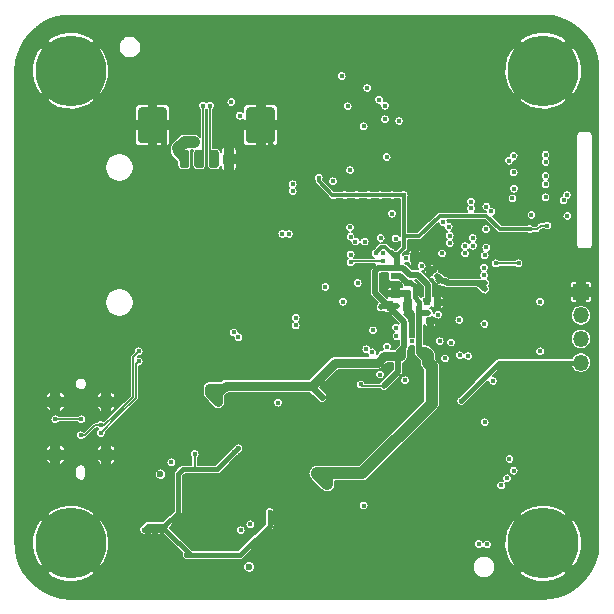
<source format=gbl>
G04 #@! TF.GenerationSoftware,KiCad,Pcbnew,5.1.5+dfsg1-2build2*
G04 #@! TF.CreationDate,2021-05-18T14:32:28+02:00*
G04 #@! TF.ProjectId,OtterCam-s3,4f747465-7243-4616-9d2d-73332e6b6963,rev?*
G04 #@! TF.SameCoordinates,Original*
G04 #@! TF.FileFunction,Copper,L4,Bot*
G04 #@! TF.FilePolarity,Positive*
%FSLAX46Y46*%
G04 Gerber Fmt 4.6, Leading zero omitted, Abs format (unit mm)*
G04 Created by KiCad (PCBNEW 5.1.5+dfsg1-2build2) date 2021-05-18 14:32:28*
%MOMM*%
%LPD*%
G04 APERTURE LIST*
%ADD10C,0.100000*%
%ADD11O,1.200000X1.500000*%
%ADD12C,0.800000*%
%ADD13C,6.000000*%
%ADD14O,1.350000X1.350000*%
%ADD15R,1.350000X1.350000*%
%ADD16R,0.600000X0.900000*%
%ADD17R,0.900000X0.600000*%
%ADD18R,0.500000X0.600000*%
%ADD19R,0.600000X0.500000*%
%ADD20C,0.600000*%
%ADD21C,0.450000*%
%ADD22C,0.200000*%
%ADD23C,0.500000*%
%ADD24C,0.400000*%
%ADD25C,0.800000*%
%ADD26C,0.127000*%
%ADD27C,0.600000*%
%ADD28C,0.300000*%
%ADD29C,1.000000*%
G04 APERTURE END LIST*
G04 #@! TA.AperFunction,SMDPad,CuDef*
D10*
G36*
X72017394Y-58101375D02*
G01*
X72045118Y-58105488D01*
X72072305Y-58112298D01*
X72098694Y-58121740D01*
X72124031Y-58133723D01*
X72148071Y-58148132D01*
X72170583Y-58164828D01*
X72191350Y-58183650D01*
X72210172Y-58204417D01*
X72226868Y-58226929D01*
X72241277Y-58250969D01*
X72253260Y-58276306D01*
X72262702Y-58302695D01*
X72269512Y-58329882D01*
X72273625Y-58357606D01*
X72275000Y-58385600D01*
X72275000Y-60814400D01*
X72273625Y-60842394D01*
X72269512Y-60870118D01*
X72262702Y-60897305D01*
X72253260Y-60923694D01*
X72241277Y-60949031D01*
X72226868Y-60973071D01*
X72210172Y-60995583D01*
X72191350Y-61016350D01*
X72170583Y-61035172D01*
X72148071Y-61051868D01*
X72124031Y-61066277D01*
X72098694Y-61078260D01*
X72072305Y-61087702D01*
X72045118Y-61094512D01*
X72017394Y-61098625D01*
X71989400Y-61100000D01*
X70160600Y-61100000D01*
X70132606Y-61098625D01*
X70104882Y-61094512D01*
X70077695Y-61087702D01*
X70051306Y-61078260D01*
X70025969Y-61066277D01*
X70001929Y-61051868D01*
X69979417Y-61035172D01*
X69958650Y-61016350D01*
X69939828Y-60995583D01*
X69923132Y-60973071D01*
X69908723Y-60949031D01*
X69896740Y-60923694D01*
X69887298Y-60897305D01*
X69880488Y-60870118D01*
X69876375Y-60842394D01*
X69875000Y-60814400D01*
X69875000Y-58385600D01*
X69876375Y-58357606D01*
X69880488Y-58329882D01*
X69887298Y-58302695D01*
X69896740Y-58276306D01*
X69908723Y-58250969D01*
X69923132Y-58226929D01*
X69939828Y-58204417D01*
X69958650Y-58183650D01*
X69979417Y-58164828D01*
X70001929Y-58148132D01*
X70025969Y-58133723D01*
X70051306Y-58121740D01*
X70077695Y-58112298D01*
X70104882Y-58105488D01*
X70132606Y-58101375D01*
X70160600Y-58100000D01*
X71989400Y-58100000D01*
X72017394Y-58101375D01*
G37*
G04 #@! TD.AperFunction*
G04 #@! TA.AperFunction,SMDPad,CuDef*
G36*
X62867394Y-58101375D02*
G01*
X62895118Y-58105488D01*
X62922305Y-58112298D01*
X62948694Y-58121740D01*
X62974031Y-58133723D01*
X62998071Y-58148132D01*
X63020583Y-58164828D01*
X63041350Y-58183650D01*
X63060172Y-58204417D01*
X63076868Y-58226929D01*
X63091277Y-58250969D01*
X63103260Y-58276306D01*
X63112702Y-58302695D01*
X63119512Y-58329882D01*
X63123625Y-58357606D01*
X63125000Y-58385600D01*
X63125000Y-60814400D01*
X63123625Y-60842394D01*
X63119512Y-60870118D01*
X63112702Y-60897305D01*
X63103260Y-60923694D01*
X63091277Y-60949031D01*
X63076868Y-60973071D01*
X63060172Y-60995583D01*
X63041350Y-61016350D01*
X63020583Y-61035172D01*
X62998071Y-61051868D01*
X62974031Y-61066277D01*
X62948694Y-61078260D01*
X62922305Y-61087702D01*
X62895118Y-61094512D01*
X62867394Y-61098625D01*
X62839400Y-61100000D01*
X61010600Y-61100000D01*
X60982606Y-61098625D01*
X60954882Y-61094512D01*
X60927695Y-61087702D01*
X60901306Y-61078260D01*
X60875969Y-61066277D01*
X60851929Y-61051868D01*
X60829417Y-61035172D01*
X60808650Y-61016350D01*
X60789828Y-60995583D01*
X60773132Y-60973071D01*
X60758723Y-60949031D01*
X60746740Y-60923694D01*
X60737298Y-60897305D01*
X60730488Y-60870118D01*
X60726375Y-60842394D01*
X60725000Y-60814400D01*
X60725000Y-58385600D01*
X60726375Y-58357606D01*
X60730488Y-58329882D01*
X60737298Y-58302695D01*
X60746740Y-58276306D01*
X60758723Y-58250969D01*
X60773132Y-58226929D01*
X60789828Y-58204417D01*
X60808650Y-58183650D01*
X60829417Y-58164828D01*
X60851929Y-58148132D01*
X60875969Y-58133723D01*
X60901306Y-58121740D01*
X60927695Y-58112298D01*
X60954882Y-58105488D01*
X60982606Y-58101375D01*
X61010600Y-58100000D01*
X62839400Y-58100000D01*
X62867394Y-58101375D01*
G37*
G04 #@! TD.AperFunction*
G04 #@! TA.AperFunction,SMDPad,CuDef*
G36*
X68594603Y-61700963D02*
G01*
X68614018Y-61703843D01*
X68633057Y-61708612D01*
X68651537Y-61715224D01*
X68669279Y-61723616D01*
X68686114Y-61733706D01*
X68701879Y-61745398D01*
X68716421Y-61758579D01*
X68729602Y-61773121D01*
X68741294Y-61788886D01*
X68751384Y-61805721D01*
X68759776Y-61823463D01*
X68766388Y-61841943D01*
X68771157Y-61860982D01*
X68774037Y-61880397D01*
X68775000Y-61900000D01*
X68775000Y-63000000D01*
X68774037Y-63019603D01*
X68771157Y-63039018D01*
X68766388Y-63058057D01*
X68759776Y-63076537D01*
X68751384Y-63094279D01*
X68741294Y-63111114D01*
X68729602Y-63126879D01*
X68716421Y-63141421D01*
X68701879Y-63154602D01*
X68686114Y-63166294D01*
X68669279Y-63176384D01*
X68651537Y-63184776D01*
X68633057Y-63191388D01*
X68614018Y-63196157D01*
X68594603Y-63199037D01*
X68575000Y-63200000D01*
X68175000Y-63200000D01*
X68155397Y-63199037D01*
X68135982Y-63196157D01*
X68116943Y-63191388D01*
X68098463Y-63184776D01*
X68080721Y-63176384D01*
X68063886Y-63166294D01*
X68048121Y-63154602D01*
X68033579Y-63141421D01*
X68020398Y-63126879D01*
X68008706Y-63111114D01*
X67998616Y-63094279D01*
X67990224Y-63076537D01*
X67983612Y-63058057D01*
X67978843Y-63039018D01*
X67975963Y-63019603D01*
X67975000Y-63000000D01*
X67975000Y-61900000D01*
X67975963Y-61880397D01*
X67978843Y-61860982D01*
X67983612Y-61841943D01*
X67990224Y-61823463D01*
X67998616Y-61805721D01*
X68008706Y-61788886D01*
X68020398Y-61773121D01*
X68033579Y-61758579D01*
X68048121Y-61745398D01*
X68063886Y-61733706D01*
X68080721Y-61723616D01*
X68098463Y-61715224D01*
X68116943Y-61708612D01*
X68135982Y-61703843D01*
X68155397Y-61700963D01*
X68175000Y-61700000D01*
X68575000Y-61700000D01*
X68594603Y-61700963D01*
G37*
G04 #@! TD.AperFunction*
G04 #@! TA.AperFunction,SMDPad,CuDef*
G36*
X67344603Y-61700963D02*
G01*
X67364018Y-61703843D01*
X67383057Y-61708612D01*
X67401537Y-61715224D01*
X67419279Y-61723616D01*
X67436114Y-61733706D01*
X67451879Y-61745398D01*
X67466421Y-61758579D01*
X67479602Y-61773121D01*
X67491294Y-61788886D01*
X67501384Y-61805721D01*
X67509776Y-61823463D01*
X67516388Y-61841943D01*
X67521157Y-61860982D01*
X67524037Y-61880397D01*
X67525000Y-61900000D01*
X67525000Y-63000000D01*
X67524037Y-63019603D01*
X67521157Y-63039018D01*
X67516388Y-63058057D01*
X67509776Y-63076537D01*
X67501384Y-63094279D01*
X67491294Y-63111114D01*
X67479602Y-63126879D01*
X67466421Y-63141421D01*
X67451879Y-63154602D01*
X67436114Y-63166294D01*
X67419279Y-63176384D01*
X67401537Y-63184776D01*
X67383057Y-63191388D01*
X67364018Y-63196157D01*
X67344603Y-63199037D01*
X67325000Y-63200000D01*
X66925000Y-63200000D01*
X66905397Y-63199037D01*
X66885982Y-63196157D01*
X66866943Y-63191388D01*
X66848463Y-63184776D01*
X66830721Y-63176384D01*
X66813886Y-63166294D01*
X66798121Y-63154602D01*
X66783579Y-63141421D01*
X66770398Y-63126879D01*
X66758706Y-63111114D01*
X66748616Y-63094279D01*
X66740224Y-63076537D01*
X66733612Y-63058057D01*
X66728843Y-63039018D01*
X66725963Y-63019603D01*
X66725000Y-63000000D01*
X66725000Y-61900000D01*
X66725963Y-61880397D01*
X66728843Y-61860982D01*
X66733612Y-61841943D01*
X66740224Y-61823463D01*
X66748616Y-61805721D01*
X66758706Y-61788886D01*
X66770398Y-61773121D01*
X66783579Y-61758579D01*
X66798121Y-61745398D01*
X66813886Y-61733706D01*
X66830721Y-61723616D01*
X66848463Y-61715224D01*
X66866943Y-61708612D01*
X66885982Y-61703843D01*
X66905397Y-61700963D01*
X66925000Y-61700000D01*
X67325000Y-61700000D01*
X67344603Y-61700963D01*
G37*
G04 #@! TD.AperFunction*
G04 #@! TA.AperFunction,SMDPad,CuDef*
G36*
X66094603Y-61700963D02*
G01*
X66114018Y-61703843D01*
X66133057Y-61708612D01*
X66151537Y-61715224D01*
X66169279Y-61723616D01*
X66186114Y-61733706D01*
X66201879Y-61745398D01*
X66216421Y-61758579D01*
X66229602Y-61773121D01*
X66241294Y-61788886D01*
X66251384Y-61805721D01*
X66259776Y-61823463D01*
X66266388Y-61841943D01*
X66271157Y-61860982D01*
X66274037Y-61880397D01*
X66275000Y-61900000D01*
X66275000Y-63000000D01*
X66274037Y-63019603D01*
X66271157Y-63039018D01*
X66266388Y-63058057D01*
X66259776Y-63076537D01*
X66251384Y-63094279D01*
X66241294Y-63111114D01*
X66229602Y-63126879D01*
X66216421Y-63141421D01*
X66201879Y-63154602D01*
X66186114Y-63166294D01*
X66169279Y-63176384D01*
X66151537Y-63184776D01*
X66133057Y-63191388D01*
X66114018Y-63196157D01*
X66094603Y-63199037D01*
X66075000Y-63200000D01*
X65675000Y-63200000D01*
X65655397Y-63199037D01*
X65635982Y-63196157D01*
X65616943Y-63191388D01*
X65598463Y-63184776D01*
X65580721Y-63176384D01*
X65563886Y-63166294D01*
X65548121Y-63154602D01*
X65533579Y-63141421D01*
X65520398Y-63126879D01*
X65508706Y-63111114D01*
X65498616Y-63094279D01*
X65490224Y-63076537D01*
X65483612Y-63058057D01*
X65478843Y-63039018D01*
X65475963Y-63019603D01*
X65475000Y-63000000D01*
X65475000Y-61900000D01*
X65475963Y-61880397D01*
X65478843Y-61860982D01*
X65483612Y-61841943D01*
X65490224Y-61823463D01*
X65498616Y-61805721D01*
X65508706Y-61788886D01*
X65520398Y-61773121D01*
X65533579Y-61758579D01*
X65548121Y-61745398D01*
X65563886Y-61733706D01*
X65580721Y-61723616D01*
X65598463Y-61715224D01*
X65616943Y-61708612D01*
X65635982Y-61703843D01*
X65655397Y-61700963D01*
X65675000Y-61700000D01*
X66075000Y-61700000D01*
X66094603Y-61700963D01*
G37*
G04 #@! TD.AperFunction*
G04 #@! TA.AperFunction,SMDPad,CuDef*
G36*
X64844603Y-61700963D02*
G01*
X64864018Y-61703843D01*
X64883057Y-61708612D01*
X64901537Y-61715224D01*
X64919279Y-61723616D01*
X64936114Y-61733706D01*
X64951879Y-61745398D01*
X64966421Y-61758579D01*
X64979602Y-61773121D01*
X64991294Y-61788886D01*
X65001384Y-61805721D01*
X65009776Y-61823463D01*
X65016388Y-61841943D01*
X65021157Y-61860982D01*
X65024037Y-61880397D01*
X65025000Y-61900000D01*
X65025000Y-63000000D01*
X65024037Y-63019603D01*
X65021157Y-63039018D01*
X65016388Y-63058057D01*
X65009776Y-63076537D01*
X65001384Y-63094279D01*
X64991294Y-63111114D01*
X64979602Y-63126879D01*
X64966421Y-63141421D01*
X64951879Y-63154602D01*
X64936114Y-63166294D01*
X64919279Y-63176384D01*
X64901537Y-63184776D01*
X64883057Y-63191388D01*
X64864018Y-63196157D01*
X64844603Y-63199037D01*
X64825000Y-63200000D01*
X64425000Y-63200000D01*
X64405397Y-63199037D01*
X64385982Y-63196157D01*
X64366943Y-63191388D01*
X64348463Y-63184776D01*
X64330721Y-63176384D01*
X64313886Y-63166294D01*
X64298121Y-63154602D01*
X64283579Y-63141421D01*
X64270398Y-63126879D01*
X64258706Y-63111114D01*
X64248616Y-63094279D01*
X64240224Y-63076537D01*
X64233612Y-63058057D01*
X64228843Y-63039018D01*
X64225963Y-63019603D01*
X64225000Y-63000000D01*
X64225000Y-61900000D01*
X64225963Y-61880397D01*
X64228843Y-61860982D01*
X64233612Y-61841943D01*
X64240224Y-61823463D01*
X64248616Y-61805721D01*
X64258706Y-61788886D01*
X64270398Y-61773121D01*
X64283579Y-61758579D01*
X64298121Y-61745398D01*
X64313886Y-61733706D01*
X64330721Y-61723616D01*
X64348463Y-61715224D01*
X64366943Y-61708612D01*
X64385982Y-61703843D01*
X64405397Y-61700963D01*
X64425000Y-61700000D01*
X64825000Y-61700000D01*
X64844603Y-61700963D01*
G37*
G04 #@! TD.AperFunction*
D11*
X53700000Y-83000000D03*
X58000000Y-87500000D03*
X53700000Y-87500000D03*
X58000000Y-83000000D03*
D12*
X96590990Y-96590990D03*
X95000000Y-97250000D03*
X93409010Y-96590990D03*
X92750000Y-95000000D03*
X93409010Y-93409010D03*
X95000000Y-92750000D03*
X96590990Y-93409010D03*
X97250000Y-95000000D03*
D13*
X95000000Y-95000000D03*
D12*
X96590990Y-56590990D03*
X95000000Y-57250000D03*
X93409010Y-56590990D03*
X92750000Y-55000000D03*
X93409010Y-53409010D03*
X95000000Y-52750000D03*
X96590990Y-53409010D03*
X97250000Y-55000000D03*
D13*
X95000000Y-55000000D03*
D12*
X56590990Y-96590990D03*
X55000000Y-97250000D03*
X53409010Y-96590990D03*
X52750000Y-95000000D03*
X53409010Y-93409010D03*
X55000000Y-92750000D03*
X56590990Y-93409010D03*
X57250000Y-95000000D03*
D13*
X55000000Y-95000000D03*
D12*
X56590990Y-56590990D03*
X55000000Y-57250000D03*
X53409010Y-56590990D03*
X52750000Y-55000000D03*
X53409010Y-53409010D03*
X55000000Y-52750000D03*
X56590990Y-53409010D03*
X57250000Y-55000000D03*
D13*
X55000000Y-55000000D03*
D14*
X98200000Y-79700000D03*
X98200000Y-77700000D03*
X98200000Y-75700000D03*
D15*
X98200000Y-73700000D03*
D16*
X84150000Y-70800000D03*
X82650000Y-70800000D03*
D17*
X82500000Y-73850000D03*
X82500000Y-72350000D03*
D18*
X86070000Y-74600000D03*
X85130000Y-74600000D03*
G04 #@! TA.AperFunction,SMDPad,CuDef*
D10*
G36*
X85956569Y-71932305D02*
G01*
X85532305Y-72356569D01*
X85178751Y-72003015D01*
X85603015Y-71578751D01*
X85956569Y-71932305D01*
G37*
G04 #@! TD.AperFunction*
G04 #@! TA.AperFunction,SMDPad,CuDef*
G36*
X86621249Y-72596985D02*
G01*
X86196985Y-73021249D01*
X85843431Y-72667695D01*
X86267695Y-72243431D01*
X86621249Y-72596985D01*
G37*
G04 #@! TD.AperFunction*
D19*
X83500000Y-73870000D03*
X83500000Y-72930000D03*
D18*
X85450000Y-76150000D03*
X84510000Y-76150000D03*
D16*
X83550000Y-74900000D03*
X82050000Y-74900000D03*
D20*
X55200000Y-70500000D03*
X55200000Y-72900000D03*
X51500000Y-72900000D03*
X51500000Y-70500000D03*
X51500000Y-67300000D03*
X55200000Y-67300000D03*
X55200000Y-64900000D03*
X51500000Y-64900000D03*
X57300000Y-61900000D03*
X57300000Y-59400000D03*
X54200000Y-59400000D03*
X54200000Y-61900000D03*
X54200000Y-78400000D03*
X57200000Y-78400000D03*
X57200000Y-75900000D03*
X54200000Y-75900000D03*
X66500000Y-92350000D03*
X67700000Y-91200000D03*
X66500000Y-90000000D03*
X65300000Y-91200000D03*
D21*
X82750000Y-73700000D03*
X85900000Y-73600000D03*
X87200000Y-73600000D03*
X87250000Y-74850000D03*
X85250000Y-70350000D03*
X85300000Y-71700000D03*
X84600000Y-69700000D03*
X83950000Y-69700000D03*
X87200000Y-72300000D03*
X79400000Y-67800000D03*
X81350000Y-72350000D03*
X95350000Y-68700000D03*
X93850000Y-67800000D03*
X89200000Y-78149998D03*
X87812867Y-70350712D03*
X83950000Y-71599996D03*
X90000000Y-67850000D03*
X86659499Y-76309506D03*
X84645011Y-73600000D03*
X80200000Y-70500000D03*
D20*
X67700000Y-92350000D03*
X67700000Y-89950000D03*
X65300000Y-89950000D03*
X65300000Y-92350000D03*
X68250000Y-97800000D03*
X67100000Y-97800000D03*
X65950000Y-97800000D03*
X64800000Y-97800000D03*
X63650000Y-98300000D03*
X63650000Y-96600000D03*
X62500000Y-96000000D03*
X61500000Y-96000000D03*
X60500000Y-96050000D03*
X59500000Y-96050000D03*
X60400000Y-94050000D03*
X59450000Y-94050000D03*
X60850000Y-88950000D03*
X60850000Y-89650000D03*
X61850000Y-90100000D03*
X62200000Y-91400000D03*
X61250000Y-88050000D03*
X62500000Y-86450000D03*
X62500000Y-82000000D03*
X62500000Y-83000000D03*
X62500000Y-84000000D03*
X65500000Y-85000000D03*
X64500000Y-85000000D03*
X62500000Y-85000000D03*
X61500000Y-85000000D03*
X60500000Y-85000000D03*
X64450000Y-79150000D03*
X69200000Y-82600000D03*
X70000000Y-84600000D03*
X70000000Y-83400000D03*
X71600000Y-83400000D03*
X70000000Y-80600000D03*
X68000000Y-80600000D03*
X66000000Y-80600000D03*
X74200000Y-78600000D03*
X74200000Y-78600000D03*
X74200000Y-80600000D03*
X77200000Y-81200000D03*
X77600000Y-82400000D03*
X75000000Y-83600000D03*
X75600000Y-84400000D03*
X75200000Y-85200000D03*
X73200000Y-83400000D03*
X73600000Y-86800000D03*
X73600000Y-88000000D03*
X72000000Y-88000000D03*
X72000000Y-86800000D03*
X75000000Y-91400000D03*
X73800000Y-92400000D03*
X73800000Y-93600000D03*
X72200000Y-96800000D03*
X70000000Y-94400000D03*
X78200000Y-91600000D03*
X77000000Y-92400000D03*
X78100000Y-93300000D03*
X76400000Y-87900000D03*
X75700000Y-87200000D03*
X75000000Y-86500000D03*
X84400000Y-80200000D03*
D21*
X83714984Y-78800000D03*
D20*
X78500000Y-80600000D03*
X77600000Y-78600000D03*
X75800000Y-79800000D03*
X76600000Y-77400000D03*
X76100000Y-75750000D03*
X74300000Y-73300000D03*
X73700000Y-74050000D03*
X74500000Y-71700000D03*
X74500000Y-70500000D03*
X76600000Y-68800000D03*
X78100000Y-68700000D03*
X76300000Y-70400000D03*
X73900000Y-66000000D03*
X73900000Y-66800000D03*
X72000000Y-67800000D03*
X72000000Y-66900000D03*
X72000000Y-66100000D03*
X72000000Y-65300000D03*
X72000000Y-64600000D03*
X72000000Y-63700000D03*
X71400000Y-69700000D03*
X72600000Y-72000000D03*
X71300000Y-73600000D03*
X69100000Y-74300000D03*
X69100000Y-75200000D03*
D21*
X83840499Y-75440493D03*
X79350000Y-77550000D03*
X78950000Y-75650000D03*
D20*
X68225000Y-79000000D03*
X70025000Y-77225000D03*
X71400000Y-75850000D03*
X67250000Y-78150000D03*
X68700000Y-76300000D03*
X64900000Y-77800000D03*
X62275000Y-80550000D03*
X61250000Y-77825000D03*
X58650000Y-78850000D03*
X58550000Y-81200000D03*
X61150000Y-81350000D03*
D21*
X86100000Y-79000000D03*
X83714988Y-79325000D03*
X82109510Y-69590494D03*
D20*
X75250000Y-77400000D03*
D21*
X88800000Y-64000000D03*
X90150000Y-62650000D03*
D20*
X72200000Y-53600000D03*
X69200000Y-53600000D03*
X69000000Y-60200000D03*
X68200000Y-60600000D03*
X62800000Y-74600000D03*
X63800000Y-74600000D03*
X64800000Y-74600000D03*
X65800000Y-74600000D03*
X66800000Y-74600000D03*
X66500000Y-73400000D03*
X66500000Y-72100000D03*
X66500000Y-70800000D03*
X60000000Y-73000000D03*
X60000000Y-72000000D03*
X60000000Y-71000000D03*
X60000000Y-70000000D03*
X69900000Y-63500000D03*
X62900000Y-61100000D03*
X61200000Y-62800000D03*
X72000000Y-61350000D03*
X71250000Y-61350000D03*
X72900000Y-61150000D03*
X75500000Y-61300000D03*
X78500000Y-60050000D03*
X76800000Y-63600000D03*
X78550000Y-62400000D03*
X79700000Y-61300000D03*
X79700000Y-63250000D03*
D21*
X80650000Y-62300000D03*
X80750000Y-60300000D03*
D20*
X81800000Y-61350000D03*
X82300000Y-58650000D03*
X79500000Y-58850000D03*
X79050000Y-57400000D03*
X81800000Y-56950000D03*
X82900000Y-54500000D03*
X86100000Y-54450000D03*
X78950000Y-54550000D03*
X76350000Y-53100000D03*
X88450000Y-53900000D03*
X90250000Y-60050000D03*
X84400000Y-64000000D03*
X86500000Y-59200000D03*
X85500000Y-60600000D03*
X87850000Y-61500000D03*
X94250000Y-61000000D03*
X94350000Y-63300000D03*
X94300000Y-65150000D03*
X94300000Y-66450000D03*
X92150000Y-67600000D03*
X93350000Y-69250000D03*
X91550000Y-73200000D03*
X91050000Y-75200000D03*
X93150000Y-73150000D03*
X95450000Y-70250000D03*
X95500000Y-73600000D03*
X97800000Y-70650000D03*
X93550000Y-76500000D03*
X96450000Y-76650000D03*
X92800000Y-81550000D03*
X92850000Y-82800000D03*
X97100000Y-84100000D03*
X95200000Y-82750000D03*
X92950000Y-83750000D03*
X94150000Y-82800000D03*
X95350000Y-86950000D03*
X94350000Y-88100000D03*
X90350000Y-85750000D03*
X90350000Y-87800000D03*
X90400000Y-89900000D03*
X86700000Y-94500000D03*
X86700000Y-95750000D03*
X81750000Y-93050000D03*
X80650000Y-91850000D03*
X82400000Y-90000000D03*
X83700000Y-91200000D03*
X84750000Y-87400000D03*
X86450000Y-85850000D03*
X86800000Y-82800000D03*
X76750000Y-91150000D03*
X97950000Y-59450000D03*
X66500000Y-63900000D03*
X68400000Y-63600000D03*
X65500000Y-59900000D03*
D21*
X83200000Y-65515002D03*
X82200000Y-65515002D03*
X81200000Y-65515002D03*
X80200000Y-65515002D03*
X79200000Y-65515002D03*
X82100000Y-70350000D03*
X85020116Y-74400584D03*
X81500000Y-81655002D03*
X82200000Y-80900000D03*
X95350000Y-68100000D03*
X93850000Y-68400000D03*
X81240500Y-75009507D03*
X78200000Y-65515002D03*
X82700000Y-78900000D03*
X82700000Y-79400000D03*
X67500000Y-82300000D03*
X67500000Y-83050000D03*
X66750000Y-81850000D03*
X79550000Y-81550000D03*
X76250000Y-82600000D03*
X75750000Y-82100000D03*
X88050000Y-82950000D03*
X80809497Y-70459505D03*
X82619976Y-74897756D03*
X77200000Y-65550000D03*
X75999998Y-64050000D03*
X68850000Y-87300000D03*
X69200010Y-86950000D03*
X62400000Y-93850000D03*
X61800000Y-93850000D03*
X61200000Y-93850000D03*
X67100000Y-96000000D03*
X68250000Y-96000000D03*
X64800000Y-96000000D03*
X71850000Y-93500000D03*
X71850000Y-92350000D03*
X65500000Y-87450000D03*
D20*
X65500000Y-61000000D03*
X64600000Y-61000000D03*
X64000000Y-61600000D03*
D21*
X83400000Y-72850000D03*
X84500000Y-75000000D03*
X82651958Y-72336774D03*
X85288182Y-75483883D03*
X85000000Y-78850000D03*
X85000000Y-79400000D03*
X81459500Y-70459507D03*
D20*
X76725000Y-89050000D03*
X76725000Y-90000000D03*
X75800000Y-89050000D03*
D21*
X79300000Y-72974654D03*
X63525000Y-88150000D03*
X81459508Y-71109500D03*
X78700008Y-71200000D03*
D20*
X62600000Y-89150000D03*
X70100000Y-97000000D03*
D21*
X76550000Y-73300000D03*
X78050000Y-74550000D03*
X72550000Y-83100000D03*
X86435499Y-72830100D03*
X86000000Y-72400000D03*
X90050000Y-72950000D03*
X90050000Y-73500000D03*
X90050000Y-72950000D03*
X74050000Y-76550000D03*
X74050000Y-75900000D03*
X84714501Y-71530100D03*
X92915002Y-71300000D03*
X90984998Y-71300000D03*
X90050000Y-70625000D03*
X79895933Y-69450642D03*
X78650000Y-68250000D03*
X79104001Y-69454001D03*
X69204001Y-77554001D03*
X78695999Y-69045999D03*
X68795999Y-77145999D03*
X82200000Y-67100000D03*
X77200000Y-64350000D03*
X77949996Y-55450000D03*
X81600000Y-59100000D03*
X78450000Y-58000000D03*
X81750000Y-62300000D03*
X80099996Y-56450000D03*
X81100000Y-57450000D03*
X79800000Y-59700000D03*
X81600000Y-57950000D03*
X78650000Y-63400000D03*
X82800000Y-59250002D03*
X55850000Y-85850000D03*
X57550004Y-85000000D03*
X60750000Y-78750000D03*
X57550000Y-85650000D03*
X60750000Y-79600000D03*
X53700000Y-84500000D03*
X55900002Y-84500000D03*
X86551263Y-67831556D03*
X73488500Y-68800000D03*
X87000002Y-68200000D03*
X72911500Y-68800000D03*
X87090498Y-68940492D03*
X73800000Y-65200000D03*
X87082810Y-69586763D03*
X73800000Y-64600000D03*
X92400000Y-65800000D03*
X95200000Y-65700000D03*
X86241334Y-77897011D03*
X69400000Y-93900000D03*
X66800000Y-57950000D03*
X92500000Y-62200000D03*
X95200000Y-62100000D03*
X90195999Y-66495999D03*
X95200000Y-64600000D03*
X88900000Y-66638500D03*
X95200000Y-63900000D03*
X92100000Y-62601490D03*
X95200006Y-62699994D03*
X90604001Y-66904001D03*
X92529750Y-64978252D03*
X94000000Y-67200000D03*
X97050000Y-67300000D03*
X83900000Y-77900000D03*
X70200000Y-93400000D03*
X66200002Y-57950000D03*
X88900000Y-66061500D03*
X92500000Y-63600000D03*
X87900000Y-76100000D03*
X89550000Y-95050000D03*
X82540501Y-76740493D03*
X94750000Y-74550000D03*
X82583892Y-77461813D03*
X94750000Y-78750000D03*
X90000000Y-71650000D03*
X96725000Y-65975000D03*
X90000000Y-72300000D03*
X97025000Y-65500000D03*
X90150000Y-68400000D03*
X90250000Y-95100000D03*
X81200000Y-80715002D03*
X80519553Y-78832907D03*
X80590502Y-76959507D03*
X83315002Y-81200000D03*
X81777175Y-78342766D03*
X80024785Y-78570575D03*
X87200000Y-78000000D03*
X86700000Y-79350000D03*
X89040500Y-69159508D03*
X92500000Y-88850000D03*
X90750000Y-81250000D03*
X88650000Y-79150000D03*
X81240503Y-69159505D03*
X78700000Y-70550000D03*
X79800000Y-91800000D03*
X86440500Y-70459507D03*
X90185512Y-69950000D03*
X82505503Y-69194497D03*
X68600000Y-57650000D03*
X83418488Y-70886161D03*
X69300000Y-58800000D03*
X88378902Y-69834678D03*
X91450000Y-90100006D03*
X88390502Y-70459506D03*
X87936865Y-79086865D03*
X89051926Y-69803639D03*
X91950000Y-89500000D03*
X92150000Y-87850000D03*
X90025000Y-76425000D03*
X86100000Y-75650000D03*
X90050000Y-84750000D03*
D22*
X85300000Y-71700000D02*
X85567660Y-71967660D01*
D23*
X83480000Y-73850000D02*
X83500000Y-73870000D01*
X82500000Y-73850000D02*
X83480000Y-73850000D01*
X83550000Y-73920000D02*
X83500000Y-73870000D01*
X83550000Y-74900000D02*
X83550000Y-73920000D01*
D24*
X83550000Y-75149994D02*
X83840499Y-75440493D01*
X83550000Y-74900000D02*
X83550000Y-75149994D01*
D22*
X94500000Y-68400000D02*
X93850000Y-68400000D01*
X94800000Y-68100000D02*
X94500000Y-68400000D01*
X95350000Y-68100000D02*
X94800000Y-68100000D01*
X85130000Y-74510468D02*
X85020116Y-74400584D01*
X85130000Y-74600000D02*
X85130000Y-74510468D01*
D23*
X81350007Y-74900000D02*
X81240500Y-75009507D01*
X82050000Y-74900000D02*
X81350007Y-74900000D01*
X81850000Y-74900000D02*
X82050000Y-74900000D01*
X80764999Y-73814999D02*
X81850000Y-74900000D01*
X81055499Y-71694501D02*
X80764999Y-71985001D01*
X80764999Y-71985001D02*
X80764999Y-73814999D01*
X81757497Y-71694501D02*
X81055499Y-71694501D01*
X81761999Y-71689999D02*
X81757497Y-71694501D01*
X82960001Y-71689999D02*
X81761999Y-71689999D01*
X82050000Y-75050000D02*
X82650000Y-75650000D01*
X82050000Y-74900000D02*
X82050000Y-75050000D01*
X82650000Y-75650000D02*
X83250000Y-76250000D01*
X83250000Y-78350000D02*
X82700000Y-78900000D01*
X83250000Y-76250000D02*
X83250000Y-78350000D01*
X83100000Y-78500000D02*
X83250000Y-78350000D01*
X83100000Y-79000000D02*
X83100000Y-78500000D01*
X82700000Y-79400000D02*
X83100000Y-79000000D01*
D25*
X82950000Y-79150000D02*
X81550000Y-79150000D01*
X81550000Y-79150000D02*
X81000000Y-79700000D01*
X81000000Y-79700000D02*
X77400000Y-79700000D01*
X77400000Y-79700000D02*
X75450000Y-81650000D01*
X68150000Y-81650000D02*
X67500000Y-82300000D01*
X75450000Y-81650000D02*
X68150000Y-81650000D01*
X67500000Y-82300000D02*
X67500000Y-83050000D01*
X67950000Y-81850000D02*
X68150000Y-81650000D01*
X66750000Y-81850000D02*
X67950000Y-81850000D01*
X66750000Y-82300000D02*
X67500000Y-83050000D01*
X66750000Y-81850000D02*
X66750000Y-82300000D01*
D23*
X82700000Y-80455002D02*
X81500000Y-81655002D01*
X82700000Y-79400000D02*
X82700000Y-80455002D01*
D26*
X79655002Y-81655002D02*
X79550000Y-81550000D01*
X81500000Y-81655002D02*
X79655002Y-81655002D01*
D27*
X75450000Y-81650000D02*
X75450000Y-81800000D01*
X75450000Y-81800000D02*
X75750000Y-82100000D01*
X76025001Y-82375001D02*
X76250000Y-82600000D01*
X75750000Y-82100000D02*
X76025001Y-82375001D01*
D24*
X82100000Y-70350000D02*
X82550000Y-70800000D01*
D28*
X83200000Y-65515002D02*
X78200000Y-65515002D01*
X82550000Y-70650000D02*
X82550000Y-70800000D01*
X83200000Y-70000000D02*
X82550000Y-70650000D01*
D24*
X91300000Y-79700000D02*
X88050000Y-82950000D01*
X98200000Y-79700000D02*
X91300000Y-79700000D01*
D28*
X83200000Y-68900000D02*
X83200000Y-70000000D01*
X83200000Y-65515002D02*
X83200000Y-68900000D01*
X83250000Y-68950000D02*
X83200000Y-68900000D01*
X83250000Y-69000000D02*
X83250000Y-68950000D01*
X84500000Y-69000000D02*
X83250000Y-69000000D01*
X86250000Y-67250000D02*
X84500000Y-69000000D01*
X90200000Y-67250000D02*
X86250000Y-67250000D01*
X91350000Y-68400000D02*
X90200000Y-67250000D01*
X93850000Y-68400000D02*
X91350000Y-68400000D01*
D23*
X82650000Y-71689999D02*
X82650000Y-70900000D01*
X82960001Y-71689999D02*
X82650000Y-71689999D01*
X83700000Y-72250000D02*
X83139999Y-71689999D01*
X85250000Y-73100000D02*
X84400000Y-72250000D01*
X85250000Y-74480000D02*
X85250000Y-73100000D01*
X83139999Y-71689999D02*
X82960001Y-71689999D01*
X84400000Y-72250000D02*
X83700000Y-72250000D01*
X85130000Y-74600000D02*
X85250000Y-74480000D01*
D28*
X82067795Y-70350000D02*
X82100000Y-70350000D01*
X81617795Y-69900000D02*
X82067795Y-70350000D01*
X81300000Y-69900000D02*
X81617795Y-69900000D01*
X80809497Y-70390503D02*
X81300000Y-69900000D01*
X80809497Y-70459505D02*
X80809497Y-70390503D01*
D23*
X82301778Y-74897756D02*
X82619976Y-74897756D01*
X82050000Y-74900000D02*
X82052244Y-74897756D01*
X82052244Y-74897756D02*
X82301778Y-74897756D01*
D28*
X75999998Y-64349998D02*
X75999998Y-64050000D01*
X77165002Y-65515002D02*
X75999998Y-64349998D01*
X78200000Y-65515002D02*
X77165002Y-65515002D01*
D24*
X61800000Y-93850000D02*
X61200000Y-93850000D01*
X62400000Y-93850000D02*
X61200000Y-93850000D01*
X68250000Y-96000000D02*
X67100000Y-96000000D01*
X63000000Y-93850000D02*
X62400000Y-93850000D01*
X65150000Y-96000000D02*
X63000000Y-93850000D01*
X67100000Y-96000000D02*
X65150000Y-96000000D01*
X65150000Y-96000000D02*
X64800000Y-96000000D01*
X64100000Y-92400000D02*
X62850000Y-93650000D01*
X64500000Y-88750000D02*
X64100000Y-89150000D01*
X64100000Y-89150000D02*
X64100000Y-92400000D01*
X69200010Y-86950000D02*
X67400010Y-88750000D01*
X62700000Y-93550000D02*
X62400000Y-93850000D01*
X62950000Y-93550000D02*
X62700000Y-93550000D01*
X62900000Y-93500000D02*
X62950000Y-93550000D01*
X61550000Y-93500000D02*
X62900000Y-93500000D01*
X61200000Y-93850000D02*
X61550000Y-93500000D01*
X69350000Y-96000000D02*
X71850000Y-93500000D01*
X68250000Y-96000000D02*
X69350000Y-96000000D01*
X71850000Y-93500000D02*
X71850000Y-92350000D01*
D22*
X65500000Y-88750000D02*
X65500000Y-87450000D01*
D24*
X67400010Y-88750000D02*
X65500000Y-88750000D01*
X65500000Y-88750000D02*
X64500000Y-88750000D01*
D29*
X64800000Y-61000000D02*
X65400000Y-61000000D01*
X64650000Y-61000000D02*
X64800000Y-61000000D01*
X64100000Y-61550000D02*
X64650000Y-61000000D01*
D25*
X64000000Y-61825000D02*
X64000000Y-61600000D01*
X64625000Y-62450000D02*
X64000000Y-61825000D01*
D23*
X84969984Y-75483883D02*
X85288182Y-75483883D01*
X84665685Y-75483883D02*
X84969984Y-75483883D01*
X84500000Y-75318198D02*
X84665685Y-75483883D01*
X84500000Y-75000000D02*
X84500000Y-75318198D01*
X82906774Y-72336774D02*
X83500000Y-72930000D01*
X82651958Y-72336774D02*
X82906774Y-72336774D01*
X84500000Y-75318198D02*
X84500000Y-78400000D01*
X84950000Y-78850000D02*
X85000000Y-78850000D01*
X84500000Y-78400000D02*
X84950000Y-78850000D01*
X84500000Y-78900000D02*
X85000000Y-79400000D01*
X84500000Y-78400000D02*
X84500000Y-78900000D01*
D24*
X84500000Y-74681802D02*
X84500000Y-75000000D01*
X84500000Y-74541998D02*
X84500000Y-74681802D01*
X83718198Y-72850000D02*
X84110001Y-73241803D01*
X83400000Y-72850000D02*
X83718198Y-72850000D01*
X84110001Y-73241803D02*
X84110001Y-74151999D01*
X84110001Y-74151999D02*
X84500000Y-74541998D01*
D29*
X76725000Y-90000000D02*
X75825000Y-89100000D01*
X75875000Y-89050000D02*
X76725000Y-89050000D01*
X75825000Y-89100000D02*
X75875000Y-89050000D01*
X76725000Y-89050000D02*
X76725000Y-90000000D01*
X85550000Y-83200000D02*
X79700000Y-89050000D01*
X79700000Y-89050000D02*
X76725000Y-89050000D01*
X85550000Y-80025000D02*
X85550000Y-83200000D01*
X85225000Y-79075000D02*
X85225000Y-79700000D01*
X85225000Y-79700000D02*
X85550000Y-80025000D01*
X85000000Y-78850000D02*
X85225000Y-79075000D01*
D26*
X78790508Y-71109500D02*
X78700008Y-71200000D01*
X81459508Y-71109500D02*
X78790508Y-71109500D01*
X86500000Y-72900000D02*
X86232340Y-72632340D01*
D23*
X86005399Y-72400000D02*
X86435499Y-72830100D01*
X86000000Y-72400000D02*
X86005399Y-72400000D01*
X86753697Y-72830100D02*
X86873597Y-72950000D01*
X86435499Y-72830100D02*
X86753697Y-72830100D01*
X89600000Y-73050000D02*
X90050000Y-73500000D01*
X89600000Y-72950000D02*
X89600000Y-73050000D01*
X86873597Y-72950000D02*
X89600000Y-72950000D01*
X89600000Y-72950000D02*
X90050000Y-72950000D01*
D22*
X92915002Y-71300000D02*
X90984998Y-71300000D01*
D26*
X57050000Y-85000000D02*
X57550004Y-85000000D01*
X56200000Y-85850000D02*
X57050000Y-85000000D01*
X55850000Y-85850000D02*
X56200000Y-85850000D01*
X57850000Y-85000000D02*
X58752278Y-84097722D01*
X57550004Y-85000000D02*
X57850000Y-85000000D01*
X58752278Y-84097722D02*
X60250000Y-82600000D01*
X60250000Y-79250000D02*
X60750000Y-78750000D01*
X60250000Y-82600000D02*
X60250000Y-79250000D01*
X57550000Y-85650000D02*
X58950000Y-84250000D01*
X58950000Y-84250000D02*
X60500000Y-82700000D01*
X60500000Y-79850000D02*
X60750000Y-79600000D01*
X60500000Y-82700000D02*
X60500000Y-79850000D01*
X53700000Y-84500000D02*
X55900002Y-84500000D01*
X66800000Y-62275000D02*
X66800000Y-57950000D01*
X67125000Y-62600000D02*
X66800000Y-62275000D01*
X95200000Y-62700000D02*
X95200006Y-62699994D01*
X66200002Y-58268198D02*
X66200002Y-57950000D01*
X66200002Y-62074998D02*
X66200002Y-58268198D01*
X65875000Y-62400000D02*
X66200002Y-62074998D01*
G36*
X95829404Y-50390380D02*
G01*
X96632588Y-50610105D01*
X97384168Y-50968591D01*
X98060390Y-51454506D01*
X98639872Y-52052485D01*
X99104309Y-52743640D01*
X99439008Y-53506106D01*
X99633797Y-54317459D01*
X99684500Y-55007899D01*
X99684501Y-94990389D01*
X99609620Y-95829404D01*
X99389895Y-96632587D01*
X99031409Y-97384168D01*
X98545494Y-98060390D01*
X97947514Y-98639874D01*
X97256359Y-99104311D01*
X96493895Y-99439008D01*
X95682540Y-99633797D01*
X94992101Y-99684500D01*
X55009599Y-99684500D01*
X54170596Y-99609620D01*
X53367413Y-99389895D01*
X52615832Y-99031409D01*
X51939610Y-98545494D01*
X51360126Y-97947514D01*
X51057849Y-97497677D01*
X52978206Y-97497677D01*
X53354890Y-97836787D01*
X53939930Y-98103224D01*
X54565708Y-98250406D01*
X55208175Y-98272677D01*
X55842642Y-98169180D01*
X56444727Y-97943894D01*
X56645110Y-97836787D01*
X57021794Y-97497677D01*
X56705022Y-97180905D01*
X56705022Y-97180904D01*
X56590990Y-97066873D01*
X56061128Y-96537011D01*
X56001076Y-96476958D01*
X56001075Y-96476958D01*
X55000000Y-95475883D01*
X53998925Y-96476958D01*
X53998924Y-96476958D01*
X53938872Y-96537011D01*
X53409010Y-97066873D01*
X53294978Y-97180904D01*
X53294978Y-97180905D01*
X52978206Y-97497677D01*
X51057849Y-97497677D01*
X50895689Y-97256359D01*
X50560992Y-96493895D01*
X50366203Y-95682540D01*
X50331368Y-95208175D01*
X51727323Y-95208175D01*
X51830820Y-95842642D01*
X52056106Y-96444727D01*
X52163213Y-96645110D01*
X52502323Y-97021794D01*
X52819095Y-96705022D01*
X52819096Y-96705022D01*
X52933127Y-96590990D01*
X53409010Y-96115107D01*
X53523042Y-96001076D01*
X53523042Y-96001075D01*
X54524117Y-95000000D01*
X55475883Y-95000000D01*
X56476958Y-96001075D01*
X56476958Y-96001076D01*
X56590990Y-96115107D01*
X57066873Y-96590990D01*
X57180904Y-96705022D01*
X57180905Y-96705022D01*
X57497677Y-97021794D01*
X57560788Y-96951690D01*
X69609500Y-96951690D01*
X69609500Y-97048310D01*
X69628350Y-97143073D01*
X69665325Y-97232339D01*
X69719004Y-97312675D01*
X69787325Y-97380996D01*
X69867661Y-97434675D01*
X69956927Y-97471650D01*
X70051690Y-97490500D01*
X70148310Y-97490500D01*
X70243073Y-97471650D01*
X70332339Y-97434675D01*
X70412675Y-97380996D01*
X70480996Y-97312675D01*
X70534675Y-97232339D01*
X70571650Y-97143073D01*
X70590500Y-97048310D01*
X70590500Y-96951690D01*
X70581488Y-96906384D01*
X89049500Y-96906384D01*
X89049500Y-97093616D01*
X89086027Y-97277251D01*
X89157678Y-97450231D01*
X89261698Y-97605908D01*
X89394092Y-97738302D01*
X89549769Y-97842322D01*
X89722749Y-97913973D01*
X89906384Y-97950500D01*
X90093616Y-97950500D01*
X90277251Y-97913973D01*
X90450231Y-97842322D01*
X90605908Y-97738302D01*
X90738302Y-97605908D01*
X90810619Y-97497677D01*
X92978206Y-97497677D01*
X93354890Y-97836787D01*
X93939930Y-98103224D01*
X94565708Y-98250406D01*
X95208175Y-98272677D01*
X95842642Y-98169180D01*
X96444727Y-97943894D01*
X96645110Y-97836787D01*
X97021794Y-97497677D01*
X96705022Y-97180905D01*
X96705022Y-97180904D01*
X96590990Y-97066873D01*
X96061128Y-96537011D01*
X96001076Y-96476958D01*
X96001075Y-96476958D01*
X95000000Y-95475883D01*
X93998925Y-96476958D01*
X93998924Y-96476958D01*
X93938872Y-96537011D01*
X93409010Y-97066873D01*
X93294978Y-97180904D01*
X93294978Y-97180905D01*
X92978206Y-97497677D01*
X90810619Y-97497677D01*
X90842322Y-97450231D01*
X90913973Y-97277251D01*
X90950500Y-97093616D01*
X90950500Y-96906384D01*
X90913973Y-96722749D01*
X90842322Y-96549769D01*
X90738302Y-96394092D01*
X90605908Y-96261698D01*
X90450231Y-96157678D01*
X90277251Y-96086027D01*
X90093616Y-96049500D01*
X89906384Y-96049500D01*
X89722749Y-96086027D01*
X89549769Y-96157678D01*
X89394092Y-96261698D01*
X89261698Y-96394092D01*
X89157678Y-96549769D01*
X89086027Y-96722749D01*
X89049500Y-96906384D01*
X70581488Y-96906384D01*
X70571650Y-96856927D01*
X70534675Y-96767661D01*
X70480996Y-96687325D01*
X70412675Y-96619004D01*
X70332339Y-96565325D01*
X70243073Y-96528350D01*
X70148310Y-96509500D01*
X70051690Y-96509500D01*
X69956927Y-96528350D01*
X69867661Y-96565325D01*
X69787325Y-96619004D01*
X69719004Y-96687325D01*
X69665325Y-96767661D01*
X69628350Y-96856927D01*
X69609500Y-96951690D01*
X57560788Y-96951690D01*
X57836787Y-96645110D01*
X58103224Y-96060070D01*
X58250406Y-95434292D01*
X58272677Y-94791825D01*
X58169180Y-94157358D01*
X58038862Y-93809077D01*
X60784500Y-93809077D01*
X60784500Y-93890923D01*
X60800468Y-93971197D01*
X60831789Y-94046813D01*
X60877260Y-94114866D01*
X60935134Y-94172740D01*
X61003187Y-94218211D01*
X61078803Y-94249532D01*
X61159077Y-94265500D01*
X61240923Y-94265500D01*
X61321197Y-94249532D01*
X61343002Y-94240500D01*
X61656998Y-94240500D01*
X61678803Y-94249532D01*
X61759077Y-94265500D01*
X61840923Y-94265500D01*
X61921197Y-94249532D01*
X61943002Y-94240500D01*
X62256998Y-94240500D01*
X62278803Y-94249532D01*
X62359077Y-94265500D01*
X62440923Y-94265500D01*
X62521197Y-94249532D01*
X62543002Y-94240500D01*
X62838250Y-94240500D01*
X64422753Y-95825003D01*
X64400468Y-95878803D01*
X64384500Y-95959077D01*
X64384500Y-96040923D01*
X64400468Y-96121197D01*
X64431789Y-96196813D01*
X64477260Y-96264866D01*
X64535134Y-96322740D01*
X64603187Y-96368211D01*
X64678803Y-96399532D01*
X64759077Y-96415500D01*
X64840923Y-96415500D01*
X64921197Y-96399532D01*
X64943002Y-96390500D01*
X65130828Y-96390500D01*
X65149999Y-96392388D01*
X65169170Y-96390500D01*
X66956998Y-96390500D01*
X66978803Y-96399532D01*
X67059077Y-96415500D01*
X67140923Y-96415500D01*
X67221197Y-96399532D01*
X67243002Y-96390500D01*
X68106998Y-96390500D01*
X68128803Y-96399532D01*
X68209077Y-96415500D01*
X68290923Y-96415500D01*
X68371197Y-96399532D01*
X68393002Y-96390500D01*
X69330822Y-96390500D01*
X69350000Y-96392389D01*
X69369178Y-96390500D01*
X69426551Y-96384849D01*
X69500161Y-96362520D01*
X69568000Y-96326260D01*
X69627461Y-96277461D01*
X69639690Y-96262560D01*
X70893173Y-95009077D01*
X89134500Y-95009077D01*
X89134500Y-95090923D01*
X89150468Y-95171197D01*
X89181789Y-95246813D01*
X89227260Y-95314866D01*
X89285134Y-95372740D01*
X89353187Y-95418211D01*
X89428803Y-95449532D01*
X89509077Y-95465500D01*
X89590923Y-95465500D01*
X89671197Y-95449532D01*
X89746813Y-95418211D01*
X89814866Y-95372740D01*
X89872740Y-95314866D01*
X89883296Y-95299068D01*
X89927260Y-95364866D01*
X89985134Y-95422740D01*
X90053187Y-95468211D01*
X90128803Y-95499532D01*
X90209077Y-95515500D01*
X90290923Y-95515500D01*
X90371197Y-95499532D01*
X90446813Y-95468211D01*
X90514866Y-95422740D01*
X90572740Y-95364866D01*
X90618211Y-95296813D01*
X90649532Y-95221197D01*
X90652122Y-95208175D01*
X91727323Y-95208175D01*
X91830820Y-95842642D01*
X92056106Y-96444727D01*
X92163213Y-96645110D01*
X92502323Y-97021794D01*
X92819095Y-96705022D01*
X92819096Y-96705022D01*
X92933127Y-96590990D01*
X93409010Y-96115107D01*
X93523042Y-96001076D01*
X93523042Y-96001075D01*
X94524117Y-95000000D01*
X95475883Y-95000000D01*
X96476958Y-96001075D01*
X96476958Y-96001076D01*
X96590990Y-96115107D01*
X97066873Y-96590990D01*
X97180904Y-96705022D01*
X97180905Y-96705022D01*
X97497677Y-97021794D01*
X97836787Y-96645110D01*
X98103224Y-96060070D01*
X98250406Y-95434292D01*
X98272677Y-94791825D01*
X98169180Y-94157358D01*
X97943894Y-93555273D01*
X97836787Y-93354890D01*
X97497677Y-92978206D01*
X97180905Y-93294978D01*
X97180904Y-93294978D01*
X97120993Y-93354890D01*
X96590990Y-93884893D01*
X96476958Y-93998924D01*
X96476958Y-93998925D01*
X95475883Y-95000000D01*
X94524117Y-95000000D01*
X93523042Y-93998925D01*
X93523042Y-93998924D01*
X93409010Y-93884893D01*
X92879007Y-93354890D01*
X92819096Y-93294978D01*
X92819095Y-93294978D01*
X92502323Y-92978206D01*
X92163213Y-93354890D01*
X91896776Y-93939930D01*
X91749594Y-94565708D01*
X91727323Y-95208175D01*
X90652122Y-95208175D01*
X90665500Y-95140923D01*
X90665500Y-95059077D01*
X90649532Y-94978803D01*
X90618211Y-94903187D01*
X90572740Y-94835134D01*
X90514866Y-94777260D01*
X90446813Y-94731789D01*
X90371197Y-94700468D01*
X90290923Y-94684500D01*
X90209077Y-94684500D01*
X90128803Y-94700468D01*
X90053187Y-94731789D01*
X89985134Y-94777260D01*
X89927260Y-94835134D01*
X89916704Y-94850932D01*
X89872740Y-94785134D01*
X89814866Y-94727260D01*
X89746813Y-94681789D01*
X89671197Y-94650468D01*
X89590923Y-94634500D01*
X89509077Y-94634500D01*
X89428803Y-94650468D01*
X89353187Y-94681789D01*
X89285134Y-94727260D01*
X89227260Y-94785134D01*
X89181789Y-94853187D01*
X89150468Y-94928803D01*
X89134500Y-95009077D01*
X70893173Y-95009077D01*
X72025008Y-93877243D01*
X72046813Y-93868211D01*
X72114866Y-93822740D01*
X72172740Y-93764866D01*
X72218211Y-93696813D01*
X72249532Y-93621197D01*
X72265500Y-93540923D01*
X72265500Y-93459077D01*
X72249532Y-93378803D01*
X72240500Y-93356998D01*
X72240500Y-92502323D01*
X92978206Y-92502323D01*
X93294978Y-92819095D01*
X93294978Y-92819096D01*
X93409010Y-92933127D01*
X93884893Y-93409010D01*
X93998924Y-93523042D01*
X93998925Y-93523042D01*
X95000000Y-94524117D01*
X96001075Y-93523042D01*
X96001076Y-93523042D01*
X96115107Y-93409010D01*
X96590990Y-92933127D01*
X96705022Y-92819096D01*
X96705022Y-92819095D01*
X97021794Y-92502323D01*
X96645110Y-92163213D01*
X96060070Y-91896776D01*
X95434292Y-91749594D01*
X94791825Y-91727323D01*
X94157358Y-91830820D01*
X93555273Y-92056106D01*
X93354890Y-92163213D01*
X92978206Y-92502323D01*
X72240500Y-92502323D01*
X72240500Y-92493002D01*
X72249532Y-92471197D01*
X72265500Y-92390923D01*
X72265500Y-92309077D01*
X72249532Y-92228803D01*
X72218211Y-92153187D01*
X72172740Y-92085134D01*
X72114866Y-92027260D01*
X72046813Y-91981789D01*
X71971197Y-91950468D01*
X71890923Y-91934500D01*
X71809077Y-91934500D01*
X71728803Y-91950468D01*
X71653187Y-91981789D01*
X71585134Y-92027260D01*
X71527260Y-92085134D01*
X71481789Y-92153187D01*
X71450468Y-92228803D01*
X71434500Y-92309077D01*
X71434500Y-92390923D01*
X71450468Y-92471197D01*
X71459501Y-92493004D01*
X71459500Y-93338249D01*
X69188250Y-95609500D01*
X68393002Y-95609500D01*
X68371197Y-95600468D01*
X68290923Y-95584500D01*
X68209077Y-95584500D01*
X68128803Y-95600468D01*
X68106998Y-95609500D01*
X67243002Y-95609500D01*
X67221197Y-95600468D01*
X67140923Y-95584500D01*
X67059077Y-95584500D01*
X66978803Y-95600468D01*
X66956998Y-95609500D01*
X65311750Y-95609500D01*
X63561327Y-93859077D01*
X68984500Y-93859077D01*
X68984500Y-93940923D01*
X69000468Y-94021197D01*
X69031789Y-94096813D01*
X69077260Y-94164866D01*
X69135134Y-94222740D01*
X69203187Y-94268211D01*
X69278803Y-94299532D01*
X69359077Y-94315500D01*
X69440923Y-94315500D01*
X69521197Y-94299532D01*
X69596813Y-94268211D01*
X69664866Y-94222740D01*
X69722740Y-94164866D01*
X69768211Y-94096813D01*
X69799532Y-94021197D01*
X69815500Y-93940923D01*
X69815500Y-93859077D01*
X69799532Y-93778803D01*
X69768211Y-93703187D01*
X69722740Y-93635134D01*
X69664866Y-93577260D01*
X69596813Y-93531789D01*
X69521197Y-93500468D01*
X69440923Y-93484500D01*
X69359077Y-93484500D01*
X69278803Y-93500468D01*
X69203187Y-93531789D01*
X69135134Y-93577260D01*
X69077260Y-93635134D01*
X69031789Y-93703187D01*
X69000468Y-93778803D01*
X68984500Y-93859077D01*
X63561327Y-93859077D01*
X63377250Y-93675000D01*
X63693173Y-93359077D01*
X69784500Y-93359077D01*
X69784500Y-93440923D01*
X69800468Y-93521197D01*
X69831789Y-93596813D01*
X69877260Y-93664866D01*
X69935134Y-93722740D01*
X70003187Y-93768211D01*
X70078803Y-93799532D01*
X70159077Y-93815500D01*
X70240923Y-93815500D01*
X70321197Y-93799532D01*
X70396813Y-93768211D01*
X70464866Y-93722740D01*
X70522740Y-93664866D01*
X70568211Y-93596813D01*
X70599532Y-93521197D01*
X70615500Y-93440923D01*
X70615500Y-93359077D01*
X70599532Y-93278803D01*
X70568211Y-93203187D01*
X70522740Y-93135134D01*
X70464866Y-93077260D01*
X70396813Y-93031789D01*
X70321197Y-93000468D01*
X70240923Y-92984500D01*
X70159077Y-92984500D01*
X70078803Y-93000468D01*
X70003187Y-93031789D01*
X69935134Y-93077260D01*
X69877260Y-93135134D01*
X69831789Y-93203187D01*
X69800468Y-93278803D01*
X69784500Y-93359077D01*
X63693173Y-93359077D01*
X64362565Y-92689686D01*
X64377461Y-92677461D01*
X64426260Y-92618000D01*
X64462520Y-92550161D01*
X64484849Y-92476551D01*
X64490500Y-92419178D01*
X64492389Y-92400000D01*
X64490500Y-92380822D01*
X64490500Y-91759077D01*
X79384500Y-91759077D01*
X79384500Y-91840923D01*
X79400468Y-91921197D01*
X79431789Y-91996813D01*
X79477260Y-92064866D01*
X79535134Y-92122740D01*
X79603187Y-92168211D01*
X79678803Y-92199532D01*
X79759077Y-92215500D01*
X79840923Y-92215500D01*
X79921197Y-92199532D01*
X79996813Y-92168211D01*
X80064866Y-92122740D01*
X80122740Y-92064866D01*
X80168211Y-91996813D01*
X80199532Y-91921197D01*
X80215500Y-91840923D01*
X80215500Y-91759077D01*
X80199532Y-91678803D01*
X80168211Y-91603187D01*
X80122740Y-91535134D01*
X80064866Y-91477260D01*
X79996813Y-91431789D01*
X79921197Y-91400468D01*
X79840923Y-91384500D01*
X79759077Y-91384500D01*
X79678803Y-91400468D01*
X79603187Y-91431789D01*
X79535134Y-91477260D01*
X79477260Y-91535134D01*
X79431789Y-91603187D01*
X79400468Y-91678803D01*
X79384500Y-91759077D01*
X64490500Y-91759077D01*
X64490500Y-89311750D01*
X64661750Y-89140500D01*
X67380832Y-89140500D01*
X67400010Y-89142389D01*
X67419188Y-89140500D01*
X67476561Y-89134849D01*
X67550171Y-89112520D01*
X67618010Y-89076260D01*
X67677471Y-89027461D01*
X67689700Y-89012560D01*
X69025024Y-87677236D01*
X69046813Y-87668211D01*
X69114866Y-87622740D01*
X69172740Y-87564866D01*
X69218211Y-87496813D01*
X69227236Y-87475024D01*
X69375017Y-87327243D01*
X69396823Y-87318211D01*
X69464876Y-87272740D01*
X69522750Y-87214866D01*
X69568221Y-87146813D01*
X69599542Y-87071197D01*
X69615510Y-86990923D01*
X69615510Y-86909077D01*
X69599542Y-86828803D01*
X69568221Y-86753187D01*
X69522750Y-86685134D01*
X69464876Y-86627260D01*
X69396823Y-86581789D01*
X69321207Y-86550468D01*
X69240933Y-86534500D01*
X69159087Y-86534500D01*
X69078813Y-86550468D01*
X69003197Y-86581789D01*
X68935144Y-86627260D01*
X68877270Y-86685134D01*
X68831799Y-86753187D01*
X68822767Y-86774993D01*
X68675011Y-86922749D01*
X68653187Y-86931789D01*
X68585134Y-86977260D01*
X68527260Y-87035134D01*
X68481789Y-87103187D01*
X68472749Y-87125011D01*
X67238260Y-88359500D01*
X65790500Y-88359500D01*
X65790500Y-87747106D01*
X65822740Y-87714866D01*
X65868211Y-87646813D01*
X65899532Y-87571197D01*
X65915500Y-87490923D01*
X65915500Y-87409077D01*
X65899532Y-87328803D01*
X65868211Y-87253187D01*
X65822740Y-87185134D01*
X65764866Y-87127260D01*
X65696813Y-87081789D01*
X65621197Y-87050468D01*
X65540923Y-87034500D01*
X65459077Y-87034500D01*
X65378803Y-87050468D01*
X65303187Y-87081789D01*
X65235134Y-87127260D01*
X65177260Y-87185134D01*
X65131789Y-87253187D01*
X65100468Y-87328803D01*
X65084500Y-87409077D01*
X65084500Y-87490923D01*
X65100468Y-87571197D01*
X65131789Y-87646813D01*
X65177260Y-87714866D01*
X65209501Y-87747107D01*
X65209500Y-88359500D01*
X64519170Y-88359500D01*
X64499999Y-88357612D01*
X64480828Y-88359500D01*
X64480822Y-88359500D01*
X64431363Y-88364371D01*
X64423448Y-88365151D01*
X64409142Y-88369491D01*
X64349839Y-88387480D01*
X64282000Y-88423740D01*
X64222539Y-88472539D01*
X64210310Y-88487440D01*
X63837440Y-88860310D01*
X63822539Y-88872539D01*
X63773740Y-88932001D01*
X63754499Y-88968000D01*
X63737480Y-88999840D01*
X63715151Y-89073449D01*
X63707611Y-89150000D01*
X63709500Y-89169178D01*
X63709501Y-92238248D01*
X62838250Y-93109500D01*
X61569181Y-93109500D01*
X61550000Y-93107611D01*
X61473448Y-93115150D01*
X61399839Y-93137480D01*
X61332000Y-93173740D01*
X61272539Y-93222539D01*
X61260314Y-93237435D01*
X61024993Y-93472757D01*
X61003187Y-93481789D01*
X60935134Y-93527260D01*
X60877260Y-93585134D01*
X60831789Y-93653187D01*
X60800468Y-93728803D01*
X60784500Y-93809077D01*
X58038862Y-93809077D01*
X57943894Y-93555273D01*
X57836787Y-93354890D01*
X57497677Y-92978206D01*
X57180905Y-93294978D01*
X57180904Y-93294978D01*
X57120993Y-93354890D01*
X56590990Y-93884893D01*
X56476958Y-93998924D01*
X56476958Y-93998925D01*
X55475883Y-95000000D01*
X54524117Y-95000000D01*
X53523042Y-93998925D01*
X53523042Y-93998924D01*
X53409010Y-93884893D01*
X52879007Y-93354890D01*
X52819096Y-93294978D01*
X52819095Y-93294978D01*
X52502323Y-92978206D01*
X52163213Y-93354890D01*
X51896776Y-93939930D01*
X51749594Y-94565708D01*
X51727323Y-95208175D01*
X50331368Y-95208175D01*
X50315500Y-94992101D01*
X50315500Y-92502323D01*
X52978206Y-92502323D01*
X53294978Y-92819095D01*
X53294978Y-92819096D01*
X53409010Y-92933127D01*
X53884893Y-93409010D01*
X53998924Y-93523042D01*
X53998925Y-93523042D01*
X55000000Y-94524117D01*
X56001075Y-93523042D01*
X56001076Y-93523042D01*
X56115107Y-93409010D01*
X56590990Y-92933127D01*
X56705022Y-92819096D01*
X56705022Y-92819095D01*
X57021794Y-92502323D01*
X56645110Y-92163213D01*
X56060070Y-91896776D01*
X55434292Y-91749594D01*
X54791825Y-91727323D01*
X54157358Y-91830820D01*
X53555273Y-92056106D01*
X53354890Y-92163213D01*
X52978206Y-92502323D01*
X50315500Y-92502323D01*
X50315500Y-88766404D01*
X55369500Y-88766404D01*
X55369500Y-89233597D01*
X55376454Y-89304194D01*
X55403930Y-89394769D01*
X55448548Y-89478243D01*
X55508593Y-89551408D01*
X55581758Y-89611453D01*
X55665232Y-89656071D01*
X55755807Y-89683547D01*
X55850000Y-89692824D01*
X55944194Y-89683547D01*
X56034769Y-89656071D01*
X56118243Y-89611453D01*
X56191408Y-89551408D01*
X56251453Y-89478243D01*
X56296071Y-89394769D01*
X56323547Y-89304194D01*
X56330500Y-89233596D01*
X56330500Y-89101690D01*
X62109500Y-89101690D01*
X62109500Y-89198310D01*
X62128350Y-89293073D01*
X62165325Y-89382339D01*
X62219004Y-89462675D01*
X62287325Y-89530996D01*
X62367661Y-89584675D01*
X62456927Y-89621650D01*
X62551690Y-89640500D01*
X62648310Y-89640500D01*
X62743073Y-89621650D01*
X62832339Y-89584675D01*
X62912675Y-89530996D01*
X62980996Y-89462675D01*
X63034675Y-89382339D01*
X63071650Y-89293073D01*
X63090500Y-89198310D01*
X63090500Y-89101690D01*
X63071650Y-89006927D01*
X63034675Y-88917661D01*
X62980996Y-88837325D01*
X62912675Y-88769004D01*
X62832339Y-88715325D01*
X62743073Y-88678350D01*
X62648310Y-88659500D01*
X62551690Y-88659500D01*
X62456927Y-88678350D01*
X62367661Y-88715325D01*
X62287325Y-88769004D01*
X62219004Y-88837325D01*
X62165325Y-88917661D01*
X62128350Y-89006927D01*
X62109500Y-89101690D01*
X56330500Y-89101690D01*
X56330500Y-88766403D01*
X56323547Y-88695806D01*
X56296071Y-88605231D01*
X56251453Y-88521757D01*
X56191408Y-88448592D01*
X56118243Y-88388547D01*
X56034768Y-88343929D01*
X55944193Y-88316453D01*
X55850000Y-88307176D01*
X55755806Y-88316453D01*
X55665231Y-88343929D01*
X55581757Y-88388547D01*
X55508592Y-88448592D01*
X55448547Y-88521757D01*
X55403929Y-88605232D01*
X55376453Y-88695807D01*
X55369500Y-88766404D01*
X50315500Y-88766404D01*
X50315500Y-87963477D01*
X52912974Y-87963477D01*
X52989253Y-88110995D01*
X53092845Y-88240797D01*
X53219770Y-88347895D01*
X53243241Y-88382805D01*
X53363500Y-88373169D01*
X53363500Y-87836500D01*
X54036500Y-87836500D01*
X54036500Y-88373169D01*
X54156759Y-88382805D01*
X54180230Y-88347895D01*
X54307155Y-88240797D01*
X54410747Y-88110995D01*
X54487026Y-87963477D01*
X57212974Y-87963477D01*
X57289253Y-88110995D01*
X57392845Y-88240797D01*
X57519770Y-88347895D01*
X57543241Y-88382805D01*
X57663500Y-88373169D01*
X57663500Y-87836500D01*
X58336500Y-87836500D01*
X58336500Y-88373169D01*
X58456759Y-88382805D01*
X58480230Y-88347895D01*
X58607155Y-88240797D01*
X58710747Y-88110995D01*
X58711738Y-88109077D01*
X63109500Y-88109077D01*
X63109500Y-88190923D01*
X63125468Y-88271197D01*
X63156789Y-88346813D01*
X63202260Y-88414866D01*
X63260134Y-88472740D01*
X63328187Y-88518211D01*
X63403803Y-88549532D01*
X63484077Y-88565500D01*
X63565923Y-88565500D01*
X63646197Y-88549532D01*
X63721813Y-88518211D01*
X63789866Y-88472740D01*
X63847740Y-88414866D01*
X63893211Y-88346813D01*
X63924532Y-88271197D01*
X63940500Y-88190923D01*
X63940500Y-88109077D01*
X63924532Y-88028803D01*
X63893211Y-87953187D01*
X63847740Y-87885134D01*
X63789866Y-87827260D01*
X63721813Y-87781789D01*
X63646197Y-87750468D01*
X63565923Y-87734500D01*
X63484077Y-87734500D01*
X63403803Y-87750468D01*
X63328187Y-87781789D01*
X63260134Y-87827260D01*
X63202260Y-87885134D01*
X63156789Y-87953187D01*
X63125468Y-88028803D01*
X63109500Y-88109077D01*
X58711738Y-88109077D01*
X58787026Y-87963477D01*
X58760500Y-87836500D01*
X58336500Y-87836500D01*
X57663500Y-87836500D01*
X57239500Y-87836500D01*
X57212974Y-87963477D01*
X54487026Y-87963477D01*
X54460500Y-87836500D01*
X54036500Y-87836500D01*
X53363500Y-87836500D01*
X52939500Y-87836500D01*
X52912974Y-87963477D01*
X50315500Y-87963477D01*
X50315500Y-87036523D01*
X52912974Y-87036523D01*
X52939500Y-87163500D01*
X53363500Y-87163500D01*
X53363500Y-86626831D01*
X54036500Y-86626831D01*
X54036500Y-87163500D01*
X54460500Y-87163500D01*
X54487026Y-87036523D01*
X57212974Y-87036523D01*
X57239500Y-87163500D01*
X57663500Y-87163500D01*
X57663500Y-86626831D01*
X58336500Y-86626831D01*
X58336500Y-87163500D01*
X58760500Y-87163500D01*
X58787026Y-87036523D01*
X58710747Y-86889005D01*
X58607155Y-86759203D01*
X58480230Y-86652105D01*
X58456759Y-86617195D01*
X58336500Y-86626831D01*
X57663500Y-86626831D01*
X57543241Y-86617195D01*
X57519770Y-86652105D01*
X57392845Y-86759203D01*
X57289253Y-86889005D01*
X57212974Y-87036523D01*
X54487026Y-87036523D01*
X54410747Y-86889005D01*
X54307155Y-86759203D01*
X54180230Y-86652105D01*
X54156759Y-86617195D01*
X54036500Y-86626831D01*
X53363500Y-86626831D01*
X53243241Y-86617195D01*
X53219770Y-86652105D01*
X53092845Y-86759203D01*
X52989253Y-86889005D01*
X52912974Y-87036523D01*
X50315500Y-87036523D01*
X50315500Y-85809077D01*
X55434500Y-85809077D01*
X55434500Y-85890923D01*
X55450468Y-85971197D01*
X55481789Y-86046813D01*
X55527260Y-86114866D01*
X55585134Y-86172740D01*
X55653187Y-86218211D01*
X55728803Y-86249532D01*
X55809077Y-86265500D01*
X55890923Y-86265500D01*
X55971197Y-86249532D01*
X56046813Y-86218211D01*
X56114866Y-86172740D01*
X56172740Y-86114866D01*
X56180000Y-86104000D01*
X56187542Y-86104000D01*
X56200000Y-86105227D01*
X56212458Y-86104000D01*
X56212469Y-86104000D01*
X56249793Y-86100324D01*
X56297672Y-86085800D01*
X56341797Y-86062214D01*
X56360563Y-86046813D01*
X56370788Y-86038422D01*
X56370791Y-86038419D01*
X56380473Y-86030473D01*
X56388419Y-86020791D01*
X57155210Y-85254000D01*
X57220004Y-85254000D01*
X57227264Y-85264866D01*
X57285138Y-85322740D01*
X57288518Y-85324999D01*
X57285134Y-85327260D01*
X57227260Y-85385134D01*
X57181789Y-85453187D01*
X57150468Y-85528803D01*
X57134500Y-85609077D01*
X57134500Y-85690923D01*
X57150468Y-85771197D01*
X57181789Y-85846813D01*
X57227260Y-85914866D01*
X57285134Y-85972740D01*
X57353187Y-86018211D01*
X57428803Y-86049532D01*
X57509077Y-86065500D01*
X57590923Y-86065500D01*
X57671197Y-86049532D01*
X57746813Y-86018211D01*
X57814866Y-85972740D01*
X57872740Y-85914866D01*
X57918211Y-85846813D01*
X57949532Y-85771197D01*
X57965500Y-85690923D01*
X57965500Y-85609077D01*
X57962950Y-85596260D01*
X59138422Y-84420789D01*
X59138427Y-84420783D01*
X60670797Y-82888414D01*
X60680473Y-82880473D01*
X60688414Y-82870797D01*
X60688422Y-82870789D01*
X60712214Y-82841797D01*
X60735800Y-82797672D01*
X60739603Y-82785134D01*
X60750324Y-82749793D01*
X60754000Y-82712469D01*
X60754000Y-82712459D01*
X60755227Y-82700001D01*
X60754000Y-82687543D01*
X60754000Y-81850000D01*
X66156643Y-81850000D01*
X66159500Y-81879008D01*
X66159500Y-82270992D01*
X66156643Y-82300000D01*
X66159500Y-82329005D01*
X66159500Y-82329008D01*
X66168044Y-82415758D01*
X66201810Y-82527068D01*
X66205783Y-82534500D01*
X66256642Y-82629651D01*
X66299431Y-82681789D01*
X66330434Y-82719567D01*
X66352966Y-82738058D01*
X67061946Y-83447039D01*
X67080434Y-83469567D01*
X67102962Y-83488055D01*
X67102965Y-83488058D01*
X67170348Y-83543358D01*
X67272932Y-83598190D01*
X67315145Y-83610995D01*
X67384243Y-83631956D01*
X67487352Y-83642111D01*
X67499999Y-83643357D01*
X67500000Y-83643357D01*
X67615758Y-83631956D01*
X67727068Y-83598190D01*
X67829651Y-83543358D01*
X67919567Y-83469567D01*
X67993358Y-83379651D01*
X68048190Y-83277068D01*
X68081956Y-83165758D01*
X68090500Y-83079008D01*
X68090500Y-83079005D01*
X68092462Y-83059077D01*
X72134500Y-83059077D01*
X72134500Y-83140923D01*
X72150468Y-83221197D01*
X72181789Y-83296813D01*
X72227260Y-83364866D01*
X72285134Y-83422740D01*
X72353187Y-83468211D01*
X72428803Y-83499532D01*
X72509077Y-83515500D01*
X72590923Y-83515500D01*
X72671197Y-83499532D01*
X72746813Y-83468211D01*
X72814866Y-83422740D01*
X72872740Y-83364866D01*
X72918211Y-83296813D01*
X72949532Y-83221197D01*
X72965500Y-83140923D01*
X72965500Y-83059077D01*
X72949532Y-82978803D01*
X72918211Y-82903187D01*
X72872740Y-82835134D01*
X72814866Y-82777260D01*
X72746813Y-82731789D01*
X72671197Y-82700468D01*
X72590923Y-82684500D01*
X72509077Y-82684500D01*
X72428803Y-82700468D01*
X72353187Y-82731789D01*
X72285134Y-82777260D01*
X72227260Y-82835134D01*
X72181789Y-82903187D01*
X72150468Y-82978803D01*
X72134500Y-83059077D01*
X68092462Y-83059077D01*
X68093357Y-83049999D01*
X68090500Y-83020994D01*
X68090500Y-82544592D01*
X68347035Y-82288058D01*
X68369567Y-82269567D01*
X68388061Y-82247032D01*
X68394593Y-82240500D01*
X75196829Y-82240500D01*
X75661128Y-82704799D01*
X75920203Y-82963873D01*
X75976175Y-83009809D01*
X76061385Y-83055355D01*
X76153845Y-83083403D01*
X76250000Y-83092873D01*
X76346154Y-83083403D01*
X76438614Y-83055355D01*
X76523825Y-83009809D01*
X76598514Y-82948514D01*
X76659809Y-82873825D01*
X76705355Y-82788614D01*
X76733403Y-82696154D01*
X76742873Y-82600000D01*
X76733403Y-82503845D01*
X76705355Y-82411385D01*
X76659809Y-82326175D01*
X76613873Y-82270203D01*
X76354799Y-82011128D01*
X76139382Y-81795711D01*
X77261014Y-80674079D01*
X80784500Y-80674079D01*
X80784500Y-80755925D01*
X80800468Y-80836199D01*
X80831789Y-80911815D01*
X80877260Y-80979868D01*
X80935134Y-81037742D01*
X81003187Y-81083213D01*
X81078803Y-81114534D01*
X81159077Y-81130502D01*
X81240923Y-81130502D01*
X81321197Y-81114534D01*
X81396813Y-81083213D01*
X81464866Y-81037742D01*
X81522740Y-80979868D01*
X81568211Y-80911815D01*
X81599532Y-80836199D01*
X81615500Y-80755925D01*
X81615500Y-80674079D01*
X81599532Y-80593805D01*
X81568211Y-80518189D01*
X81522740Y-80450136D01*
X81464866Y-80392262D01*
X81396813Y-80346791D01*
X81321197Y-80315470D01*
X81240923Y-80299502D01*
X81159077Y-80299502D01*
X81078803Y-80315470D01*
X81003187Y-80346791D01*
X80935134Y-80392262D01*
X80877260Y-80450136D01*
X80831789Y-80518189D01*
X80800468Y-80593805D01*
X80784500Y-80674079D01*
X77261014Y-80674079D01*
X77644593Y-80290500D01*
X80970995Y-80290500D01*
X81000000Y-80293357D01*
X81029005Y-80290500D01*
X81029008Y-80290500D01*
X81115758Y-80281956D01*
X81227068Y-80248190D01*
X81329651Y-80193358D01*
X81419567Y-80119567D01*
X81438064Y-80097028D01*
X81794593Y-79740500D01*
X82259500Y-79740500D01*
X82259501Y-80272540D01*
X81994343Y-80537698D01*
X81935134Y-80577260D01*
X81877260Y-80635134D01*
X81837698Y-80694343D01*
X81173221Y-81358821D01*
X81138604Y-81401002D01*
X79938017Y-81401002D01*
X79918211Y-81353187D01*
X79872740Y-81285134D01*
X79814866Y-81227260D01*
X79746813Y-81181789D01*
X79671197Y-81150468D01*
X79590923Y-81134500D01*
X79509077Y-81134500D01*
X79428803Y-81150468D01*
X79353187Y-81181789D01*
X79285134Y-81227260D01*
X79227260Y-81285134D01*
X79181789Y-81353187D01*
X79150468Y-81428803D01*
X79134500Y-81509077D01*
X79134500Y-81590923D01*
X79150468Y-81671197D01*
X79181789Y-81746813D01*
X79227260Y-81814866D01*
X79285134Y-81872740D01*
X79353187Y-81918211D01*
X79428803Y-81949532D01*
X79509077Y-81965500D01*
X79590923Y-81965500D01*
X79671197Y-81949532D01*
X79746813Y-81918211D01*
X79760595Y-81909002D01*
X81138604Y-81909002D01*
X81187013Y-81967989D01*
X81254088Y-82023036D01*
X81330613Y-82063940D01*
X81413648Y-82089128D01*
X81500000Y-82097632D01*
X81586352Y-82089128D01*
X81669387Y-82063940D01*
X81745912Y-82023036D01*
X81796181Y-81981781D01*
X82618885Y-81159077D01*
X82899502Y-81159077D01*
X82899502Y-81240923D01*
X82915470Y-81321197D01*
X82946791Y-81396813D01*
X82992262Y-81464866D01*
X83050136Y-81522740D01*
X83118189Y-81568211D01*
X83193805Y-81599532D01*
X83274079Y-81615500D01*
X83355925Y-81615500D01*
X83436199Y-81599532D01*
X83511815Y-81568211D01*
X83579868Y-81522740D01*
X83637742Y-81464866D01*
X83683213Y-81396813D01*
X83714534Y-81321197D01*
X83730502Y-81240923D01*
X83730502Y-81159077D01*
X83714534Y-81078803D01*
X83683213Y-81003187D01*
X83637742Y-80935134D01*
X83579868Y-80877260D01*
X83511815Y-80831789D01*
X83436199Y-80800468D01*
X83355925Y-80784500D01*
X83274079Y-80784500D01*
X83193805Y-80800468D01*
X83118189Y-80831789D01*
X83050136Y-80877260D01*
X82992262Y-80935134D01*
X82946791Y-81003187D01*
X82915470Y-81078803D01*
X82899502Y-81159077D01*
X82618885Y-81159077D01*
X82996184Y-80781779D01*
X83012987Y-80767989D01*
X83068034Y-80700915D01*
X83108938Y-80624390D01*
X83134126Y-80541355D01*
X83140500Y-80476638D01*
X83140500Y-80476629D01*
X83142630Y-80455003D01*
X83140500Y-80433377D01*
X83140500Y-79709283D01*
X83177068Y-79698190D01*
X83279651Y-79643358D01*
X83369567Y-79569567D01*
X83443358Y-79479651D01*
X83498190Y-79377068D01*
X83531956Y-79265758D01*
X83543357Y-79150000D01*
X83535607Y-79071314D01*
X83540500Y-79021636D01*
X83540500Y-79021627D01*
X83542630Y-79000001D01*
X83540500Y-78978375D01*
X83540500Y-78682461D01*
X83546183Y-78676778D01*
X83562987Y-78662987D01*
X83577000Y-78645913D01*
X83591041Y-78628803D01*
X83618034Y-78595913D01*
X83658938Y-78519388D01*
X83684126Y-78436353D01*
X83690500Y-78371636D01*
X83690500Y-78371630D01*
X83692630Y-78350001D01*
X83690500Y-78328372D01*
X83690500Y-78259734D01*
X83703187Y-78268211D01*
X83778803Y-78299532D01*
X83859077Y-78315500D01*
X83940923Y-78315500D01*
X84021197Y-78299532D01*
X84059501Y-78283666D01*
X84059501Y-78378355D01*
X84059500Y-78378365D01*
X84059500Y-78378371D01*
X84057370Y-78400000D01*
X84059500Y-78421629D01*
X84059501Y-78878362D01*
X84057370Y-78900000D01*
X84065874Y-78986352D01*
X84091062Y-79069387D01*
X84131966Y-79145912D01*
X84153984Y-79172740D01*
X84187014Y-79212987D01*
X84203817Y-79226777D01*
X84534500Y-79557461D01*
X84534500Y-79666081D01*
X84531159Y-79700000D01*
X84534500Y-79733919D01*
X84534500Y-79733922D01*
X84544491Y-79835362D01*
X84583975Y-79965521D01*
X84648093Y-80085477D01*
X84734381Y-80190620D01*
X84760734Y-80212247D01*
X84859500Y-80311013D01*
X84859501Y-82913985D01*
X79413987Y-88359500D01*
X76758921Y-88359500D01*
X76725000Y-88356159D01*
X76691078Y-88359500D01*
X75908922Y-88359500D01*
X75875000Y-88356159D01*
X75841079Y-88359500D01*
X75841078Y-88359500D01*
X75739638Y-88369491D01*
X75609479Y-88408975D01*
X75489523Y-88473092D01*
X75384380Y-88559380D01*
X75362747Y-88585740D01*
X75360731Y-88587756D01*
X75334381Y-88609381D01*
X75263454Y-88695806D01*
X75248093Y-88714523D01*
X75183976Y-88834479D01*
X75144492Y-88964638D01*
X75131159Y-89100000D01*
X75144492Y-89235362D01*
X75183976Y-89365521D01*
X75248093Y-89485477D01*
X75334381Y-89590619D01*
X75360730Y-89612243D01*
X76212757Y-90464271D01*
X76234381Y-90490620D01*
X76260729Y-90512243D01*
X76339522Y-90576907D01*
X76339524Y-90576908D01*
X76459480Y-90641025D01*
X76589639Y-90680509D01*
X76710210Y-90692384D01*
X76724999Y-90693841D01*
X76725000Y-90693841D01*
X76860362Y-90680509D01*
X76990521Y-90641025D01*
X77110477Y-90576908D01*
X77215620Y-90490620D01*
X77301908Y-90385477D01*
X77366025Y-90265521D01*
X77405509Y-90135362D01*
X77413021Y-90059083D01*
X91034500Y-90059083D01*
X91034500Y-90140929D01*
X91050468Y-90221203D01*
X91081789Y-90296819D01*
X91127260Y-90364872D01*
X91185134Y-90422746D01*
X91253187Y-90468217D01*
X91328803Y-90499538D01*
X91409077Y-90515506D01*
X91490923Y-90515506D01*
X91571197Y-90499538D01*
X91646813Y-90468217D01*
X91714866Y-90422746D01*
X91772740Y-90364872D01*
X91818211Y-90296819D01*
X91849532Y-90221203D01*
X91865500Y-90140929D01*
X91865500Y-90059083D01*
X91849532Y-89978809D01*
X91818211Y-89903193D01*
X91810775Y-89892065D01*
X91828803Y-89899532D01*
X91909077Y-89915500D01*
X91990923Y-89915500D01*
X92071197Y-89899532D01*
X92146813Y-89868211D01*
X92214866Y-89822740D01*
X92272740Y-89764866D01*
X92318211Y-89696813D01*
X92349532Y-89621197D01*
X92365500Y-89540923D01*
X92365500Y-89459077D01*
X92349532Y-89378803D01*
X92318211Y-89303187D01*
X92272740Y-89235134D01*
X92214866Y-89177260D01*
X92146813Y-89131789D01*
X92071197Y-89100468D01*
X91990923Y-89084500D01*
X91909077Y-89084500D01*
X91828803Y-89100468D01*
X91753187Y-89131789D01*
X91685134Y-89177260D01*
X91627260Y-89235134D01*
X91581789Y-89303187D01*
X91550468Y-89378803D01*
X91534500Y-89459077D01*
X91534500Y-89540923D01*
X91550468Y-89621197D01*
X91581789Y-89696813D01*
X91589225Y-89707941D01*
X91571197Y-89700474D01*
X91490923Y-89684506D01*
X91409077Y-89684506D01*
X91328803Y-89700474D01*
X91253187Y-89731795D01*
X91185134Y-89777266D01*
X91127260Y-89835140D01*
X91081789Y-89903193D01*
X91050468Y-89978809D01*
X91034500Y-90059083D01*
X77413021Y-90059083D01*
X77415500Y-90033922D01*
X77415500Y-90033918D01*
X77418841Y-89999999D01*
X77415500Y-89966080D01*
X77415500Y-89740500D01*
X79666081Y-89740500D01*
X79700000Y-89743841D01*
X79733919Y-89740500D01*
X79733922Y-89740500D01*
X79835362Y-89730509D01*
X79965521Y-89691025D01*
X80085477Y-89626908D01*
X80190620Y-89540620D01*
X80212253Y-89514260D01*
X80917436Y-88809077D01*
X92084500Y-88809077D01*
X92084500Y-88890923D01*
X92100468Y-88971197D01*
X92131789Y-89046813D01*
X92177260Y-89114866D01*
X92235134Y-89172740D01*
X92303187Y-89218211D01*
X92378803Y-89249532D01*
X92459077Y-89265500D01*
X92540923Y-89265500D01*
X92621197Y-89249532D01*
X92696813Y-89218211D01*
X92764866Y-89172740D01*
X92822740Y-89114866D01*
X92868211Y-89046813D01*
X92899532Y-88971197D01*
X92915500Y-88890923D01*
X92915500Y-88809077D01*
X92899532Y-88728803D01*
X92868211Y-88653187D01*
X92822740Y-88585134D01*
X92764866Y-88527260D01*
X92696813Y-88481789D01*
X92621197Y-88450468D01*
X92540923Y-88434500D01*
X92459077Y-88434500D01*
X92378803Y-88450468D01*
X92303187Y-88481789D01*
X92235134Y-88527260D01*
X92177260Y-88585134D01*
X92131789Y-88653187D01*
X92100468Y-88728803D01*
X92084500Y-88809077D01*
X80917436Y-88809077D01*
X81917436Y-87809077D01*
X91734500Y-87809077D01*
X91734500Y-87890923D01*
X91750468Y-87971197D01*
X91781789Y-88046813D01*
X91827260Y-88114866D01*
X91885134Y-88172740D01*
X91953187Y-88218211D01*
X92028803Y-88249532D01*
X92109077Y-88265500D01*
X92190923Y-88265500D01*
X92271197Y-88249532D01*
X92346813Y-88218211D01*
X92414866Y-88172740D01*
X92472740Y-88114866D01*
X92518211Y-88046813D01*
X92549532Y-87971197D01*
X92565500Y-87890923D01*
X92565500Y-87809077D01*
X92549532Y-87728803D01*
X92518211Y-87653187D01*
X92472740Y-87585134D01*
X92414866Y-87527260D01*
X92346813Y-87481789D01*
X92271197Y-87450468D01*
X92190923Y-87434500D01*
X92109077Y-87434500D01*
X92028803Y-87450468D01*
X91953187Y-87481789D01*
X91885134Y-87527260D01*
X91827260Y-87585134D01*
X91781789Y-87653187D01*
X91750468Y-87728803D01*
X91734500Y-87809077D01*
X81917436Y-87809077D01*
X85017436Y-84709077D01*
X89634500Y-84709077D01*
X89634500Y-84790923D01*
X89650468Y-84871197D01*
X89681789Y-84946813D01*
X89727260Y-85014866D01*
X89785134Y-85072740D01*
X89853187Y-85118211D01*
X89928803Y-85149532D01*
X90009077Y-85165500D01*
X90090923Y-85165500D01*
X90171197Y-85149532D01*
X90246813Y-85118211D01*
X90314866Y-85072740D01*
X90372740Y-85014866D01*
X90418211Y-84946813D01*
X90449532Y-84871197D01*
X90465500Y-84790923D01*
X90465500Y-84709077D01*
X90449532Y-84628803D01*
X90418211Y-84553187D01*
X90372740Y-84485134D01*
X90314866Y-84427260D01*
X90246813Y-84381789D01*
X90171197Y-84350468D01*
X90090923Y-84334500D01*
X90009077Y-84334500D01*
X89928803Y-84350468D01*
X89853187Y-84381789D01*
X89785134Y-84427260D01*
X89727260Y-84485134D01*
X89681789Y-84553187D01*
X89650468Y-84628803D01*
X89634500Y-84709077D01*
X85017436Y-84709077D01*
X86014266Y-83712248D01*
X86040620Y-83690620D01*
X86126908Y-83585477D01*
X86191025Y-83465521D01*
X86230509Y-83335362D01*
X86240500Y-83233922D01*
X86240500Y-83233920D01*
X86243841Y-83200001D01*
X86240500Y-83166082D01*
X86240500Y-82909077D01*
X87634500Y-82909077D01*
X87634500Y-82990923D01*
X87650468Y-83071197D01*
X87681789Y-83146813D01*
X87727260Y-83214866D01*
X87785134Y-83272740D01*
X87853187Y-83318211D01*
X87928803Y-83349532D01*
X88009077Y-83365500D01*
X88090923Y-83365500D01*
X88171197Y-83349532D01*
X88246813Y-83318211D01*
X88314866Y-83272740D01*
X88372740Y-83214866D01*
X88418211Y-83146813D01*
X88427243Y-83125007D01*
X90334500Y-81217751D01*
X90334500Y-81290923D01*
X90350468Y-81371197D01*
X90381789Y-81446813D01*
X90427260Y-81514866D01*
X90485134Y-81572740D01*
X90553187Y-81618211D01*
X90628803Y-81649532D01*
X90709077Y-81665500D01*
X90790923Y-81665500D01*
X90871197Y-81649532D01*
X90946813Y-81618211D01*
X91014866Y-81572740D01*
X91072740Y-81514866D01*
X91118211Y-81446813D01*
X91149532Y-81371197D01*
X91165500Y-81290923D01*
X91165500Y-81209077D01*
X91149532Y-81128803D01*
X91118211Y-81053187D01*
X91072740Y-80985134D01*
X91014866Y-80927260D01*
X90946813Y-80881789D01*
X90871197Y-80850468D01*
X90790923Y-80834500D01*
X90717751Y-80834500D01*
X91461751Y-80090500D01*
X97424940Y-80090500D01*
X97433004Y-80109968D01*
X97527722Y-80251724D01*
X97648276Y-80372278D01*
X97790032Y-80466996D01*
X97947543Y-80532240D01*
X98114756Y-80565500D01*
X98285244Y-80565500D01*
X98452457Y-80532240D01*
X98609968Y-80466996D01*
X98751724Y-80372278D01*
X98872278Y-80251724D01*
X98966996Y-80109968D01*
X99032240Y-79952457D01*
X99065500Y-79785244D01*
X99065500Y-79614756D01*
X99032240Y-79447543D01*
X98966996Y-79290032D01*
X98872278Y-79148276D01*
X98751724Y-79027722D01*
X98609968Y-78933004D01*
X98452457Y-78867760D01*
X98285244Y-78834500D01*
X98114756Y-78834500D01*
X97947543Y-78867760D01*
X97790032Y-78933004D01*
X97648276Y-79027722D01*
X97527722Y-79148276D01*
X97433004Y-79290032D01*
X97424940Y-79309500D01*
X91319178Y-79309500D01*
X91299999Y-79307611D01*
X91223448Y-79315151D01*
X91170677Y-79331159D01*
X91149839Y-79337480D01*
X91082000Y-79373740D01*
X91022539Y-79422539D01*
X91010314Y-79437435D01*
X87874993Y-82572757D01*
X87853187Y-82581789D01*
X87785134Y-82627260D01*
X87727260Y-82685134D01*
X87681789Y-82753187D01*
X87650468Y-82828803D01*
X87634500Y-82909077D01*
X86240500Y-82909077D01*
X86240500Y-80058918D01*
X86243841Y-80024999D01*
X86239159Y-79977461D01*
X86230509Y-79889638D01*
X86191025Y-79759479D01*
X86126908Y-79639523D01*
X86040619Y-79534380D01*
X86014270Y-79512756D01*
X85915500Y-79413986D01*
X85915500Y-79309077D01*
X86284500Y-79309077D01*
X86284500Y-79390923D01*
X86300468Y-79471197D01*
X86331789Y-79546813D01*
X86377260Y-79614866D01*
X86435134Y-79672740D01*
X86503187Y-79718211D01*
X86578803Y-79749532D01*
X86659077Y-79765500D01*
X86740923Y-79765500D01*
X86821197Y-79749532D01*
X86896813Y-79718211D01*
X86964866Y-79672740D01*
X87022740Y-79614866D01*
X87068211Y-79546813D01*
X87099532Y-79471197D01*
X87115500Y-79390923D01*
X87115500Y-79309077D01*
X87099532Y-79228803D01*
X87068211Y-79153187D01*
X87022740Y-79085134D01*
X86983548Y-79045942D01*
X87521365Y-79045942D01*
X87521365Y-79127788D01*
X87537333Y-79208062D01*
X87568654Y-79283678D01*
X87614125Y-79351731D01*
X87671999Y-79409605D01*
X87740052Y-79455076D01*
X87815668Y-79486397D01*
X87895942Y-79502365D01*
X87977788Y-79502365D01*
X88058062Y-79486397D01*
X88133678Y-79455076D01*
X88201731Y-79409605D01*
X88259605Y-79351731D01*
X88274557Y-79329353D01*
X88281789Y-79346813D01*
X88327260Y-79414866D01*
X88385134Y-79472740D01*
X88453187Y-79518211D01*
X88528803Y-79549532D01*
X88609077Y-79565500D01*
X88690923Y-79565500D01*
X88771197Y-79549532D01*
X88846813Y-79518211D01*
X88914866Y-79472740D01*
X88972740Y-79414866D01*
X89018211Y-79346813D01*
X89049532Y-79271197D01*
X89065500Y-79190923D01*
X89065500Y-79109077D01*
X89049532Y-79028803D01*
X89018211Y-78953187D01*
X88972740Y-78885134D01*
X88914866Y-78827260D01*
X88846813Y-78781789D01*
X88771197Y-78750468D01*
X88690923Y-78734500D01*
X88609077Y-78734500D01*
X88528803Y-78750468D01*
X88453187Y-78781789D01*
X88385134Y-78827260D01*
X88327260Y-78885134D01*
X88312308Y-78907512D01*
X88305076Y-78890052D01*
X88259605Y-78821999D01*
X88201731Y-78764125D01*
X88133678Y-78718654D01*
X88110557Y-78709077D01*
X94334500Y-78709077D01*
X94334500Y-78790923D01*
X94350468Y-78871197D01*
X94381789Y-78946813D01*
X94427260Y-79014866D01*
X94485134Y-79072740D01*
X94553187Y-79118211D01*
X94628803Y-79149532D01*
X94709077Y-79165500D01*
X94790923Y-79165500D01*
X94871197Y-79149532D01*
X94946813Y-79118211D01*
X95014866Y-79072740D01*
X95072740Y-79014866D01*
X95118211Y-78946813D01*
X95149532Y-78871197D01*
X95165500Y-78790923D01*
X95165500Y-78709077D01*
X95149532Y-78628803D01*
X95118211Y-78553187D01*
X95072740Y-78485134D01*
X95014866Y-78427260D01*
X94946813Y-78381789D01*
X94871197Y-78350468D01*
X94790923Y-78334500D01*
X94709077Y-78334500D01*
X94628803Y-78350468D01*
X94553187Y-78381789D01*
X94485134Y-78427260D01*
X94427260Y-78485134D01*
X94381789Y-78553187D01*
X94350468Y-78628803D01*
X94334500Y-78709077D01*
X88110557Y-78709077D01*
X88058062Y-78687333D01*
X87977788Y-78671365D01*
X87895942Y-78671365D01*
X87815668Y-78687333D01*
X87740052Y-78718654D01*
X87671999Y-78764125D01*
X87614125Y-78821999D01*
X87568654Y-78890052D01*
X87537333Y-78965668D01*
X87521365Y-79045942D01*
X86983548Y-79045942D01*
X86964866Y-79027260D01*
X86896813Y-78981789D01*
X86821197Y-78950468D01*
X86740923Y-78934500D01*
X86659077Y-78934500D01*
X86578803Y-78950468D01*
X86503187Y-78981789D01*
X86435134Y-79027260D01*
X86377260Y-79085134D01*
X86331789Y-79153187D01*
X86300468Y-79228803D01*
X86284500Y-79309077D01*
X85915500Y-79309077D01*
X85915500Y-79108918D01*
X85918841Y-79074999D01*
X85915176Y-79037786D01*
X85905509Y-78939638D01*
X85866025Y-78809479D01*
X85801908Y-78689523D01*
X85715619Y-78584380D01*
X85689265Y-78562752D01*
X85464270Y-78337757D01*
X85385477Y-78273093D01*
X85265521Y-78208976D01*
X85135362Y-78169492D01*
X85000000Y-78156159D01*
X84940500Y-78162020D01*
X84940500Y-77856088D01*
X85825834Y-77856088D01*
X85825834Y-77937934D01*
X85841802Y-78018208D01*
X85873123Y-78093824D01*
X85918594Y-78161877D01*
X85976468Y-78219751D01*
X86044521Y-78265222D01*
X86120137Y-78296543D01*
X86200411Y-78312511D01*
X86282257Y-78312511D01*
X86362531Y-78296543D01*
X86438147Y-78265222D01*
X86506200Y-78219751D01*
X86564074Y-78161877D01*
X86609545Y-78093824D01*
X86640866Y-78018208D01*
X86652628Y-77959077D01*
X86784500Y-77959077D01*
X86784500Y-78040923D01*
X86800468Y-78121197D01*
X86831789Y-78196813D01*
X86877260Y-78264866D01*
X86935134Y-78322740D01*
X87003187Y-78368211D01*
X87078803Y-78399532D01*
X87159077Y-78415500D01*
X87240923Y-78415500D01*
X87321197Y-78399532D01*
X87396813Y-78368211D01*
X87464866Y-78322740D01*
X87522740Y-78264866D01*
X87568211Y-78196813D01*
X87599532Y-78121197D01*
X87615500Y-78040923D01*
X87615500Y-77959077D01*
X87599532Y-77878803D01*
X87568211Y-77803187D01*
X87522740Y-77735134D01*
X87464866Y-77677260D01*
X87396813Y-77631789D01*
X87355692Y-77614756D01*
X97334500Y-77614756D01*
X97334500Y-77785244D01*
X97367760Y-77952457D01*
X97433004Y-78109968D01*
X97527722Y-78251724D01*
X97648276Y-78372278D01*
X97790032Y-78466996D01*
X97947543Y-78532240D01*
X98114756Y-78565500D01*
X98285244Y-78565500D01*
X98452457Y-78532240D01*
X98609968Y-78466996D01*
X98751724Y-78372278D01*
X98872278Y-78251724D01*
X98966996Y-78109968D01*
X99032240Y-77952457D01*
X99065500Y-77785244D01*
X99065500Y-77614756D01*
X99032240Y-77447543D01*
X98966996Y-77290032D01*
X98872278Y-77148276D01*
X98751724Y-77027722D01*
X98609968Y-76933004D01*
X98452457Y-76867760D01*
X98285244Y-76834500D01*
X98114756Y-76834500D01*
X97947543Y-76867760D01*
X97790032Y-76933004D01*
X97648276Y-77027722D01*
X97527722Y-77148276D01*
X97433004Y-77290032D01*
X97367760Y-77447543D01*
X97334500Y-77614756D01*
X87355692Y-77614756D01*
X87321197Y-77600468D01*
X87240923Y-77584500D01*
X87159077Y-77584500D01*
X87078803Y-77600468D01*
X87003187Y-77631789D01*
X86935134Y-77677260D01*
X86877260Y-77735134D01*
X86831789Y-77803187D01*
X86800468Y-77878803D01*
X86784500Y-77959077D01*
X86652628Y-77959077D01*
X86656834Y-77937934D01*
X86656834Y-77856088D01*
X86640866Y-77775814D01*
X86609545Y-77700198D01*
X86564074Y-77632145D01*
X86506200Y-77574271D01*
X86438147Y-77528800D01*
X86362531Y-77497479D01*
X86282257Y-77481511D01*
X86200411Y-77481511D01*
X86120137Y-77497479D01*
X86044521Y-77528800D01*
X85976468Y-77574271D01*
X85918594Y-77632145D01*
X85873123Y-77700198D01*
X85841802Y-77775814D01*
X85825834Y-77856088D01*
X84940500Y-77856088D01*
X84940500Y-76511221D01*
X84941886Y-76506652D01*
X84955102Y-76550652D01*
X84979444Y-76596495D01*
X85012262Y-76636709D01*
X85052294Y-76669747D01*
X85098003Y-76694341D01*
X85147631Y-76709544D01*
X85197625Y-76713500D01*
X85263500Y-76647625D01*
X85263500Y-76386500D01*
X85636500Y-76386500D01*
X85636500Y-76647625D01*
X85702375Y-76713500D01*
X85752369Y-76709544D01*
X85801997Y-76694341D01*
X85847706Y-76669747D01*
X85887738Y-76636709D01*
X85920556Y-76596495D01*
X85944898Y-76550652D01*
X85959829Y-76500941D01*
X85963500Y-76452375D01*
X85897625Y-76386500D01*
X85636500Y-76386500D01*
X85263500Y-76386500D01*
X85200000Y-76386500D01*
X85200000Y-75924383D01*
X85309818Y-75924383D01*
X85374535Y-75918009D01*
X85457570Y-75892821D01*
X85534095Y-75851917D01*
X85536431Y-75850000D01*
X85636500Y-75850000D01*
X85636500Y-75913500D01*
X85776347Y-75913500D01*
X85777260Y-75914866D01*
X85835134Y-75972740D01*
X85903187Y-76018211D01*
X85978803Y-76049532D01*
X86059077Y-76065500D01*
X86140923Y-76065500D01*
X86173212Y-76059077D01*
X87484500Y-76059077D01*
X87484500Y-76140923D01*
X87500468Y-76221197D01*
X87531789Y-76296813D01*
X87577260Y-76364866D01*
X87635134Y-76422740D01*
X87703187Y-76468211D01*
X87778803Y-76499532D01*
X87859077Y-76515500D01*
X87940923Y-76515500D01*
X88021197Y-76499532D01*
X88096813Y-76468211D01*
X88164866Y-76422740D01*
X88203529Y-76384077D01*
X89609500Y-76384077D01*
X89609500Y-76465923D01*
X89625468Y-76546197D01*
X89656789Y-76621813D01*
X89702260Y-76689866D01*
X89760134Y-76747740D01*
X89828187Y-76793211D01*
X89903803Y-76824532D01*
X89984077Y-76840500D01*
X90065923Y-76840500D01*
X90146197Y-76824532D01*
X90221813Y-76793211D01*
X90289866Y-76747740D01*
X90347740Y-76689866D01*
X90393211Y-76621813D01*
X90424532Y-76546197D01*
X90440500Y-76465923D01*
X90440500Y-76384077D01*
X90424532Y-76303803D01*
X90393211Y-76228187D01*
X90347740Y-76160134D01*
X90289866Y-76102260D01*
X90221813Y-76056789D01*
X90146197Y-76025468D01*
X90065923Y-76009500D01*
X89984077Y-76009500D01*
X89903803Y-76025468D01*
X89828187Y-76056789D01*
X89760134Y-76102260D01*
X89702260Y-76160134D01*
X89656789Y-76228187D01*
X89625468Y-76303803D01*
X89609500Y-76384077D01*
X88203529Y-76384077D01*
X88222740Y-76364866D01*
X88268211Y-76296813D01*
X88299532Y-76221197D01*
X88315500Y-76140923D01*
X88315500Y-76059077D01*
X88299532Y-75978803D01*
X88268211Y-75903187D01*
X88222740Y-75835134D01*
X88164866Y-75777260D01*
X88096813Y-75731789D01*
X88021197Y-75700468D01*
X87940923Y-75684500D01*
X87859077Y-75684500D01*
X87778803Y-75700468D01*
X87703187Y-75731789D01*
X87635134Y-75777260D01*
X87577260Y-75835134D01*
X87531789Y-75903187D01*
X87500468Y-75978803D01*
X87484500Y-76059077D01*
X86173212Y-76059077D01*
X86221197Y-76049532D01*
X86296813Y-76018211D01*
X86364866Y-75972740D01*
X86422740Y-75914866D01*
X86468211Y-75846813D01*
X86499532Y-75771197D01*
X86515500Y-75690923D01*
X86515500Y-75614756D01*
X97334500Y-75614756D01*
X97334500Y-75785244D01*
X97367760Y-75952457D01*
X97433004Y-76109968D01*
X97527722Y-76251724D01*
X97648276Y-76372278D01*
X97790032Y-76466996D01*
X97947543Y-76532240D01*
X98114756Y-76565500D01*
X98285244Y-76565500D01*
X98452457Y-76532240D01*
X98609968Y-76466996D01*
X98751724Y-76372278D01*
X98872278Y-76251724D01*
X98966996Y-76109968D01*
X99032240Y-75952457D01*
X99065500Y-75785244D01*
X99065500Y-75614756D01*
X99032240Y-75447543D01*
X98966996Y-75290032D01*
X98872278Y-75148276D01*
X98751724Y-75027722D01*
X98609968Y-74933004D01*
X98452457Y-74867760D01*
X98285244Y-74834500D01*
X98114756Y-74834500D01*
X97947543Y-74867760D01*
X97790032Y-74933004D01*
X97648276Y-75027722D01*
X97527722Y-75148276D01*
X97433004Y-75290032D01*
X97367760Y-75447543D01*
X97334500Y-75614756D01*
X86515500Y-75614756D01*
X86515500Y-75609077D01*
X86499532Y-75528803D01*
X86468211Y-75453187D01*
X86422740Y-75385134D01*
X86364866Y-75327260D01*
X86296813Y-75281789D01*
X86221197Y-75250468D01*
X86140923Y-75234500D01*
X86059077Y-75234500D01*
X85978803Y-75250468D01*
X85903187Y-75281789D01*
X85835134Y-75327260D01*
X85777260Y-75385134D01*
X85731789Y-75453187D01*
X85728558Y-75460987D01*
X85722308Y-75397530D01*
X85697120Y-75314495D01*
X85656216Y-75237970D01*
X85601169Y-75170896D01*
X85534095Y-75115849D01*
X85457570Y-75074945D01*
X85457090Y-75074799D01*
X85486348Y-75059161D01*
X85515355Y-75035355D01*
X85539161Y-75006348D01*
X85556850Y-74973254D01*
X85561886Y-74956652D01*
X85575102Y-75000652D01*
X85599444Y-75046495D01*
X85632262Y-75086709D01*
X85672294Y-75119747D01*
X85718003Y-75144341D01*
X85767631Y-75159544D01*
X85817625Y-75163500D01*
X85883500Y-75097625D01*
X85883500Y-74836500D01*
X86256500Y-74836500D01*
X86256500Y-75097625D01*
X86322375Y-75163500D01*
X86372369Y-75159544D01*
X86421997Y-75144341D01*
X86467706Y-75119747D01*
X86507738Y-75086709D01*
X86540556Y-75046495D01*
X86564898Y-75000652D01*
X86579829Y-74950941D01*
X86583500Y-74902375D01*
X86517625Y-74836500D01*
X86256500Y-74836500D01*
X85883500Y-74836500D01*
X85820000Y-74836500D01*
X85820000Y-74509077D01*
X94334500Y-74509077D01*
X94334500Y-74590923D01*
X94350468Y-74671197D01*
X94381789Y-74746813D01*
X94427260Y-74814866D01*
X94485134Y-74872740D01*
X94553187Y-74918211D01*
X94628803Y-74949532D01*
X94709077Y-74965500D01*
X94790923Y-74965500D01*
X94871197Y-74949532D01*
X94946813Y-74918211D01*
X95014866Y-74872740D01*
X95072740Y-74814866D01*
X95118211Y-74746813D01*
X95149532Y-74671197D01*
X95165500Y-74590923D01*
X95165500Y-74509077D01*
X95149532Y-74428803D01*
X95127247Y-74375000D01*
X97260225Y-74375000D01*
X97265313Y-74426655D01*
X97280380Y-74476325D01*
X97304848Y-74522101D01*
X97337776Y-74562224D01*
X97377899Y-74595152D01*
X97423675Y-74619620D01*
X97473345Y-74634687D01*
X97525000Y-74639775D01*
X97797625Y-74638500D01*
X97863500Y-74572625D01*
X97863500Y-74036500D01*
X98536500Y-74036500D01*
X98536500Y-74572625D01*
X98602375Y-74638500D01*
X98875000Y-74639775D01*
X98926655Y-74634687D01*
X98976325Y-74619620D01*
X99022101Y-74595152D01*
X99062224Y-74562224D01*
X99095152Y-74522101D01*
X99119620Y-74476325D01*
X99134687Y-74426655D01*
X99139775Y-74375000D01*
X99138500Y-74102375D01*
X99072625Y-74036500D01*
X98536500Y-74036500D01*
X97863500Y-74036500D01*
X97327375Y-74036500D01*
X97261500Y-74102375D01*
X97260225Y-74375000D01*
X95127247Y-74375000D01*
X95118211Y-74353187D01*
X95072740Y-74285134D01*
X95014866Y-74227260D01*
X94946813Y-74181789D01*
X94871197Y-74150468D01*
X94790923Y-74134500D01*
X94709077Y-74134500D01*
X94628803Y-74150468D01*
X94553187Y-74181789D01*
X94485134Y-74227260D01*
X94427260Y-74285134D01*
X94381789Y-74353187D01*
X94350468Y-74428803D01*
X94334500Y-74509077D01*
X85820000Y-74509077D01*
X85820000Y-74363500D01*
X85883500Y-74363500D01*
X85883500Y-74102375D01*
X86256500Y-74102375D01*
X86256500Y-74363500D01*
X86517625Y-74363500D01*
X86583500Y-74297625D01*
X86579829Y-74249059D01*
X86564898Y-74199348D01*
X86540556Y-74153505D01*
X86507738Y-74113291D01*
X86467706Y-74080253D01*
X86421997Y-74055659D01*
X86372369Y-74040456D01*
X86322375Y-74036500D01*
X86256500Y-74102375D01*
X85883500Y-74102375D01*
X85817625Y-74036500D01*
X85767631Y-74040456D01*
X85718003Y-74055659D01*
X85690500Y-74070457D01*
X85690500Y-73121629D01*
X85692630Y-73100000D01*
X85690500Y-73078371D01*
X85690500Y-73078364D01*
X85684126Y-73013647D01*
X85658938Y-72930612D01*
X85618034Y-72854087D01*
X85577624Y-72804848D01*
X85576779Y-72803818D01*
X85576777Y-72803816D01*
X85562987Y-72787013D01*
X85546183Y-72773222D01*
X85224370Y-72451409D01*
X85347661Y-72451409D01*
X85347661Y-72544571D01*
X85385810Y-72577125D01*
X85431652Y-72601467D01*
X85481364Y-72616397D01*
X85533032Y-72621343D01*
X85584674Y-72616113D01*
X85611624Y-72607857D01*
X85631966Y-72645913D01*
X85652306Y-72670697D01*
X85655688Y-72705039D01*
X85666581Y-72740949D01*
X85684270Y-72774043D01*
X85708076Y-72803050D01*
X86061630Y-73156604D01*
X86090637Y-73180410D01*
X86123731Y-73198099D01*
X86159641Y-73208992D01*
X86196985Y-73212670D01*
X86213701Y-73211024D01*
X86266111Y-73239038D01*
X86349146Y-73264226D01*
X86413863Y-73270600D01*
X86413872Y-73270600D01*
X86435498Y-73272730D01*
X86457124Y-73270600D01*
X86569886Y-73270600D01*
X86627684Y-73318034D01*
X86704209Y-73358938D01*
X86787244Y-73384126D01*
X86851961Y-73390500D01*
X86851970Y-73390500D01*
X86873596Y-73392630D01*
X86895222Y-73390500D01*
X89317540Y-73390500D01*
X89753818Y-73826779D01*
X89804087Y-73868034D01*
X89880612Y-73908938D01*
X89963647Y-73934126D01*
X90049999Y-73942630D01*
X90136352Y-73934126D01*
X90219387Y-73908938D01*
X90295912Y-73868034D01*
X90362987Y-73812987D01*
X90418034Y-73745912D01*
X90458938Y-73669387D01*
X90484126Y-73586352D01*
X90492630Y-73499999D01*
X90484126Y-73413647D01*
X90458938Y-73330612D01*
X90418034Y-73254087D01*
X90394163Y-73225000D01*
X90418034Y-73195913D01*
X90458938Y-73119388D01*
X90484126Y-73036353D01*
X90485244Y-73025000D01*
X97260225Y-73025000D01*
X97261500Y-73297625D01*
X97327375Y-73363500D01*
X97863500Y-73363500D01*
X97863500Y-72827375D01*
X98536500Y-72827375D01*
X98536500Y-73363500D01*
X99072625Y-73363500D01*
X99138500Y-73297625D01*
X99139775Y-73025000D01*
X99134687Y-72973345D01*
X99119620Y-72923675D01*
X99095152Y-72877899D01*
X99062224Y-72837776D01*
X99022101Y-72804848D01*
X98976325Y-72780380D01*
X98926655Y-72765313D01*
X98875000Y-72760225D01*
X98602375Y-72761500D01*
X98536500Y-72827375D01*
X97863500Y-72827375D01*
X97797625Y-72761500D01*
X97525000Y-72760225D01*
X97473345Y-72765313D01*
X97423675Y-72780380D01*
X97377899Y-72804848D01*
X97337776Y-72837776D01*
X97304848Y-72877899D01*
X97280380Y-72923675D01*
X97265313Y-72973345D01*
X97260225Y-73025000D01*
X90485244Y-73025000D01*
X90492631Y-72950000D01*
X90484126Y-72863647D01*
X90458938Y-72780612D01*
X90418034Y-72704087D01*
X90362987Y-72637013D01*
X90301255Y-72586351D01*
X90322740Y-72564866D01*
X90368211Y-72496813D01*
X90399532Y-72421197D01*
X90415500Y-72340923D01*
X90415500Y-72259077D01*
X90399532Y-72178803D01*
X90368211Y-72103187D01*
X90322740Y-72035134D01*
X90264866Y-71977260D01*
X90261484Y-71975000D01*
X90264866Y-71972740D01*
X90322740Y-71914866D01*
X90368211Y-71846813D01*
X90399532Y-71771197D01*
X90415500Y-71690923D01*
X90415500Y-71609077D01*
X90399532Y-71528803D01*
X90368211Y-71453187D01*
X90322740Y-71385134D01*
X90264866Y-71327260D01*
X90196813Y-71281789D01*
X90141982Y-71259077D01*
X90569498Y-71259077D01*
X90569498Y-71340923D01*
X90585466Y-71421197D01*
X90616787Y-71496813D01*
X90662258Y-71564866D01*
X90720132Y-71622740D01*
X90788185Y-71668211D01*
X90863801Y-71699532D01*
X90944075Y-71715500D01*
X91025921Y-71715500D01*
X91106195Y-71699532D01*
X91181811Y-71668211D01*
X91249864Y-71622740D01*
X91282104Y-71590500D01*
X92617896Y-71590500D01*
X92650136Y-71622740D01*
X92718189Y-71668211D01*
X92793805Y-71699532D01*
X92874079Y-71715500D01*
X92955925Y-71715500D01*
X93036199Y-71699532D01*
X93111815Y-71668211D01*
X93179868Y-71622740D01*
X93237742Y-71564866D01*
X93283213Y-71496813D01*
X93314534Y-71421197D01*
X93330502Y-71340923D01*
X93330502Y-71259077D01*
X93314534Y-71178803D01*
X93283213Y-71103187D01*
X93237742Y-71035134D01*
X93179868Y-70977260D01*
X93111815Y-70931789D01*
X93036199Y-70900468D01*
X92955925Y-70884500D01*
X92874079Y-70884500D01*
X92793805Y-70900468D01*
X92718189Y-70931789D01*
X92650136Y-70977260D01*
X92617896Y-71009500D01*
X91282104Y-71009500D01*
X91249864Y-70977260D01*
X91181811Y-70931789D01*
X91106195Y-70900468D01*
X91025921Y-70884500D01*
X90944075Y-70884500D01*
X90863801Y-70900468D01*
X90788185Y-70931789D01*
X90720132Y-70977260D01*
X90662258Y-71035134D01*
X90616787Y-71103187D01*
X90585466Y-71178803D01*
X90569498Y-71259077D01*
X90141982Y-71259077D01*
X90121197Y-71250468D01*
X90040923Y-71234500D01*
X89959077Y-71234500D01*
X89878803Y-71250468D01*
X89803187Y-71281789D01*
X89735134Y-71327260D01*
X89677260Y-71385134D01*
X89631789Y-71453187D01*
X89600468Y-71528803D01*
X89584500Y-71609077D01*
X89584500Y-71690923D01*
X89600468Y-71771197D01*
X89631789Y-71846813D01*
X89677260Y-71914866D01*
X89735134Y-71972740D01*
X89738516Y-71975000D01*
X89735134Y-71977260D01*
X89677260Y-72035134D01*
X89631789Y-72103187D01*
X89600468Y-72178803D01*
X89584500Y-72259077D01*
X89584500Y-72340923D01*
X89600468Y-72421197D01*
X89631789Y-72496813D01*
X89640266Y-72509500D01*
X89621636Y-72509500D01*
X89600000Y-72507369D01*
X89578364Y-72509500D01*
X87057408Y-72509500D01*
X86999610Y-72462066D01*
X86923085Y-72421162D01*
X86840050Y-72395974D01*
X86775333Y-72389600D01*
X86775326Y-72389600D01*
X86753697Y-72387470D01*
X86732068Y-72389600D01*
X86684574Y-72389600D01*
X86403050Y-72108076D01*
X86374043Y-72084270D01*
X86340949Y-72066581D01*
X86305039Y-72055688D01*
X86276832Y-72052910D01*
X86251312Y-72031966D01*
X86208616Y-72009144D01*
X86216113Y-71984674D01*
X86221343Y-71933032D01*
X86216397Y-71881364D01*
X86201467Y-71831652D01*
X86177125Y-71785810D01*
X86144571Y-71747661D01*
X86051409Y-71747661D01*
X85866766Y-71932305D01*
X85903433Y-71968972D01*
X85830612Y-71991062D01*
X85754087Y-72031966D01*
X85687013Y-72087013D01*
X85631966Y-72154087D01*
X85591062Y-72230612D01*
X85568972Y-72303433D01*
X85532305Y-72266766D01*
X85347661Y-72451409D01*
X85224370Y-72451409D01*
X84726782Y-71953822D01*
X84720034Y-71945600D01*
X84755424Y-71945600D01*
X84835698Y-71929632D01*
X84911314Y-71898311D01*
X84949649Y-71872697D01*
X84934411Y-71901018D01*
X84919207Y-71950646D01*
X84913977Y-72002288D01*
X84918923Y-72053956D01*
X84933853Y-72103668D01*
X84958195Y-72149510D01*
X84990749Y-72187659D01*
X85083911Y-72187659D01*
X85268554Y-72003015D01*
X85083911Y-71818372D01*
X85013835Y-71818372D01*
X85037241Y-71794966D01*
X85082712Y-71726913D01*
X85114033Y-71651297D01*
X85130001Y-71571023D01*
X85130001Y-71489177D01*
X85114033Y-71408903D01*
X85106514Y-71390749D01*
X85418372Y-71390749D01*
X85418372Y-71483911D01*
X85603015Y-71668554D01*
X85787659Y-71483911D01*
X85787659Y-71390749D01*
X85749510Y-71358195D01*
X85703668Y-71333853D01*
X85653956Y-71318923D01*
X85602288Y-71313977D01*
X85550646Y-71319207D01*
X85501018Y-71334411D01*
X85455309Y-71359004D01*
X85418372Y-71390749D01*
X85106514Y-71390749D01*
X85082712Y-71333287D01*
X85037241Y-71265234D01*
X84979367Y-71207360D01*
X84911314Y-71161889D01*
X84835698Y-71130568D01*
X84755424Y-71114600D01*
X84673578Y-71114600D01*
X84593304Y-71130568D01*
X84578983Y-71136500D01*
X84386500Y-71136500D01*
X84386500Y-71273108D01*
X84346290Y-71333287D01*
X84314969Y-71408903D01*
X84299001Y-71489177D01*
X84299001Y-71571023D01*
X84314969Y-71651297D01*
X84346290Y-71726913D01*
X84391761Y-71794966D01*
X84404620Y-71807825D01*
X84400000Y-71807370D01*
X84378371Y-71809500D01*
X83882461Y-71809500D01*
X83466781Y-71393821D01*
X83452986Y-71377012D01*
X83385912Y-71321965D01*
X83330359Y-71292271D01*
X83377565Y-71301661D01*
X83459411Y-71301661D01*
X83539685Y-71285693D01*
X83586837Y-71266162D01*
X83590208Y-71301125D01*
X83605173Y-71350825D01*
X83629548Y-71396651D01*
X83662394Y-71436842D01*
X83702450Y-71469852D01*
X83748176Y-71494413D01*
X83797815Y-71509581D01*
X83847625Y-71513500D01*
X83913500Y-71447625D01*
X83913500Y-71136500D01*
X83850000Y-71136500D01*
X83850000Y-70463500D01*
X83913500Y-70463500D01*
X83913500Y-70152375D01*
X84386500Y-70152375D01*
X84386500Y-70463500D01*
X84647625Y-70463500D01*
X84692541Y-70418584D01*
X86025000Y-70418584D01*
X86025000Y-70500430D01*
X86040968Y-70580704D01*
X86072289Y-70656320D01*
X86117760Y-70724373D01*
X86175634Y-70782247D01*
X86243687Y-70827718D01*
X86319303Y-70859039D01*
X86399577Y-70875007D01*
X86481423Y-70875007D01*
X86561697Y-70859039D01*
X86637313Y-70827718D01*
X86705366Y-70782247D01*
X86763240Y-70724373D01*
X86808711Y-70656320D01*
X86840032Y-70580704D01*
X86856000Y-70500430D01*
X86856000Y-70418584D01*
X86840032Y-70338310D01*
X86808711Y-70262694D01*
X86763240Y-70194641D01*
X86705366Y-70136767D01*
X86637313Y-70091296D01*
X86561697Y-70059975D01*
X86481423Y-70044007D01*
X86399577Y-70044007D01*
X86319303Y-70059975D01*
X86243687Y-70091296D01*
X86175634Y-70136767D01*
X86117760Y-70194641D01*
X86072289Y-70262694D01*
X86040968Y-70338310D01*
X86025000Y-70418584D01*
X84692541Y-70418584D01*
X84713500Y-70397625D01*
X84714774Y-70350540D01*
X84709792Y-70298875D01*
X84694827Y-70249175D01*
X84670452Y-70203349D01*
X84637606Y-70163158D01*
X84597550Y-70130148D01*
X84551824Y-70105587D01*
X84502185Y-70090419D01*
X84452375Y-70086500D01*
X84386500Y-70152375D01*
X83913500Y-70152375D01*
X83847625Y-70086500D01*
X83797815Y-70090419D01*
X83748176Y-70105587D01*
X83702450Y-70130148D01*
X83662394Y-70163158D01*
X83629548Y-70203349D01*
X83605173Y-70249175D01*
X83590208Y-70298875D01*
X83585226Y-70350540D01*
X83586500Y-70397625D01*
X83652373Y-70463498D01*
X83586500Y-70463498D01*
X83586500Y-70506020D01*
X83539685Y-70486629D01*
X83459411Y-70470661D01*
X83377565Y-70470661D01*
X83297291Y-70486629D01*
X83221675Y-70517950D01*
X83153622Y-70563421D01*
X83141421Y-70575622D01*
X83141421Y-70540118D01*
X83428944Y-70252595D01*
X83441934Y-70241934D01*
X83484485Y-70190087D01*
X83498879Y-70163158D01*
X83516103Y-70130935D01*
X83535573Y-70066750D01*
X83535695Y-70065515D01*
X83540500Y-70016723D01*
X83540500Y-70016715D01*
X83542146Y-70000000D01*
X83540500Y-69983285D01*
X83540500Y-69340500D01*
X84483285Y-69340500D01*
X84500000Y-69342146D01*
X84516715Y-69340500D01*
X84516723Y-69340500D01*
X84566750Y-69335573D01*
X84630934Y-69316103D01*
X84690087Y-69284485D01*
X84741934Y-69241934D01*
X84752599Y-69228939D01*
X86135763Y-67845776D01*
X86135763Y-67872479D01*
X86151731Y-67952753D01*
X86183052Y-68028369D01*
X86228523Y-68096422D01*
X86286397Y-68154296D01*
X86354450Y-68199767D01*
X86430066Y-68231088D01*
X86510340Y-68247056D01*
X86585722Y-68247056D01*
X86600470Y-68321197D01*
X86631791Y-68396813D01*
X86677262Y-68464866D01*
X86735136Y-68522740D01*
X86803189Y-68568211D01*
X86862814Y-68592908D01*
X86825632Y-68617752D01*
X86767758Y-68675626D01*
X86722287Y-68743679D01*
X86690966Y-68819295D01*
X86674998Y-68899569D01*
X86674998Y-68981415D01*
X86690966Y-69061689D01*
X86722287Y-69137305D01*
X86767758Y-69205358D01*
X86823027Y-69260627D01*
X86817944Y-69264023D01*
X86760070Y-69321897D01*
X86714599Y-69389950D01*
X86683278Y-69465566D01*
X86667310Y-69545840D01*
X86667310Y-69627686D01*
X86683278Y-69707960D01*
X86714599Y-69783576D01*
X86760070Y-69851629D01*
X86817944Y-69909503D01*
X86885997Y-69954974D01*
X86961613Y-69986295D01*
X87041887Y-70002263D01*
X87123733Y-70002263D01*
X87204007Y-69986295D01*
X87279623Y-69954974D01*
X87347676Y-69909503D01*
X87405550Y-69851629D01*
X87444219Y-69793755D01*
X87963402Y-69793755D01*
X87963402Y-69875601D01*
X87979370Y-69955875D01*
X88010691Y-70031491D01*
X88056162Y-70099544D01*
X88109510Y-70152892D01*
X88067762Y-70194640D01*
X88022291Y-70262693D01*
X87990970Y-70338309D01*
X87975002Y-70418583D01*
X87975002Y-70500429D01*
X87990970Y-70580703D01*
X88022291Y-70656319D01*
X88067762Y-70724372D01*
X88125636Y-70782246D01*
X88193689Y-70827717D01*
X88269305Y-70859038D01*
X88349579Y-70875006D01*
X88431425Y-70875006D01*
X88511699Y-70859038D01*
X88587315Y-70827717D01*
X88655368Y-70782246D01*
X88713242Y-70724372D01*
X88758713Y-70656319D01*
X88788636Y-70584077D01*
X89634500Y-70584077D01*
X89634500Y-70665923D01*
X89650468Y-70746197D01*
X89681789Y-70821813D01*
X89727260Y-70889866D01*
X89785134Y-70947740D01*
X89853187Y-70993211D01*
X89928803Y-71024532D01*
X90009077Y-71040500D01*
X90090923Y-71040500D01*
X90171197Y-71024532D01*
X90246813Y-70993211D01*
X90314866Y-70947740D01*
X90372740Y-70889866D01*
X90418211Y-70821813D01*
X90449532Y-70746197D01*
X90465500Y-70665923D01*
X90465500Y-70584077D01*
X90449532Y-70503803D01*
X90418211Y-70428187D01*
X90372740Y-70360134D01*
X90345903Y-70333297D01*
X90382325Y-70318211D01*
X90450378Y-70272740D01*
X90508252Y-70214866D01*
X90553723Y-70146813D01*
X90585044Y-70071197D01*
X90601012Y-69990923D01*
X90601012Y-69909077D01*
X90585044Y-69828803D01*
X90553723Y-69753187D01*
X90508252Y-69685134D01*
X90450378Y-69627260D01*
X90382325Y-69581789D01*
X90306709Y-69550468D01*
X90226435Y-69534500D01*
X90144589Y-69534500D01*
X90064315Y-69550468D01*
X89988699Y-69581789D01*
X89920646Y-69627260D01*
X89862772Y-69685134D01*
X89817301Y-69753187D01*
X89785980Y-69828803D01*
X89770012Y-69909077D01*
X89770012Y-69990923D01*
X89785980Y-70071197D01*
X89817301Y-70146813D01*
X89862772Y-70214866D01*
X89889609Y-70241703D01*
X89853187Y-70256789D01*
X89785134Y-70302260D01*
X89727260Y-70360134D01*
X89681789Y-70428187D01*
X89650468Y-70503803D01*
X89634500Y-70584077D01*
X88788636Y-70584077D01*
X88790034Y-70580703D01*
X88806002Y-70500429D01*
X88806002Y-70418583D01*
X88790034Y-70338309D01*
X88758713Y-70262693D01*
X88713242Y-70194640D01*
X88659894Y-70141292D01*
X88701642Y-70099544D01*
X88725784Y-70063413D01*
X88729186Y-70068505D01*
X88787060Y-70126379D01*
X88855113Y-70171850D01*
X88930729Y-70203171D01*
X89011003Y-70219139D01*
X89092849Y-70219139D01*
X89173123Y-70203171D01*
X89248739Y-70171850D01*
X89316792Y-70126379D01*
X89374666Y-70068505D01*
X89420137Y-70000452D01*
X89451458Y-69924836D01*
X89467426Y-69844562D01*
X89467426Y-69762716D01*
X89451458Y-69682442D01*
X89420137Y-69606826D01*
X89374666Y-69538773D01*
X89316792Y-69480899D01*
X89310751Y-69476863D01*
X89363240Y-69424374D01*
X89408711Y-69356321D01*
X89440032Y-69280705D01*
X89456000Y-69200431D01*
X89456000Y-69118585D01*
X89440032Y-69038311D01*
X89408711Y-68962695D01*
X89363240Y-68894642D01*
X89305366Y-68836768D01*
X89237313Y-68791297D01*
X89161697Y-68759976D01*
X89081423Y-68744008D01*
X88999577Y-68744008D01*
X88919303Y-68759976D01*
X88843687Y-68791297D01*
X88775634Y-68836768D01*
X88717760Y-68894642D01*
X88672289Y-68962695D01*
X88640968Y-69038311D01*
X88625000Y-69118585D01*
X88625000Y-69200431D01*
X88640968Y-69280705D01*
X88672289Y-69356321D01*
X88717760Y-69424374D01*
X88775634Y-69482248D01*
X88781675Y-69486284D01*
X88729186Y-69538773D01*
X88705044Y-69574904D01*
X88701642Y-69569812D01*
X88643768Y-69511938D01*
X88575715Y-69466467D01*
X88500099Y-69435146D01*
X88419825Y-69419178D01*
X88337979Y-69419178D01*
X88257705Y-69435146D01*
X88182089Y-69466467D01*
X88114036Y-69511938D01*
X88056162Y-69569812D01*
X88010691Y-69637865D01*
X87979370Y-69713481D01*
X87963402Y-69793755D01*
X87444219Y-69793755D01*
X87451021Y-69783576D01*
X87482342Y-69707960D01*
X87498310Y-69627686D01*
X87498310Y-69545840D01*
X87482342Y-69465566D01*
X87451021Y-69389950D01*
X87405550Y-69321897D01*
X87350281Y-69266628D01*
X87355364Y-69263232D01*
X87413238Y-69205358D01*
X87458709Y-69137305D01*
X87490030Y-69061689D01*
X87505998Y-68981415D01*
X87505998Y-68899569D01*
X87490030Y-68819295D01*
X87458709Y-68743679D01*
X87413238Y-68675626D01*
X87355364Y-68617752D01*
X87287311Y-68572281D01*
X87227686Y-68547584D01*
X87264868Y-68522740D01*
X87322742Y-68464866D01*
X87368213Y-68396813D01*
X87383843Y-68359077D01*
X89734500Y-68359077D01*
X89734500Y-68440923D01*
X89750468Y-68521197D01*
X89781789Y-68596813D01*
X89827260Y-68664866D01*
X89885134Y-68722740D01*
X89953187Y-68768211D01*
X90028803Y-68799532D01*
X90109077Y-68815500D01*
X90190923Y-68815500D01*
X90271197Y-68799532D01*
X90346813Y-68768211D01*
X90414866Y-68722740D01*
X90472740Y-68664866D01*
X90518211Y-68596813D01*
X90549532Y-68521197D01*
X90565500Y-68440923D01*
X90565500Y-68359077D01*
X90549532Y-68278803D01*
X90518211Y-68203187D01*
X90472740Y-68135134D01*
X90414866Y-68077260D01*
X90346813Y-68031789D01*
X90271197Y-68000468D01*
X90190923Y-67984500D01*
X90109077Y-67984500D01*
X90028803Y-68000468D01*
X89953187Y-68031789D01*
X89885134Y-68077260D01*
X89827260Y-68135134D01*
X89781789Y-68203187D01*
X89750468Y-68278803D01*
X89734500Y-68359077D01*
X87383843Y-68359077D01*
X87399534Y-68321197D01*
X87415502Y-68240923D01*
X87415502Y-68159077D01*
X87399534Y-68078803D01*
X87368213Y-68003187D01*
X87322742Y-67935134D01*
X87264868Y-67877260D01*
X87196815Y-67831789D01*
X87121199Y-67800468D01*
X87040925Y-67784500D01*
X86965543Y-67784500D01*
X86950795Y-67710359D01*
X86919474Y-67634743D01*
X86889912Y-67590500D01*
X90058962Y-67590500D01*
X91097410Y-68628950D01*
X91108066Y-68641934D01*
X91121050Y-68652590D01*
X91121055Y-68652595D01*
X91159197Y-68683897D01*
X91159913Y-68684485D01*
X91219066Y-68716103D01*
X91283250Y-68735573D01*
X91333277Y-68740500D01*
X91333285Y-68740500D01*
X91350000Y-68742146D01*
X91366715Y-68740500D01*
X93611714Y-68740500D01*
X93653187Y-68768211D01*
X93728803Y-68799532D01*
X93809077Y-68815500D01*
X93890923Y-68815500D01*
X93971197Y-68799532D01*
X94046813Y-68768211D01*
X94114866Y-68722740D01*
X94147106Y-68690500D01*
X94485743Y-68690500D01*
X94500000Y-68691904D01*
X94514257Y-68690500D01*
X94514265Y-68690500D01*
X94556948Y-68686296D01*
X94611707Y-68669685D01*
X94662174Y-68642710D01*
X94706408Y-68606408D01*
X94715506Y-68595322D01*
X94920329Y-68390500D01*
X95052894Y-68390500D01*
X95085134Y-68422740D01*
X95153187Y-68468211D01*
X95228803Y-68499532D01*
X95309077Y-68515500D01*
X95390923Y-68515500D01*
X95471197Y-68499532D01*
X95546813Y-68468211D01*
X95614866Y-68422740D01*
X95672740Y-68364866D01*
X95718211Y-68296813D01*
X95749532Y-68221197D01*
X95765500Y-68140923D01*
X95765500Y-68059077D01*
X95749532Y-67978803D01*
X95718211Y-67903187D01*
X95672740Y-67835134D01*
X95614866Y-67777260D01*
X95546813Y-67731789D01*
X95471197Y-67700468D01*
X95390923Y-67684500D01*
X95309077Y-67684500D01*
X95228803Y-67700468D01*
X95153187Y-67731789D01*
X95085134Y-67777260D01*
X95052894Y-67809500D01*
X94814256Y-67809500D01*
X94799999Y-67808096D01*
X94785742Y-67809500D01*
X94785735Y-67809500D01*
X94743052Y-67813704D01*
X94688293Y-67830315D01*
X94637826Y-67857290D01*
X94593592Y-67893592D01*
X94584498Y-67904673D01*
X94379672Y-68109500D01*
X94147106Y-68109500D01*
X94114866Y-68077260D01*
X94046813Y-68031789D01*
X93971197Y-68000468D01*
X93890923Y-67984500D01*
X93809077Y-67984500D01*
X93728803Y-68000468D01*
X93653187Y-68031789D01*
X93611714Y-68059500D01*
X91491040Y-68059500D01*
X90732180Y-67300641D01*
X90800814Y-67272212D01*
X90868867Y-67226741D01*
X90926741Y-67168867D01*
X90933282Y-67159077D01*
X93584500Y-67159077D01*
X93584500Y-67240923D01*
X93600468Y-67321197D01*
X93631789Y-67396813D01*
X93677260Y-67464866D01*
X93735134Y-67522740D01*
X93803187Y-67568211D01*
X93878803Y-67599532D01*
X93959077Y-67615500D01*
X94040923Y-67615500D01*
X94121197Y-67599532D01*
X94196813Y-67568211D01*
X94264866Y-67522740D01*
X94322740Y-67464866D01*
X94368211Y-67396813D01*
X94399532Y-67321197D01*
X94411888Y-67259077D01*
X96634500Y-67259077D01*
X96634500Y-67340923D01*
X96650468Y-67421197D01*
X96681789Y-67496813D01*
X96727260Y-67564866D01*
X96785134Y-67622740D01*
X96853187Y-67668211D01*
X96928803Y-67699532D01*
X97009077Y-67715500D01*
X97090923Y-67715500D01*
X97171197Y-67699532D01*
X97246813Y-67668211D01*
X97314866Y-67622740D01*
X97372740Y-67564866D01*
X97418211Y-67496813D01*
X97449532Y-67421197D01*
X97465500Y-67340923D01*
X97465500Y-67259077D01*
X97449532Y-67178803D01*
X97418211Y-67103187D01*
X97372740Y-67035134D01*
X97314866Y-66977260D01*
X97246813Y-66931789D01*
X97171197Y-66900468D01*
X97090923Y-66884500D01*
X97009077Y-66884500D01*
X96928803Y-66900468D01*
X96853187Y-66931789D01*
X96785134Y-66977260D01*
X96727260Y-67035134D01*
X96681789Y-67103187D01*
X96650468Y-67178803D01*
X96634500Y-67259077D01*
X94411888Y-67259077D01*
X94415500Y-67240923D01*
X94415500Y-67159077D01*
X94399532Y-67078803D01*
X94368211Y-67003187D01*
X94322740Y-66935134D01*
X94264866Y-66877260D01*
X94196813Y-66831789D01*
X94121197Y-66800468D01*
X94040923Y-66784500D01*
X93959077Y-66784500D01*
X93878803Y-66800468D01*
X93803187Y-66831789D01*
X93735134Y-66877260D01*
X93677260Y-66935134D01*
X93631789Y-67003187D01*
X93600468Y-67078803D01*
X93584500Y-67159077D01*
X90933282Y-67159077D01*
X90972212Y-67100814D01*
X91003533Y-67025198D01*
X91019501Y-66944924D01*
X91019501Y-66863078D01*
X91003533Y-66782804D01*
X90972212Y-66707188D01*
X90926741Y-66639135D01*
X90868867Y-66581261D01*
X90800814Y-66535790D01*
X90725198Y-66504469D01*
X90644924Y-66488501D01*
X90611499Y-66488501D01*
X90611499Y-66455076D01*
X90595531Y-66374802D01*
X90564210Y-66299186D01*
X90518739Y-66231133D01*
X90460865Y-66173259D01*
X90392812Y-66127788D01*
X90317196Y-66096467D01*
X90236922Y-66080499D01*
X90155076Y-66080499D01*
X90074802Y-66096467D01*
X89999186Y-66127788D01*
X89931133Y-66173259D01*
X89873259Y-66231133D01*
X89827788Y-66299186D01*
X89796467Y-66374802D01*
X89780499Y-66455076D01*
X89780499Y-66536922D01*
X89796467Y-66617196D01*
X89827788Y-66692812D01*
X89873259Y-66760865D01*
X89931133Y-66818739D01*
X89999186Y-66864210D01*
X90074802Y-66895531D01*
X90145027Y-66909500D01*
X89216606Y-66909500D01*
X89222740Y-66903366D01*
X89268211Y-66835313D01*
X89299532Y-66759697D01*
X89315500Y-66679423D01*
X89315500Y-66597577D01*
X89299532Y-66517303D01*
X89268211Y-66441687D01*
X89222740Y-66373634D01*
X89199106Y-66350000D01*
X89222740Y-66326366D01*
X89268211Y-66258313D01*
X89299532Y-66182697D01*
X89315500Y-66102423D01*
X89315500Y-66020577D01*
X89299532Y-65940303D01*
X89268211Y-65864687D01*
X89222740Y-65796634D01*
X89185183Y-65759077D01*
X91984500Y-65759077D01*
X91984500Y-65840923D01*
X92000468Y-65921197D01*
X92031789Y-65996813D01*
X92077260Y-66064866D01*
X92135134Y-66122740D01*
X92203187Y-66168211D01*
X92278803Y-66199532D01*
X92359077Y-66215500D01*
X92440923Y-66215500D01*
X92521197Y-66199532D01*
X92596813Y-66168211D01*
X92664866Y-66122740D01*
X92722740Y-66064866D01*
X92768211Y-65996813D01*
X92799532Y-65921197D01*
X92815500Y-65840923D01*
X92815500Y-65759077D01*
X92799532Y-65678803D01*
X92791362Y-65659077D01*
X94784500Y-65659077D01*
X94784500Y-65740923D01*
X94800468Y-65821197D01*
X94831789Y-65896813D01*
X94877260Y-65964866D01*
X94935134Y-66022740D01*
X95003187Y-66068211D01*
X95078803Y-66099532D01*
X95159077Y-66115500D01*
X95240923Y-66115500D01*
X95321197Y-66099532D01*
X95396813Y-66068211D01*
X95464866Y-66022740D01*
X95522740Y-65964866D01*
X95543312Y-65934077D01*
X96309500Y-65934077D01*
X96309500Y-66015923D01*
X96325468Y-66096197D01*
X96356789Y-66171813D01*
X96402260Y-66239866D01*
X96460134Y-66297740D01*
X96528187Y-66343211D01*
X96603803Y-66374532D01*
X96684077Y-66390500D01*
X96765923Y-66390500D01*
X96846197Y-66374532D01*
X96921813Y-66343211D01*
X96989866Y-66297740D01*
X97047740Y-66239866D01*
X97093211Y-66171813D01*
X97124532Y-66096197D01*
X97140500Y-66015923D01*
X97140500Y-65934077D01*
X97134107Y-65901937D01*
X97146197Y-65899532D01*
X97221813Y-65868211D01*
X97289866Y-65822740D01*
X97347740Y-65764866D01*
X97393211Y-65696813D01*
X97424532Y-65621197D01*
X97440500Y-65540923D01*
X97440500Y-65459077D01*
X97424532Y-65378803D01*
X97393211Y-65303187D01*
X97347740Y-65235134D01*
X97289866Y-65177260D01*
X97221813Y-65131789D01*
X97146197Y-65100468D01*
X97065923Y-65084500D01*
X96984077Y-65084500D01*
X96903803Y-65100468D01*
X96828187Y-65131789D01*
X96760134Y-65177260D01*
X96702260Y-65235134D01*
X96656789Y-65303187D01*
X96625468Y-65378803D01*
X96609500Y-65459077D01*
X96609500Y-65540923D01*
X96615893Y-65573063D01*
X96603803Y-65575468D01*
X96528187Y-65606789D01*
X96460134Y-65652260D01*
X96402260Y-65710134D01*
X96356789Y-65778187D01*
X96325468Y-65853803D01*
X96309500Y-65934077D01*
X95543312Y-65934077D01*
X95568211Y-65896813D01*
X95599532Y-65821197D01*
X95615500Y-65740923D01*
X95615500Y-65659077D01*
X95599532Y-65578803D01*
X95568211Y-65503187D01*
X95522740Y-65435134D01*
X95464866Y-65377260D01*
X95396813Y-65331789D01*
X95321197Y-65300468D01*
X95240923Y-65284500D01*
X95159077Y-65284500D01*
X95078803Y-65300468D01*
X95003187Y-65331789D01*
X94935134Y-65377260D01*
X94877260Y-65435134D01*
X94831789Y-65503187D01*
X94800468Y-65578803D01*
X94784500Y-65659077D01*
X92791362Y-65659077D01*
X92768211Y-65603187D01*
X92722740Y-65535134D01*
X92664866Y-65477260D01*
X92596813Y-65431789D01*
X92521197Y-65400468D01*
X92440923Y-65384500D01*
X92359077Y-65384500D01*
X92278803Y-65400468D01*
X92203187Y-65431789D01*
X92135134Y-65477260D01*
X92077260Y-65535134D01*
X92031789Y-65603187D01*
X92000468Y-65678803D01*
X91984500Y-65759077D01*
X89185183Y-65759077D01*
X89164866Y-65738760D01*
X89096813Y-65693289D01*
X89021197Y-65661968D01*
X88940923Y-65646000D01*
X88859077Y-65646000D01*
X88778803Y-65661968D01*
X88703187Y-65693289D01*
X88635134Y-65738760D01*
X88577260Y-65796634D01*
X88531789Y-65864687D01*
X88500468Y-65940303D01*
X88484500Y-66020577D01*
X88484500Y-66102423D01*
X88500468Y-66182697D01*
X88531789Y-66258313D01*
X88577260Y-66326366D01*
X88600894Y-66350000D01*
X88577260Y-66373634D01*
X88531789Y-66441687D01*
X88500468Y-66517303D01*
X88484500Y-66597577D01*
X88484500Y-66679423D01*
X88500468Y-66759697D01*
X88531789Y-66835313D01*
X88577260Y-66903366D01*
X88583394Y-66909500D01*
X86266715Y-66909500D01*
X86250000Y-66907854D01*
X86233285Y-66909500D01*
X86233277Y-66909500D01*
X86183250Y-66914427D01*
X86119065Y-66933897D01*
X86067911Y-66961240D01*
X86059913Y-66965515D01*
X86008066Y-67008066D01*
X85997405Y-67021056D01*
X84358962Y-68659500D01*
X83540500Y-68659500D01*
X83540500Y-65753288D01*
X83568211Y-65711815D01*
X83599532Y-65636199D01*
X83615500Y-65555925D01*
X83615500Y-65474079D01*
X83599532Y-65393805D01*
X83568211Y-65318189D01*
X83522740Y-65250136D01*
X83464866Y-65192262D01*
X83396813Y-65146791D01*
X83321197Y-65115470D01*
X83240923Y-65099502D01*
X83159077Y-65099502D01*
X83078803Y-65115470D01*
X83003187Y-65146791D01*
X82961714Y-65174502D01*
X82438286Y-65174502D01*
X82396813Y-65146791D01*
X82321197Y-65115470D01*
X82240923Y-65099502D01*
X82159077Y-65099502D01*
X82078803Y-65115470D01*
X82003187Y-65146791D01*
X81961714Y-65174502D01*
X81438286Y-65174502D01*
X81396813Y-65146791D01*
X81321197Y-65115470D01*
X81240923Y-65099502D01*
X81159077Y-65099502D01*
X81078803Y-65115470D01*
X81003187Y-65146791D01*
X80961714Y-65174502D01*
X80438286Y-65174502D01*
X80396813Y-65146791D01*
X80321197Y-65115470D01*
X80240923Y-65099502D01*
X80159077Y-65099502D01*
X80078803Y-65115470D01*
X80003187Y-65146791D01*
X79961714Y-65174502D01*
X79438286Y-65174502D01*
X79396813Y-65146791D01*
X79321197Y-65115470D01*
X79240923Y-65099502D01*
X79159077Y-65099502D01*
X79078803Y-65115470D01*
X79003187Y-65146791D01*
X78961714Y-65174502D01*
X78438286Y-65174502D01*
X78396813Y-65146791D01*
X78321197Y-65115470D01*
X78240923Y-65099502D01*
X78159077Y-65099502D01*
X78078803Y-65115470D01*
X78003187Y-65146791D01*
X77961714Y-65174502D01*
X77379221Y-65174502D01*
X77321197Y-65150468D01*
X77272277Y-65140737D01*
X77068869Y-64937329D01*
X92114250Y-64937329D01*
X92114250Y-65019175D01*
X92130218Y-65099449D01*
X92161539Y-65175065D01*
X92207010Y-65243118D01*
X92264884Y-65300992D01*
X92332937Y-65346463D01*
X92408553Y-65377784D01*
X92488827Y-65393752D01*
X92570673Y-65393752D01*
X92650947Y-65377784D01*
X92726563Y-65346463D01*
X92794616Y-65300992D01*
X92852490Y-65243118D01*
X92897961Y-65175065D01*
X92929282Y-65099449D01*
X92945250Y-65019175D01*
X92945250Y-64937329D01*
X92929282Y-64857055D01*
X92897961Y-64781439D01*
X92852490Y-64713386D01*
X92794616Y-64655512D01*
X92726563Y-64610041D01*
X92650947Y-64578720D01*
X92570673Y-64562752D01*
X92488827Y-64562752D01*
X92408553Y-64578720D01*
X92332937Y-64610041D01*
X92264884Y-64655512D01*
X92207010Y-64713386D01*
X92161539Y-64781439D01*
X92130218Y-64857055D01*
X92114250Y-64937329D01*
X77068869Y-64937329D01*
X76440617Y-64309077D01*
X76784500Y-64309077D01*
X76784500Y-64390923D01*
X76800468Y-64471197D01*
X76831789Y-64546813D01*
X76877260Y-64614866D01*
X76935134Y-64672740D01*
X77003187Y-64718211D01*
X77078803Y-64749532D01*
X77159077Y-64765500D01*
X77240923Y-64765500D01*
X77321197Y-64749532D01*
X77396813Y-64718211D01*
X77464866Y-64672740D01*
X77522740Y-64614866D01*
X77568211Y-64546813D01*
X77599532Y-64471197D01*
X77615500Y-64390923D01*
X77615500Y-64309077D01*
X77599532Y-64228803D01*
X77568211Y-64153187D01*
X77522740Y-64085134D01*
X77464866Y-64027260D01*
X77396813Y-63981789D01*
X77321197Y-63950468D01*
X77240923Y-63934500D01*
X77159077Y-63934500D01*
X77078803Y-63950468D01*
X77003187Y-63981789D01*
X76935134Y-64027260D01*
X76877260Y-64085134D01*
X76831789Y-64153187D01*
X76800468Y-64228803D01*
X76784500Y-64309077D01*
X76440617Y-64309077D01*
X76371180Y-64239641D01*
X76399530Y-64171197D01*
X76415498Y-64090923D01*
X76415498Y-64009077D01*
X76399530Y-63928803D01*
X76368209Y-63853187D01*
X76322738Y-63785134D01*
X76264864Y-63727260D01*
X76196811Y-63681789D01*
X76121195Y-63650468D01*
X76040921Y-63634500D01*
X75959075Y-63634500D01*
X75878801Y-63650468D01*
X75803185Y-63681789D01*
X75735132Y-63727260D01*
X75677258Y-63785134D01*
X75631787Y-63853187D01*
X75600466Y-63928803D01*
X75584498Y-64009077D01*
X75584498Y-64090923D01*
X75600466Y-64171197D01*
X75631787Y-64246813D01*
X75659498Y-64288286D01*
X75659498Y-64333283D01*
X75657852Y-64349998D01*
X75659498Y-64366713D01*
X75659498Y-64366720D01*
X75664425Y-64416747D01*
X75683895Y-64480931D01*
X75715513Y-64540084D01*
X75758064Y-64591931D01*
X75771055Y-64602593D01*
X76790737Y-65622277D01*
X76800468Y-65671197D01*
X76831789Y-65746813D01*
X76877260Y-65814866D01*
X76935134Y-65872740D01*
X77003187Y-65918211D01*
X77078803Y-65949532D01*
X77159077Y-65965500D01*
X77240923Y-65965500D01*
X77321197Y-65949532D01*
X77396813Y-65918211D01*
X77464866Y-65872740D01*
X77482104Y-65855502D01*
X77961714Y-65855502D01*
X78003187Y-65883213D01*
X78078803Y-65914534D01*
X78159077Y-65930502D01*
X78240923Y-65930502D01*
X78321197Y-65914534D01*
X78396813Y-65883213D01*
X78438286Y-65855502D01*
X78961714Y-65855502D01*
X79003187Y-65883213D01*
X79078803Y-65914534D01*
X79159077Y-65930502D01*
X79240923Y-65930502D01*
X79321197Y-65914534D01*
X79396813Y-65883213D01*
X79438286Y-65855502D01*
X79961714Y-65855502D01*
X80003187Y-65883213D01*
X80078803Y-65914534D01*
X80159077Y-65930502D01*
X80240923Y-65930502D01*
X80321197Y-65914534D01*
X80396813Y-65883213D01*
X80438286Y-65855502D01*
X80961714Y-65855502D01*
X81003187Y-65883213D01*
X81078803Y-65914534D01*
X81159077Y-65930502D01*
X81240923Y-65930502D01*
X81321197Y-65914534D01*
X81396813Y-65883213D01*
X81438286Y-65855502D01*
X81961714Y-65855502D01*
X82003187Y-65883213D01*
X82078803Y-65914534D01*
X82159077Y-65930502D01*
X82240923Y-65930502D01*
X82321197Y-65914534D01*
X82396813Y-65883213D01*
X82438286Y-65855502D01*
X82859500Y-65855502D01*
X82859501Y-68883268D01*
X82859500Y-68883278D01*
X82859500Y-68883285D01*
X82857854Y-68900000D01*
X82859500Y-68916715D01*
X82859500Y-68976411D01*
X82828243Y-68929631D01*
X82770369Y-68871757D01*
X82702316Y-68826286D01*
X82626700Y-68794965D01*
X82546426Y-68778997D01*
X82464580Y-68778997D01*
X82384306Y-68794965D01*
X82308690Y-68826286D01*
X82240637Y-68871757D01*
X82182763Y-68929631D01*
X82137292Y-68997684D01*
X82105971Y-69073300D01*
X82090003Y-69153574D01*
X82090003Y-69235420D01*
X82105971Y-69315694D01*
X82137292Y-69391310D01*
X82182763Y-69459363D01*
X82240637Y-69517237D01*
X82308690Y-69562708D01*
X82384306Y-69594029D01*
X82464580Y-69609997D01*
X82546426Y-69609997D01*
X82626700Y-69594029D01*
X82702316Y-69562708D01*
X82770369Y-69517237D01*
X82828243Y-69459363D01*
X82859500Y-69412582D01*
X82859501Y-69858960D01*
X82559883Y-70158579D01*
X82470444Y-70158579D01*
X82468211Y-70153187D01*
X82422740Y-70085134D01*
X82364866Y-70027260D01*
X82296813Y-69981789D01*
X82221197Y-69950468D01*
X82140923Y-69934500D01*
X82133834Y-69934500D01*
X81870394Y-69671061D01*
X81859729Y-69658066D01*
X81807882Y-69615515D01*
X81748729Y-69583897D01*
X81684545Y-69564427D01*
X81634518Y-69559500D01*
X81634510Y-69559500D01*
X81617795Y-69557854D01*
X81601080Y-69559500D01*
X81359372Y-69559500D01*
X81361700Y-69559037D01*
X81437316Y-69527716D01*
X81505369Y-69482245D01*
X81563243Y-69424371D01*
X81608714Y-69356318D01*
X81640035Y-69280702D01*
X81656003Y-69200428D01*
X81656003Y-69118582D01*
X81640035Y-69038308D01*
X81608714Y-68962692D01*
X81563243Y-68894639D01*
X81505369Y-68836765D01*
X81437316Y-68791294D01*
X81361700Y-68759973D01*
X81281426Y-68744005D01*
X81199580Y-68744005D01*
X81119306Y-68759973D01*
X81043690Y-68791294D01*
X80975637Y-68836765D01*
X80917763Y-68894639D01*
X80872292Y-68962692D01*
X80840971Y-69038308D01*
X80825003Y-69118582D01*
X80825003Y-69200428D01*
X80840971Y-69280702D01*
X80872292Y-69356318D01*
X80917763Y-69424371D01*
X80975637Y-69482245D01*
X81043690Y-69527716D01*
X81119306Y-69559037D01*
X81198855Y-69574861D01*
X81169066Y-69583897D01*
X81109913Y-69615515D01*
X81058066Y-69658066D01*
X81047405Y-69671056D01*
X80637409Y-70081052D01*
X80612684Y-70091294D01*
X80544631Y-70136765D01*
X80486757Y-70194639D01*
X80441286Y-70262692D01*
X80409965Y-70338308D01*
X80393997Y-70418582D01*
X80393997Y-70500428D01*
X80409965Y-70580702D01*
X80441286Y-70656318D01*
X80486757Y-70724371D01*
X80544631Y-70782245D01*
X80612684Y-70827716D01*
X80679761Y-70855500D01*
X78982106Y-70855500D01*
X79022740Y-70814866D01*
X79068211Y-70746813D01*
X79099532Y-70671197D01*
X79115500Y-70590923D01*
X79115500Y-70509077D01*
X79099532Y-70428803D01*
X79068211Y-70353187D01*
X79022740Y-70285134D01*
X78964866Y-70227260D01*
X78896813Y-70181789D01*
X78821197Y-70150468D01*
X78740923Y-70134500D01*
X78659077Y-70134500D01*
X78578803Y-70150468D01*
X78503187Y-70181789D01*
X78435134Y-70227260D01*
X78377260Y-70285134D01*
X78331789Y-70353187D01*
X78300468Y-70428803D01*
X78284500Y-70509077D01*
X78284500Y-70590923D01*
X78300468Y-70671197D01*
X78331789Y-70746813D01*
X78377260Y-70814866D01*
X78435134Y-70872740D01*
X78438520Y-70875003D01*
X78435142Y-70877260D01*
X78377268Y-70935134D01*
X78331797Y-71003187D01*
X78300476Y-71078803D01*
X78284508Y-71159077D01*
X78284508Y-71240923D01*
X78300476Y-71321197D01*
X78331797Y-71396813D01*
X78377268Y-71464866D01*
X78435142Y-71522740D01*
X78503195Y-71568211D01*
X78578811Y-71599532D01*
X78659085Y-71615500D01*
X78740931Y-71615500D01*
X78821205Y-71599532D01*
X78896821Y-71568211D01*
X78964874Y-71522740D01*
X79022748Y-71464866D01*
X79068219Y-71396813D01*
X79082018Y-71363500D01*
X80764462Y-71363500D01*
X80742512Y-71381514D01*
X80728717Y-71398323D01*
X80468821Y-71658219D01*
X80452012Y-71672014D01*
X80396965Y-71739089D01*
X80356061Y-71815614D01*
X80330873Y-71898649D01*
X80324499Y-71963366D01*
X80324499Y-71963372D01*
X80322369Y-71985001D01*
X80324499Y-72006630D01*
X80324500Y-73793360D01*
X80322369Y-73814999D01*
X80330873Y-73901351D01*
X80356061Y-73984386D01*
X80396965Y-74060911D01*
X80436169Y-74108680D01*
X80452013Y-74127986D01*
X80468816Y-74141776D01*
X80977043Y-74650004D01*
X80913721Y-74713326D01*
X80872466Y-74763595D01*
X80831562Y-74840120D01*
X80806374Y-74923155D01*
X80797870Y-75009507D01*
X80806374Y-75095859D01*
X80831562Y-75178894D01*
X80872466Y-75255419D01*
X80927513Y-75322494D01*
X80994588Y-75377541D01*
X81071113Y-75418445D01*
X81154148Y-75443633D01*
X81240500Y-75452137D01*
X81326852Y-75443633D01*
X81409887Y-75418445D01*
X81486412Y-75377541D01*
X81531546Y-75340500D01*
X81558579Y-75340500D01*
X81558579Y-75350000D01*
X81562257Y-75387344D01*
X81573150Y-75423254D01*
X81590839Y-75456348D01*
X81614645Y-75485355D01*
X81643652Y-75509161D01*
X81676746Y-75526850D01*
X81712656Y-75537743D01*
X81750000Y-75541421D01*
X81918461Y-75541421D01*
X82353818Y-75976779D01*
X82353823Y-75976783D01*
X82773499Y-76396460D01*
X82737314Y-76372282D01*
X82661698Y-76340961D01*
X82581424Y-76324993D01*
X82499578Y-76324993D01*
X82419304Y-76340961D01*
X82343688Y-76372282D01*
X82275635Y-76417753D01*
X82217761Y-76475627D01*
X82172290Y-76543680D01*
X82140969Y-76619296D01*
X82125001Y-76699570D01*
X82125001Y-76781416D01*
X82140969Y-76861690D01*
X82172290Y-76937306D01*
X82217761Y-77005359D01*
X82275635Y-77063233D01*
X82343688Y-77108704D01*
X82356521Y-77114020D01*
X82319026Y-77139073D01*
X82261152Y-77196947D01*
X82215681Y-77265000D01*
X82184360Y-77340616D01*
X82168392Y-77420890D01*
X82168392Y-77502736D01*
X82184360Y-77583010D01*
X82215681Y-77658626D01*
X82261152Y-77726679D01*
X82319026Y-77784553D01*
X82387079Y-77830024D01*
X82462695Y-77861345D01*
X82542969Y-77877313D01*
X82624815Y-77877313D01*
X82705089Y-77861345D01*
X82780705Y-77830024D01*
X82809501Y-77810784D01*
X82809501Y-78167538D01*
X82803813Y-78173226D01*
X82787014Y-78187013D01*
X82773227Y-78203813D01*
X82417540Y-78559500D01*
X82132075Y-78559500D01*
X82145386Y-78539579D01*
X82176707Y-78463963D01*
X82192675Y-78383689D01*
X82192675Y-78301843D01*
X82176707Y-78221569D01*
X82145386Y-78145953D01*
X82099915Y-78077900D01*
X82042041Y-78020026D01*
X81973988Y-77974555D01*
X81898372Y-77943234D01*
X81818098Y-77927266D01*
X81736252Y-77927266D01*
X81655978Y-77943234D01*
X81580362Y-77974555D01*
X81512309Y-78020026D01*
X81454435Y-78077900D01*
X81408964Y-78145953D01*
X81377643Y-78221569D01*
X81361675Y-78301843D01*
X81361675Y-78383689D01*
X81377643Y-78463963D01*
X81408964Y-78539579D01*
X81429038Y-78569623D01*
X81322932Y-78601810D01*
X81239920Y-78646181D01*
X81220347Y-78656643D01*
X81200147Y-78673221D01*
X81130433Y-78730433D01*
X81111940Y-78752967D01*
X80921141Y-78943766D01*
X80935053Y-78873830D01*
X80935053Y-78791984D01*
X80919085Y-78711710D01*
X80887764Y-78636094D01*
X80842293Y-78568041D01*
X80784419Y-78510167D01*
X80716366Y-78464696D01*
X80640750Y-78433375D01*
X80560476Y-78417407D01*
X80478630Y-78417407D01*
X80416217Y-78429822D01*
X80392996Y-78373762D01*
X80347525Y-78305709D01*
X80289651Y-78247835D01*
X80221598Y-78202364D01*
X80145982Y-78171043D01*
X80065708Y-78155075D01*
X79983862Y-78155075D01*
X79903588Y-78171043D01*
X79827972Y-78202364D01*
X79759919Y-78247835D01*
X79702045Y-78305709D01*
X79656574Y-78373762D01*
X79625253Y-78449378D01*
X79609285Y-78529652D01*
X79609285Y-78611498D01*
X79625253Y-78691772D01*
X79656574Y-78767388D01*
X79702045Y-78835441D01*
X79759919Y-78893315D01*
X79827972Y-78938786D01*
X79903588Y-78970107D01*
X79983862Y-78986075D01*
X80065708Y-78986075D01*
X80128121Y-78973660D01*
X80151342Y-79029720D01*
X80196813Y-79097773D01*
X80208540Y-79109500D01*
X77429002Y-79109500D01*
X77399999Y-79106643D01*
X77370996Y-79109500D01*
X77370992Y-79109500D01*
X77284242Y-79118044D01*
X77172932Y-79151810D01*
X77099757Y-79190923D01*
X77070347Y-79206643D01*
X77043345Y-79228803D01*
X76980433Y-79280433D01*
X76961941Y-79302966D01*
X75205408Y-81059500D01*
X68179005Y-81059500D01*
X68150000Y-81056643D01*
X68120994Y-81059500D01*
X68120992Y-81059500D01*
X68034242Y-81068044D01*
X67939405Y-81096813D01*
X67922932Y-81101810D01*
X67820348Y-81156642D01*
X67774041Y-81194645D01*
X67730433Y-81230433D01*
X67711941Y-81252966D01*
X67705407Y-81259500D01*
X66779008Y-81259500D01*
X66750000Y-81256643D01*
X66720992Y-81259500D01*
X66634242Y-81268044D01*
X66522932Y-81301810D01*
X66420349Y-81356642D01*
X66330433Y-81430433D01*
X66256642Y-81520349D01*
X66201810Y-81622932D01*
X66168044Y-81734242D01*
X66156643Y-81850000D01*
X60754000Y-81850000D01*
X60754000Y-80015500D01*
X60790923Y-80015500D01*
X60871197Y-79999532D01*
X60946813Y-79968211D01*
X61014866Y-79922740D01*
X61072740Y-79864866D01*
X61118211Y-79796813D01*
X61149532Y-79721197D01*
X61165500Y-79640923D01*
X61165500Y-79559077D01*
X61149532Y-79478803D01*
X61118211Y-79403187D01*
X61072740Y-79335134D01*
X61014866Y-79277260D01*
X60946813Y-79231789D01*
X60871197Y-79200468D01*
X60790923Y-79184500D01*
X60709077Y-79184500D01*
X60666177Y-79193034D01*
X60696260Y-79162950D01*
X60709077Y-79165500D01*
X60790923Y-79165500D01*
X60871197Y-79149532D01*
X60946813Y-79118211D01*
X61014866Y-79072740D01*
X61072740Y-79014866D01*
X61118211Y-78946813D01*
X61149532Y-78871197D01*
X61165500Y-78790923D01*
X61165500Y-78709077D01*
X61149532Y-78628803D01*
X61118211Y-78553187D01*
X61072740Y-78485134D01*
X61014866Y-78427260D01*
X60946813Y-78381789D01*
X60871197Y-78350468D01*
X60790923Y-78334500D01*
X60709077Y-78334500D01*
X60628803Y-78350468D01*
X60553187Y-78381789D01*
X60485134Y-78427260D01*
X60427260Y-78485134D01*
X60381789Y-78553187D01*
X60350468Y-78628803D01*
X60334500Y-78709077D01*
X60334500Y-78790923D01*
X60337050Y-78803740D01*
X60079204Y-79061586D01*
X60069528Y-79069527D01*
X60061587Y-79079203D01*
X60061578Y-79079212D01*
X60037786Y-79108204D01*
X60014200Y-79152329D01*
X60010205Y-79165500D01*
X59999677Y-79200207D01*
X59996682Y-79230613D01*
X59994773Y-79250000D01*
X59996001Y-79262468D01*
X59996000Y-82494789D01*
X58581495Y-83909295D01*
X58581489Y-83909300D01*
X57814067Y-84676723D01*
X57746817Y-84631789D01*
X57671201Y-84600468D01*
X57590927Y-84584500D01*
X57509081Y-84584500D01*
X57428807Y-84600468D01*
X57353191Y-84631789D01*
X57285138Y-84677260D01*
X57227264Y-84735134D01*
X57220004Y-84746000D01*
X57062458Y-84746000D01*
X57050000Y-84744773D01*
X57037542Y-84746000D01*
X57037531Y-84746000D01*
X57000207Y-84749676D01*
X56952328Y-84764200D01*
X56936958Y-84772415D01*
X56908203Y-84787785D01*
X56879212Y-84811578D01*
X56879209Y-84811581D01*
X56869527Y-84819527D01*
X56861581Y-84829209D01*
X56139198Y-85551592D01*
X56114866Y-85527260D01*
X56046813Y-85481789D01*
X55971197Y-85450468D01*
X55890923Y-85434500D01*
X55809077Y-85434500D01*
X55728803Y-85450468D01*
X55653187Y-85481789D01*
X55585134Y-85527260D01*
X55527260Y-85585134D01*
X55481789Y-85653187D01*
X55450468Y-85728803D01*
X55434500Y-85809077D01*
X50315500Y-85809077D01*
X50315500Y-84459077D01*
X53284500Y-84459077D01*
X53284500Y-84540923D01*
X53300468Y-84621197D01*
X53331789Y-84696813D01*
X53377260Y-84764866D01*
X53435134Y-84822740D01*
X53503187Y-84868211D01*
X53578803Y-84899532D01*
X53659077Y-84915500D01*
X53740923Y-84915500D01*
X53821197Y-84899532D01*
X53896813Y-84868211D01*
X53964866Y-84822740D01*
X54022740Y-84764866D01*
X54030000Y-84754000D01*
X55570002Y-84754000D01*
X55577262Y-84764866D01*
X55635136Y-84822740D01*
X55703189Y-84868211D01*
X55778805Y-84899532D01*
X55859079Y-84915500D01*
X55940925Y-84915500D01*
X56021199Y-84899532D01*
X56096815Y-84868211D01*
X56164868Y-84822740D01*
X56222742Y-84764866D01*
X56268213Y-84696813D01*
X56299534Y-84621197D01*
X56315502Y-84540923D01*
X56315502Y-84459077D01*
X56299534Y-84378803D01*
X56268213Y-84303187D01*
X56222742Y-84235134D01*
X56164868Y-84177260D01*
X56096815Y-84131789D01*
X56021199Y-84100468D01*
X55940925Y-84084500D01*
X55859079Y-84084500D01*
X55778805Y-84100468D01*
X55703189Y-84131789D01*
X55635136Y-84177260D01*
X55577262Y-84235134D01*
X55570002Y-84246000D01*
X54030000Y-84246000D01*
X54022740Y-84235134D01*
X53964866Y-84177260D01*
X53896813Y-84131789D01*
X53821197Y-84100468D01*
X53740923Y-84084500D01*
X53659077Y-84084500D01*
X53578803Y-84100468D01*
X53503187Y-84131789D01*
X53435134Y-84177260D01*
X53377260Y-84235134D01*
X53331789Y-84303187D01*
X53300468Y-84378803D01*
X53284500Y-84459077D01*
X50315500Y-84459077D01*
X50315500Y-83463477D01*
X52912974Y-83463477D01*
X52989253Y-83610995D01*
X53092845Y-83740797D01*
X53219770Y-83847895D01*
X53243241Y-83882805D01*
X53363500Y-83873169D01*
X53363500Y-83336500D01*
X54036500Y-83336500D01*
X54036500Y-83873169D01*
X54156759Y-83882805D01*
X54180230Y-83847895D01*
X54307155Y-83740797D01*
X54410747Y-83610995D01*
X54487026Y-83463477D01*
X57212974Y-83463477D01*
X57289253Y-83610995D01*
X57392845Y-83740797D01*
X57519770Y-83847895D01*
X57543241Y-83882805D01*
X57663500Y-83873169D01*
X57663500Y-83336500D01*
X58336500Y-83336500D01*
X58336500Y-83873169D01*
X58456759Y-83882805D01*
X58480230Y-83847895D01*
X58607155Y-83740797D01*
X58710747Y-83610995D01*
X58787026Y-83463477D01*
X58760500Y-83336500D01*
X58336500Y-83336500D01*
X57663500Y-83336500D01*
X57239500Y-83336500D01*
X57212974Y-83463477D01*
X54487026Y-83463477D01*
X54460500Y-83336500D01*
X54036500Y-83336500D01*
X53363500Y-83336500D01*
X52939500Y-83336500D01*
X52912974Y-83463477D01*
X50315500Y-83463477D01*
X50315500Y-82536523D01*
X52912974Y-82536523D01*
X52939500Y-82663500D01*
X53363500Y-82663500D01*
X53363500Y-82126831D01*
X54036500Y-82126831D01*
X54036500Y-82663500D01*
X54460500Y-82663500D01*
X54487026Y-82536523D01*
X57212974Y-82536523D01*
X57239500Y-82663500D01*
X57663500Y-82663500D01*
X57663500Y-82126831D01*
X58336500Y-82126831D01*
X58336500Y-82663500D01*
X58760500Y-82663500D01*
X58787026Y-82536523D01*
X58710747Y-82389005D01*
X58607155Y-82259203D01*
X58480230Y-82152105D01*
X58456759Y-82117195D01*
X58336500Y-82126831D01*
X57663500Y-82126831D01*
X57543241Y-82117195D01*
X57519770Y-82152105D01*
X57392845Y-82259203D01*
X57289253Y-82389005D01*
X57212974Y-82536523D01*
X54487026Y-82536523D01*
X54410747Y-82389005D01*
X54307155Y-82259203D01*
X54180230Y-82152105D01*
X54156759Y-82117195D01*
X54036500Y-82126831D01*
X53363500Y-82126831D01*
X53243241Y-82117195D01*
X53219770Y-82152105D01*
X53092845Y-82259203D01*
X52989253Y-82389005D01*
X52912974Y-82536523D01*
X50315500Y-82536523D01*
X50315500Y-81448735D01*
X55329500Y-81448735D01*
X55329500Y-81551265D01*
X55349503Y-81651824D01*
X55388739Y-81746549D01*
X55445702Y-81831799D01*
X55518201Y-81904298D01*
X55603451Y-81961261D01*
X55698176Y-82000497D01*
X55798735Y-82020500D01*
X55901265Y-82020500D01*
X56001824Y-82000497D01*
X56096549Y-81961261D01*
X56181799Y-81904298D01*
X56254298Y-81831799D01*
X56311261Y-81746549D01*
X56350497Y-81651824D01*
X56370500Y-81551265D01*
X56370500Y-81448735D01*
X56350497Y-81348176D01*
X56311261Y-81253451D01*
X56254298Y-81168201D01*
X56181799Y-81095702D01*
X56096549Y-81038739D01*
X56001824Y-80999503D01*
X55901265Y-80979500D01*
X55798735Y-80979500D01*
X55698176Y-80999503D01*
X55603451Y-81038739D01*
X55518201Y-81095702D01*
X55445702Y-81168201D01*
X55388739Y-81253451D01*
X55349503Y-81348176D01*
X55329500Y-81448735D01*
X50315500Y-81448735D01*
X50315500Y-77105076D01*
X68380499Y-77105076D01*
X68380499Y-77186922D01*
X68396467Y-77267196D01*
X68427788Y-77342812D01*
X68473259Y-77410865D01*
X68531133Y-77468739D01*
X68599186Y-77514210D01*
X68674802Y-77545531D01*
X68755076Y-77561499D01*
X68788501Y-77561499D01*
X68788501Y-77594924D01*
X68804469Y-77675198D01*
X68835790Y-77750814D01*
X68881261Y-77818867D01*
X68939135Y-77876741D01*
X69007188Y-77922212D01*
X69082804Y-77953533D01*
X69163078Y-77969501D01*
X69244924Y-77969501D01*
X69325198Y-77953533D01*
X69400814Y-77922212D01*
X69468867Y-77876741D01*
X69526741Y-77818867D01*
X69572212Y-77750814D01*
X69603533Y-77675198D01*
X69619501Y-77594924D01*
X69619501Y-77513078D01*
X69603533Y-77432804D01*
X69572212Y-77357188D01*
X69526741Y-77289135D01*
X69468867Y-77231261D01*
X69400814Y-77185790D01*
X69325198Y-77154469D01*
X69244924Y-77138501D01*
X69211499Y-77138501D01*
X69211499Y-77105076D01*
X69195531Y-77024802D01*
X69164210Y-76949186D01*
X69118739Y-76881133D01*
X69060865Y-76823259D01*
X68992812Y-76777788D01*
X68917196Y-76746467D01*
X68836922Y-76730499D01*
X68755076Y-76730499D01*
X68674802Y-76746467D01*
X68599186Y-76777788D01*
X68531133Y-76823259D01*
X68473259Y-76881133D01*
X68427788Y-76949186D01*
X68396467Y-77024802D01*
X68380499Y-77105076D01*
X50315500Y-77105076D01*
X50315500Y-75859077D01*
X73634500Y-75859077D01*
X73634500Y-75940923D01*
X73650468Y-76021197D01*
X73681789Y-76096813D01*
X73727260Y-76164866D01*
X73785134Y-76222740D01*
X73788516Y-76225000D01*
X73785134Y-76227260D01*
X73727260Y-76285134D01*
X73681789Y-76353187D01*
X73650468Y-76428803D01*
X73634500Y-76509077D01*
X73634500Y-76590923D01*
X73650468Y-76671197D01*
X73681789Y-76746813D01*
X73727260Y-76814866D01*
X73785134Y-76872740D01*
X73853187Y-76918211D01*
X73928803Y-76949532D01*
X74009077Y-76965500D01*
X74090923Y-76965500D01*
X74171197Y-76949532D01*
X74245912Y-76918584D01*
X80175002Y-76918584D01*
X80175002Y-77000430D01*
X80190970Y-77080704D01*
X80222291Y-77156320D01*
X80267762Y-77224373D01*
X80325636Y-77282247D01*
X80393689Y-77327718D01*
X80469305Y-77359039D01*
X80549579Y-77375007D01*
X80631425Y-77375007D01*
X80711699Y-77359039D01*
X80787315Y-77327718D01*
X80855368Y-77282247D01*
X80913242Y-77224373D01*
X80958713Y-77156320D01*
X80990034Y-77080704D01*
X81006002Y-77000430D01*
X81006002Y-76918584D01*
X80990034Y-76838310D01*
X80958713Y-76762694D01*
X80913242Y-76694641D01*
X80855368Y-76636767D01*
X80787315Y-76591296D01*
X80711699Y-76559975D01*
X80631425Y-76544007D01*
X80549579Y-76544007D01*
X80469305Y-76559975D01*
X80393689Y-76591296D01*
X80325636Y-76636767D01*
X80267762Y-76694641D01*
X80222291Y-76762694D01*
X80190970Y-76838310D01*
X80175002Y-76918584D01*
X74245912Y-76918584D01*
X74246813Y-76918211D01*
X74314866Y-76872740D01*
X74372740Y-76814866D01*
X74418211Y-76746813D01*
X74449532Y-76671197D01*
X74465500Y-76590923D01*
X74465500Y-76509077D01*
X74449532Y-76428803D01*
X74418211Y-76353187D01*
X74372740Y-76285134D01*
X74314866Y-76227260D01*
X74311484Y-76225000D01*
X74314866Y-76222740D01*
X74372740Y-76164866D01*
X74418211Y-76096813D01*
X74449532Y-76021197D01*
X74465500Y-75940923D01*
X74465500Y-75859077D01*
X74449532Y-75778803D01*
X74418211Y-75703187D01*
X74372740Y-75635134D01*
X74314866Y-75577260D01*
X74246813Y-75531789D01*
X74171197Y-75500468D01*
X74090923Y-75484500D01*
X74009077Y-75484500D01*
X73928803Y-75500468D01*
X73853187Y-75531789D01*
X73785134Y-75577260D01*
X73727260Y-75635134D01*
X73681789Y-75703187D01*
X73650468Y-75778803D01*
X73634500Y-75859077D01*
X50315500Y-75859077D01*
X50315500Y-74496269D01*
X57914500Y-74496269D01*
X57914500Y-74733731D01*
X57960827Y-74966631D01*
X58051700Y-75186018D01*
X58183627Y-75383462D01*
X58351538Y-75551373D01*
X58548982Y-75683300D01*
X58768369Y-75774173D01*
X59001269Y-75820500D01*
X59238731Y-75820500D01*
X59471631Y-75774173D01*
X59691018Y-75683300D01*
X59888462Y-75551373D01*
X60056373Y-75383462D01*
X60188300Y-75186018D01*
X60279173Y-74966631D01*
X60325500Y-74733731D01*
X60325500Y-74509077D01*
X77634500Y-74509077D01*
X77634500Y-74590923D01*
X77650468Y-74671197D01*
X77681789Y-74746813D01*
X77727260Y-74814866D01*
X77785134Y-74872740D01*
X77853187Y-74918211D01*
X77928803Y-74949532D01*
X78009077Y-74965500D01*
X78090923Y-74965500D01*
X78171197Y-74949532D01*
X78246813Y-74918211D01*
X78314866Y-74872740D01*
X78372740Y-74814866D01*
X78418211Y-74746813D01*
X78449532Y-74671197D01*
X78465500Y-74590923D01*
X78465500Y-74509077D01*
X78449532Y-74428803D01*
X78418211Y-74353187D01*
X78372740Y-74285134D01*
X78314866Y-74227260D01*
X78246813Y-74181789D01*
X78171197Y-74150468D01*
X78090923Y-74134500D01*
X78009077Y-74134500D01*
X77928803Y-74150468D01*
X77853187Y-74181789D01*
X77785134Y-74227260D01*
X77727260Y-74285134D01*
X77681789Y-74353187D01*
X77650468Y-74428803D01*
X77634500Y-74509077D01*
X60325500Y-74509077D01*
X60325500Y-74496269D01*
X60279173Y-74263369D01*
X60188300Y-74043982D01*
X60056373Y-73846538D01*
X59888462Y-73678627D01*
X59691018Y-73546700D01*
X59471631Y-73455827D01*
X59238731Y-73409500D01*
X59001269Y-73409500D01*
X58768369Y-73455827D01*
X58548982Y-73546700D01*
X58351538Y-73678627D01*
X58183627Y-73846538D01*
X58051700Y-74043982D01*
X57960827Y-74263369D01*
X57914500Y-74496269D01*
X50315500Y-74496269D01*
X50315500Y-73259077D01*
X76134500Y-73259077D01*
X76134500Y-73340923D01*
X76150468Y-73421197D01*
X76181789Y-73496813D01*
X76227260Y-73564866D01*
X76285134Y-73622740D01*
X76353187Y-73668211D01*
X76428803Y-73699532D01*
X76509077Y-73715500D01*
X76590923Y-73715500D01*
X76671197Y-73699532D01*
X76746813Y-73668211D01*
X76814866Y-73622740D01*
X76872740Y-73564866D01*
X76918211Y-73496813D01*
X76949532Y-73421197D01*
X76965500Y-73340923D01*
X76965500Y-73259077D01*
X76949532Y-73178803D01*
X76918211Y-73103187D01*
X76872740Y-73035134D01*
X76814866Y-72977260D01*
X76749720Y-72933731D01*
X78884500Y-72933731D01*
X78884500Y-73015577D01*
X78900468Y-73095851D01*
X78931789Y-73171467D01*
X78977260Y-73239520D01*
X79035134Y-73297394D01*
X79103187Y-73342865D01*
X79178803Y-73374186D01*
X79259077Y-73390154D01*
X79340923Y-73390154D01*
X79421197Y-73374186D01*
X79496813Y-73342865D01*
X79564866Y-73297394D01*
X79622740Y-73239520D01*
X79668211Y-73171467D01*
X79699532Y-73095851D01*
X79715500Y-73015577D01*
X79715500Y-72933731D01*
X79699532Y-72853457D01*
X79668211Y-72777841D01*
X79622740Y-72709788D01*
X79564866Y-72651914D01*
X79496813Y-72606443D01*
X79421197Y-72575122D01*
X79340923Y-72559154D01*
X79259077Y-72559154D01*
X79178803Y-72575122D01*
X79103187Y-72606443D01*
X79035134Y-72651914D01*
X78977260Y-72709788D01*
X78931789Y-72777841D01*
X78900468Y-72853457D01*
X78884500Y-72933731D01*
X76749720Y-72933731D01*
X76746813Y-72931789D01*
X76671197Y-72900468D01*
X76590923Y-72884500D01*
X76509077Y-72884500D01*
X76428803Y-72900468D01*
X76353187Y-72931789D01*
X76285134Y-72977260D01*
X76227260Y-73035134D01*
X76181789Y-73103187D01*
X76150468Y-73178803D01*
X76134500Y-73259077D01*
X50315500Y-73259077D01*
X50315500Y-68759077D01*
X72496000Y-68759077D01*
X72496000Y-68840923D01*
X72511968Y-68921197D01*
X72543289Y-68996813D01*
X72588760Y-69064866D01*
X72646634Y-69122740D01*
X72714687Y-69168211D01*
X72790303Y-69199532D01*
X72870577Y-69215500D01*
X72952423Y-69215500D01*
X73032697Y-69199532D01*
X73108313Y-69168211D01*
X73176366Y-69122740D01*
X73200000Y-69099106D01*
X73223634Y-69122740D01*
X73291687Y-69168211D01*
X73367303Y-69199532D01*
X73447577Y-69215500D01*
X73529423Y-69215500D01*
X73609697Y-69199532D01*
X73685313Y-69168211D01*
X73753366Y-69122740D01*
X73811240Y-69064866D01*
X73856711Y-68996813D01*
X73888032Y-68921197D01*
X73904000Y-68840923D01*
X73904000Y-68759077D01*
X73888032Y-68678803D01*
X73856711Y-68603187D01*
X73811240Y-68535134D01*
X73753366Y-68477260D01*
X73685313Y-68431789D01*
X73609697Y-68400468D01*
X73529423Y-68384500D01*
X73447577Y-68384500D01*
X73367303Y-68400468D01*
X73291687Y-68431789D01*
X73223634Y-68477260D01*
X73200000Y-68500894D01*
X73176366Y-68477260D01*
X73108313Y-68431789D01*
X73032697Y-68400468D01*
X72952423Y-68384500D01*
X72870577Y-68384500D01*
X72790303Y-68400468D01*
X72714687Y-68431789D01*
X72646634Y-68477260D01*
X72588760Y-68535134D01*
X72543289Y-68603187D01*
X72511968Y-68678803D01*
X72496000Y-68759077D01*
X50315500Y-68759077D01*
X50315500Y-68209077D01*
X78234500Y-68209077D01*
X78234500Y-68290923D01*
X78250468Y-68371197D01*
X78281789Y-68446813D01*
X78327260Y-68514866D01*
X78385134Y-68572740D01*
X78453187Y-68618211D01*
X78528803Y-68649532D01*
X78554880Y-68654719D01*
X78499186Y-68677788D01*
X78431133Y-68723259D01*
X78373259Y-68781133D01*
X78327788Y-68849186D01*
X78296467Y-68924802D01*
X78280499Y-69005076D01*
X78280499Y-69086922D01*
X78296467Y-69167196D01*
X78327788Y-69242812D01*
X78373259Y-69310865D01*
X78431133Y-69368739D01*
X78499186Y-69414210D01*
X78574802Y-69445531D01*
X78655076Y-69461499D01*
X78688501Y-69461499D01*
X78688501Y-69494924D01*
X78704469Y-69575198D01*
X78735790Y-69650814D01*
X78781261Y-69718867D01*
X78839135Y-69776741D01*
X78907188Y-69822212D01*
X78982804Y-69853533D01*
X79063078Y-69869501D01*
X79144924Y-69869501D01*
X79225198Y-69853533D01*
X79300814Y-69822212D01*
X79368867Y-69776741D01*
X79426741Y-69718867D01*
X79472212Y-69650814D01*
X79500663Y-69582128D01*
X79527722Y-69647455D01*
X79573193Y-69715508D01*
X79631067Y-69773382D01*
X79699120Y-69818853D01*
X79774736Y-69850174D01*
X79855010Y-69866142D01*
X79936856Y-69866142D01*
X80017130Y-69850174D01*
X80092746Y-69818853D01*
X80160799Y-69773382D01*
X80218673Y-69715508D01*
X80264144Y-69647455D01*
X80295465Y-69571839D01*
X80311433Y-69491565D01*
X80311433Y-69409719D01*
X80295465Y-69329445D01*
X80264144Y-69253829D01*
X80218673Y-69185776D01*
X80160799Y-69127902D01*
X80092746Y-69082431D01*
X80017130Y-69051110D01*
X79936856Y-69035142D01*
X79855010Y-69035142D01*
X79774736Y-69051110D01*
X79699120Y-69082431D01*
X79631067Y-69127902D01*
X79573193Y-69185776D01*
X79527722Y-69253829D01*
X79499271Y-69322515D01*
X79472212Y-69257188D01*
X79426741Y-69189135D01*
X79368867Y-69131261D01*
X79300814Y-69085790D01*
X79225198Y-69054469D01*
X79144924Y-69038501D01*
X79111499Y-69038501D01*
X79111499Y-69005076D01*
X79095531Y-68924802D01*
X79064210Y-68849186D01*
X79018739Y-68781133D01*
X78960865Y-68723259D01*
X78892812Y-68677788D01*
X78817196Y-68646467D01*
X78791119Y-68641280D01*
X78846813Y-68618211D01*
X78914866Y-68572740D01*
X78972740Y-68514866D01*
X79018211Y-68446813D01*
X79049532Y-68371197D01*
X79065500Y-68290923D01*
X79065500Y-68209077D01*
X79049532Y-68128803D01*
X79018211Y-68053187D01*
X78972740Y-67985134D01*
X78914866Y-67927260D01*
X78846813Y-67881789D01*
X78771197Y-67850468D01*
X78690923Y-67834500D01*
X78609077Y-67834500D01*
X78528803Y-67850468D01*
X78453187Y-67881789D01*
X78385134Y-67927260D01*
X78327260Y-67985134D01*
X78281789Y-68053187D01*
X78250468Y-68128803D01*
X78234500Y-68209077D01*
X50315500Y-68209077D01*
X50315500Y-67059077D01*
X81784500Y-67059077D01*
X81784500Y-67140923D01*
X81800468Y-67221197D01*
X81831789Y-67296813D01*
X81877260Y-67364866D01*
X81935134Y-67422740D01*
X82003187Y-67468211D01*
X82078803Y-67499532D01*
X82159077Y-67515500D01*
X82240923Y-67515500D01*
X82321197Y-67499532D01*
X82396813Y-67468211D01*
X82464866Y-67422740D01*
X82522740Y-67364866D01*
X82568211Y-67296813D01*
X82599532Y-67221197D01*
X82615500Y-67140923D01*
X82615500Y-67059077D01*
X82599532Y-66978803D01*
X82568211Y-66903187D01*
X82522740Y-66835134D01*
X82464866Y-66777260D01*
X82396813Y-66731789D01*
X82321197Y-66700468D01*
X82240923Y-66684500D01*
X82159077Y-66684500D01*
X82078803Y-66700468D01*
X82003187Y-66731789D01*
X81935134Y-66777260D01*
X81877260Y-66835134D01*
X81831789Y-66903187D01*
X81800468Y-66978803D01*
X81784500Y-67059077D01*
X50315500Y-67059077D01*
X50315500Y-64559077D01*
X73384500Y-64559077D01*
X73384500Y-64640923D01*
X73400468Y-64721197D01*
X73431789Y-64796813D01*
X73477260Y-64864866D01*
X73512394Y-64900000D01*
X73477260Y-64935134D01*
X73431789Y-65003187D01*
X73400468Y-65078803D01*
X73384500Y-65159077D01*
X73384500Y-65240923D01*
X73400468Y-65321197D01*
X73431789Y-65396813D01*
X73477260Y-65464866D01*
X73535134Y-65522740D01*
X73603187Y-65568211D01*
X73678803Y-65599532D01*
X73759077Y-65615500D01*
X73840923Y-65615500D01*
X73921197Y-65599532D01*
X73996813Y-65568211D01*
X74064866Y-65522740D01*
X74122740Y-65464866D01*
X74168211Y-65396813D01*
X74199532Y-65321197D01*
X74215500Y-65240923D01*
X74215500Y-65159077D01*
X74199532Y-65078803D01*
X74168211Y-65003187D01*
X74122740Y-64935134D01*
X74087606Y-64900000D01*
X74122740Y-64864866D01*
X74168211Y-64796813D01*
X74199532Y-64721197D01*
X74215500Y-64640923D01*
X74215500Y-64559077D01*
X74199532Y-64478803D01*
X74168211Y-64403187D01*
X74122740Y-64335134D01*
X74064866Y-64277260D01*
X73996813Y-64231789D01*
X73921197Y-64200468D01*
X73840923Y-64184500D01*
X73759077Y-64184500D01*
X73678803Y-64200468D01*
X73603187Y-64231789D01*
X73535134Y-64277260D01*
X73477260Y-64335134D01*
X73431789Y-64403187D01*
X73400468Y-64478803D01*
X73384500Y-64559077D01*
X50315500Y-64559077D01*
X50315500Y-63066269D01*
X57914500Y-63066269D01*
X57914500Y-63303731D01*
X57960827Y-63536631D01*
X58051700Y-63756018D01*
X58183627Y-63953462D01*
X58351538Y-64121373D01*
X58548982Y-64253300D01*
X58768369Y-64344173D01*
X59001269Y-64390500D01*
X59238731Y-64390500D01*
X59471631Y-64344173D01*
X59691018Y-64253300D01*
X59888462Y-64121373D01*
X60056373Y-63953462D01*
X60188300Y-63756018D01*
X60279173Y-63536631D01*
X60325500Y-63303731D01*
X60325500Y-63066269D01*
X60279173Y-62833369D01*
X60188300Y-62613982D01*
X60056373Y-62416538D01*
X59888462Y-62248627D01*
X59691018Y-62116700D01*
X59471631Y-62025827D01*
X59238731Y-61979500D01*
X59001269Y-61979500D01*
X58768369Y-62025827D01*
X58548982Y-62116700D01*
X58351538Y-62248627D01*
X58183627Y-62416538D01*
X58051700Y-62613982D01*
X57960827Y-62833369D01*
X57914500Y-63066269D01*
X50315500Y-63066269D01*
X50315500Y-61550000D01*
X63406159Y-61550000D01*
X63409500Y-61583919D01*
X63409500Y-61795995D01*
X63406643Y-61825000D01*
X63409500Y-61854005D01*
X63409500Y-61854007D01*
X63418044Y-61940757D01*
X63442014Y-62019773D01*
X63451810Y-62052067D01*
X63506642Y-62154651D01*
X63526463Y-62178803D01*
X63580433Y-62244567D01*
X63602972Y-62263064D01*
X64033579Y-62693672D01*
X64033579Y-63000000D01*
X64041100Y-63076362D01*
X64063374Y-63149790D01*
X64099545Y-63217462D01*
X64148224Y-63276776D01*
X64207538Y-63325455D01*
X64275210Y-63361626D01*
X64348638Y-63383900D01*
X64425000Y-63391421D01*
X64825000Y-63391421D01*
X64901362Y-63383900D01*
X64974790Y-63361626D01*
X65042462Y-63325455D01*
X65101776Y-63276776D01*
X65150455Y-63217462D01*
X65186626Y-63149790D01*
X65208900Y-63076362D01*
X65216421Y-63000000D01*
X65216421Y-62469652D01*
X65218357Y-62449999D01*
X65216421Y-62430346D01*
X65216421Y-61900000D01*
X65208900Y-61823638D01*
X65186626Y-61750210D01*
X65154711Y-61690500D01*
X65345289Y-61690500D01*
X65313374Y-61750210D01*
X65291100Y-61823638D01*
X65283579Y-61900000D01*
X65283579Y-63000000D01*
X65291100Y-63076362D01*
X65313374Y-63149790D01*
X65349545Y-63217462D01*
X65398224Y-63276776D01*
X65457538Y-63325455D01*
X65525210Y-63361626D01*
X65598638Y-63383900D01*
X65675000Y-63391421D01*
X66075000Y-63391421D01*
X66151362Y-63383900D01*
X66224790Y-63361626D01*
X66292462Y-63325455D01*
X66351776Y-63276776D01*
X66400455Y-63217462D01*
X66436626Y-63149790D01*
X66458900Y-63076362D01*
X66466421Y-63000000D01*
X66466421Y-61900000D01*
X66458900Y-61823638D01*
X66454002Y-61807491D01*
X66454002Y-58280000D01*
X66464868Y-58272740D01*
X66500001Y-58237607D01*
X66535134Y-58272740D01*
X66546001Y-58280001D01*
X66546000Y-61807484D01*
X66541100Y-61823638D01*
X66533579Y-61900000D01*
X66533579Y-63000000D01*
X66541100Y-63076362D01*
X66563374Y-63149790D01*
X66599545Y-63217462D01*
X66648224Y-63276776D01*
X66707538Y-63325455D01*
X66775210Y-63361626D01*
X66848638Y-63383900D01*
X66925000Y-63391421D01*
X67325000Y-63391421D01*
X67401362Y-63383900D01*
X67474790Y-63361626D01*
X67542462Y-63325455D01*
X67601776Y-63276776D01*
X67650455Y-63217462D01*
X67686626Y-63149790D01*
X67708900Y-63076362D01*
X67710746Y-63057615D01*
X67710225Y-63199643D01*
X67715243Y-63251305D01*
X67730244Y-63300995D01*
X67754650Y-63346804D01*
X67787524Y-63386972D01*
X67827603Y-63419954D01*
X67873346Y-63444484D01*
X67922995Y-63459618D01*
X67972625Y-63463500D01*
X68038500Y-63397625D01*
X68038500Y-62786500D01*
X68711500Y-62786500D01*
X68711500Y-63397625D01*
X68777375Y-63463500D01*
X68827005Y-63459618D01*
X68876654Y-63444484D01*
X68922397Y-63419954D01*
X68962476Y-63386972D01*
X68985305Y-63359077D01*
X78234500Y-63359077D01*
X78234500Y-63440923D01*
X78250468Y-63521197D01*
X78281789Y-63596813D01*
X78327260Y-63664866D01*
X78385134Y-63722740D01*
X78453187Y-63768211D01*
X78528803Y-63799532D01*
X78609077Y-63815500D01*
X78690923Y-63815500D01*
X78771197Y-63799532D01*
X78846813Y-63768211D01*
X78914866Y-63722740D01*
X78972740Y-63664866D01*
X79018211Y-63596813D01*
X79033841Y-63559077D01*
X92084500Y-63559077D01*
X92084500Y-63640923D01*
X92100468Y-63721197D01*
X92131789Y-63796813D01*
X92177260Y-63864866D01*
X92235134Y-63922740D01*
X92303187Y-63968211D01*
X92378803Y-63999532D01*
X92459077Y-64015500D01*
X92540923Y-64015500D01*
X92621197Y-63999532D01*
X92696813Y-63968211D01*
X92764866Y-63922740D01*
X92822740Y-63864866D01*
X92826608Y-63859077D01*
X94784500Y-63859077D01*
X94784500Y-63940923D01*
X94800468Y-64021197D01*
X94831789Y-64096813D01*
X94877260Y-64164866D01*
X94935134Y-64222740D01*
X94975932Y-64250000D01*
X94935134Y-64277260D01*
X94877260Y-64335134D01*
X94831789Y-64403187D01*
X94800468Y-64478803D01*
X94784500Y-64559077D01*
X94784500Y-64640923D01*
X94800468Y-64721197D01*
X94831789Y-64796813D01*
X94877260Y-64864866D01*
X94935134Y-64922740D01*
X95003187Y-64968211D01*
X95078803Y-64999532D01*
X95159077Y-65015500D01*
X95240923Y-65015500D01*
X95321197Y-64999532D01*
X95396813Y-64968211D01*
X95464866Y-64922740D01*
X95522740Y-64864866D01*
X95568211Y-64796813D01*
X95599532Y-64721197D01*
X95615500Y-64640923D01*
X95615500Y-64559077D01*
X95599532Y-64478803D01*
X95568211Y-64403187D01*
X95522740Y-64335134D01*
X95464866Y-64277260D01*
X95424068Y-64250000D01*
X95464866Y-64222740D01*
X95522740Y-64164866D01*
X95568211Y-64096813D01*
X95599532Y-64021197D01*
X95615500Y-63940923D01*
X95615500Y-63859077D01*
X95599532Y-63778803D01*
X95568211Y-63703187D01*
X95522740Y-63635134D01*
X95464866Y-63577260D01*
X95396813Y-63531789D01*
X95321197Y-63500468D01*
X95240923Y-63484500D01*
X95159077Y-63484500D01*
X95078803Y-63500468D01*
X95003187Y-63531789D01*
X94935134Y-63577260D01*
X94877260Y-63635134D01*
X94831789Y-63703187D01*
X94800468Y-63778803D01*
X94784500Y-63859077D01*
X92826608Y-63859077D01*
X92868211Y-63796813D01*
X92899532Y-63721197D01*
X92915500Y-63640923D01*
X92915500Y-63559077D01*
X92899532Y-63478803D01*
X92868211Y-63403187D01*
X92822740Y-63335134D01*
X92764866Y-63277260D01*
X92696813Y-63231789D01*
X92621197Y-63200468D01*
X92540923Y-63184500D01*
X92459077Y-63184500D01*
X92378803Y-63200468D01*
X92303187Y-63231789D01*
X92235134Y-63277260D01*
X92177260Y-63335134D01*
X92131789Y-63403187D01*
X92100468Y-63478803D01*
X92084500Y-63559077D01*
X79033841Y-63559077D01*
X79049532Y-63521197D01*
X79065500Y-63440923D01*
X79065500Y-63359077D01*
X79049532Y-63278803D01*
X79018211Y-63203187D01*
X78972740Y-63135134D01*
X78914866Y-63077260D01*
X78846813Y-63031789D01*
X78771197Y-63000468D01*
X78690923Y-62984500D01*
X78609077Y-62984500D01*
X78528803Y-63000468D01*
X78453187Y-63031789D01*
X78385134Y-63077260D01*
X78327260Y-63135134D01*
X78281789Y-63203187D01*
X78250468Y-63278803D01*
X78234500Y-63359077D01*
X68985305Y-63359077D01*
X68995350Y-63346804D01*
X69019756Y-63300995D01*
X69034757Y-63251305D01*
X69039775Y-63199643D01*
X69038500Y-62852375D01*
X68972625Y-62786500D01*
X68711500Y-62786500D01*
X68038500Y-62786500D01*
X68018500Y-62786500D01*
X68018500Y-62259077D01*
X81334500Y-62259077D01*
X81334500Y-62340923D01*
X81350468Y-62421197D01*
X81381789Y-62496813D01*
X81427260Y-62564866D01*
X81485134Y-62622740D01*
X81553187Y-62668211D01*
X81628803Y-62699532D01*
X81709077Y-62715500D01*
X81790923Y-62715500D01*
X81871197Y-62699532D01*
X81946813Y-62668211D01*
X82014866Y-62622740D01*
X82072740Y-62564866D01*
X82075612Y-62560567D01*
X91684500Y-62560567D01*
X91684500Y-62642413D01*
X91700468Y-62722687D01*
X91731789Y-62798303D01*
X91777260Y-62866356D01*
X91835134Y-62924230D01*
X91903187Y-62969701D01*
X91978803Y-63001022D01*
X92059077Y-63016990D01*
X92140923Y-63016990D01*
X92221197Y-63001022D01*
X92296813Y-62969701D01*
X92364866Y-62924230D01*
X92422740Y-62866356D01*
X92468211Y-62798303D01*
X92499532Y-62722687D01*
X92515500Y-62642413D01*
X92515500Y-62615500D01*
X92540923Y-62615500D01*
X92621197Y-62599532D01*
X92696813Y-62568211D01*
X92764866Y-62522740D01*
X92822740Y-62464866D01*
X92868211Y-62396813D01*
X92899532Y-62321197D01*
X92915500Y-62240923D01*
X92915500Y-62159077D01*
X92899532Y-62078803D01*
X92891362Y-62059077D01*
X94784500Y-62059077D01*
X94784500Y-62140923D01*
X94800468Y-62221197D01*
X94831789Y-62296813D01*
X94877260Y-62364866D01*
X94912394Y-62400000D01*
X94877266Y-62435128D01*
X94831795Y-62503181D01*
X94800474Y-62578797D01*
X94784506Y-62659071D01*
X94784506Y-62740917D01*
X94800474Y-62821191D01*
X94831795Y-62896807D01*
X94877266Y-62964860D01*
X94935140Y-63022734D01*
X95003193Y-63068205D01*
X95078809Y-63099526D01*
X95159083Y-63115494D01*
X95240929Y-63115494D01*
X95321203Y-63099526D01*
X95396819Y-63068205D01*
X95464872Y-63022734D01*
X95522746Y-62964860D01*
X95568217Y-62896807D01*
X95599538Y-62821191D01*
X95615506Y-62740917D01*
X95615506Y-62659071D01*
X95599538Y-62578797D01*
X95568217Y-62503181D01*
X95522746Y-62435128D01*
X95487612Y-62399994D01*
X95522740Y-62364866D01*
X95568211Y-62296813D01*
X95599532Y-62221197D01*
X95615500Y-62140923D01*
X95615500Y-62059077D01*
X95599532Y-61978803D01*
X95568211Y-61903187D01*
X95522740Y-61835134D01*
X95464866Y-61777260D01*
X95396813Y-61731789D01*
X95321197Y-61700468D01*
X95240923Y-61684500D01*
X95159077Y-61684500D01*
X95078803Y-61700468D01*
X95003187Y-61731789D01*
X94935134Y-61777260D01*
X94877260Y-61835134D01*
X94831789Y-61903187D01*
X94800468Y-61978803D01*
X94784500Y-62059077D01*
X92891362Y-62059077D01*
X92868211Y-62003187D01*
X92822740Y-61935134D01*
X92764866Y-61877260D01*
X92696813Y-61831789D01*
X92621197Y-61800468D01*
X92540923Y-61784500D01*
X92459077Y-61784500D01*
X92378803Y-61800468D01*
X92303187Y-61831789D01*
X92235134Y-61877260D01*
X92177260Y-61935134D01*
X92131789Y-62003187D01*
X92100468Y-62078803D01*
X92084500Y-62159077D01*
X92084500Y-62185990D01*
X92059077Y-62185990D01*
X91978803Y-62201958D01*
X91903187Y-62233279D01*
X91835134Y-62278750D01*
X91777260Y-62336624D01*
X91731789Y-62404677D01*
X91700468Y-62480293D01*
X91684500Y-62560567D01*
X82075612Y-62560567D01*
X82118211Y-62496813D01*
X82149532Y-62421197D01*
X82165500Y-62340923D01*
X82165500Y-62259077D01*
X82149532Y-62178803D01*
X82118211Y-62103187D01*
X82072740Y-62035134D01*
X82014866Y-61977260D01*
X81946813Y-61931789D01*
X81871197Y-61900468D01*
X81790923Y-61884500D01*
X81709077Y-61884500D01*
X81628803Y-61900468D01*
X81553187Y-61931789D01*
X81485134Y-61977260D01*
X81427260Y-62035134D01*
X81381789Y-62103187D01*
X81350468Y-62178803D01*
X81334500Y-62259077D01*
X68018500Y-62259077D01*
X68018500Y-62113500D01*
X68038500Y-62113500D01*
X68038500Y-61502375D01*
X68711500Y-61502375D01*
X68711500Y-62113500D01*
X68972625Y-62113500D01*
X69038500Y-62047625D01*
X69039775Y-61700357D01*
X69034757Y-61648695D01*
X69019756Y-61599005D01*
X68995350Y-61553196D01*
X68962476Y-61513028D01*
X68922397Y-61480046D01*
X68876654Y-61455516D01*
X68827005Y-61440382D01*
X68777375Y-61436500D01*
X68711500Y-61502375D01*
X68038500Y-61502375D01*
X67972625Y-61436500D01*
X67922995Y-61440382D01*
X67873346Y-61455516D01*
X67827603Y-61480046D01*
X67787524Y-61513028D01*
X67754650Y-61553196D01*
X67730244Y-61599005D01*
X67715243Y-61648695D01*
X67710225Y-61700357D01*
X67710746Y-61842385D01*
X67708900Y-61823638D01*
X67686626Y-61750210D01*
X67650455Y-61682538D01*
X67601776Y-61623224D01*
X67542462Y-61574545D01*
X67474790Y-61538374D01*
X67401362Y-61516100D01*
X67325000Y-61508579D01*
X67054000Y-61508579D01*
X67054000Y-61100000D01*
X69610225Y-61100000D01*
X69615313Y-61151655D01*
X69630380Y-61201325D01*
X69654848Y-61247101D01*
X69687776Y-61287224D01*
X69727899Y-61320152D01*
X69773675Y-61344620D01*
X69823345Y-61359687D01*
X69875000Y-61364775D01*
X70672625Y-61363500D01*
X70738500Y-61297625D01*
X70738500Y-59936500D01*
X71411500Y-59936500D01*
X71411500Y-61297625D01*
X71477375Y-61363500D01*
X72275000Y-61364775D01*
X72326655Y-61359687D01*
X72376325Y-61344620D01*
X72422101Y-61320152D01*
X72462224Y-61287224D01*
X72495152Y-61247101D01*
X72519620Y-61201325D01*
X72534687Y-61151655D01*
X72539775Y-61100000D01*
X72539066Y-60489422D01*
X97784500Y-60489422D01*
X97784502Y-69710579D01*
X97785401Y-69719711D01*
X97785393Y-69720927D01*
X97785687Y-69723922D01*
X97789767Y-69762741D01*
X97793691Y-69781858D01*
X97797353Y-69801057D01*
X97798220Y-69803929D01*
X97798223Y-69803941D01*
X97798228Y-69803952D01*
X97809764Y-69841225D01*
X97817337Y-69859240D01*
X97824651Y-69877344D01*
X97826064Y-69880001D01*
X97844629Y-69914336D01*
X97855570Y-69930556D01*
X97866248Y-69946874D01*
X97868142Y-69949196D01*
X97868148Y-69949204D01*
X97868155Y-69949211D01*
X97893031Y-69979281D01*
X97906878Y-69993031D01*
X97920552Y-70006995D01*
X97922871Y-70008913D01*
X97953119Y-70033583D01*
X97969386Y-70044391D01*
X97985503Y-70055427D01*
X97988150Y-70056858D01*
X98022614Y-70075183D01*
X98040695Y-70082636D01*
X98058624Y-70090320D01*
X98061492Y-70091208D01*
X98061499Y-70091211D01*
X98061506Y-70091212D01*
X98098865Y-70102492D01*
X98118028Y-70106287D01*
X98137131Y-70110347D01*
X98140111Y-70110660D01*
X98140123Y-70110662D01*
X98140134Y-70110662D01*
X98177593Y-70114335D01*
X98189421Y-70115500D01*
X98810579Y-70115500D01*
X98819730Y-70114599D01*
X98820927Y-70114607D01*
X98823922Y-70114313D01*
X98862741Y-70110233D01*
X98881858Y-70106309D01*
X98901057Y-70102647D01*
X98903929Y-70101780D01*
X98903941Y-70101777D01*
X98903952Y-70101772D01*
X98941225Y-70090236D01*
X98959240Y-70082663D01*
X98977344Y-70075349D01*
X98980001Y-70073936D01*
X99014336Y-70055371D01*
X99030556Y-70044430D01*
X99046874Y-70033752D01*
X99049196Y-70031858D01*
X99049204Y-70031852D01*
X99049211Y-70031845D01*
X99079281Y-70006969D01*
X99093031Y-69993122D01*
X99106995Y-69979448D01*
X99108913Y-69977129D01*
X99133583Y-69946881D01*
X99144391Y-69930614D01*
X99155427Y-69914497D01*
X99156858Y-69911850D01*
X99175183Y-69877386D01*
X99182636Y-69859305D01*
X99190320Y-69841376D01*
X99191208Y-69838508D01*
X99191211Y-69838501D01*
X99191212Y-69838494D01*
X99202492Y-69801135D01*
X99206287Y-69781972D01*
X99210347Y-69762869D01*
X99210660Y-69759889D01*
X99210662Y-69759877D01*
X99210662Y-69759866D01*
X99214400Y-69721747D01*
X99215500Y-69710579D01*
X99215500Y-60489421D01*
X99214599Y-60480270D01*
X99214607Y-60479073D01*
X99214314Y-60476079D01*
X99210233Y-60437259D01*
X99206305Y-60418123D01*
X99202647Y-60398943D01*
X99201777Y-60396062D01*
X99201777Y-60396060D01*
X99201775Y-60396054D01*
X99190235Y-60358775D01*
X99182666Y-60340767D01*
X99175349Y-60322657D01*
X99173942Y-60320010D01*
X99173938Y-60320002D01*
X99173933Y-60319995D01*
X99155371Y-60285664D01*
X99144446Y-60269467D01*
X99133752Y-60253126D01*
X99131855Y-60250801D01*
X99131852Y-60250796D01*
X99131845Y-60250789D01*
X99106969Y-60220720D01*
X99093139Y-60206986D01*
X99079448Y-60193006D01*
X99077130Y-60191088D01*
X99046881Y-60166417D01*
X99030614Y-60155609D01*
X99014497Y-60144573D01*
X99011850Y-60143142D01*
X98977386Y-60124817D01*
X98959334Y-60117377D01*
X98941376Y-60109680D01*
X98938502Y-60108790D01*
X98901135Y-60097508D01*
X98881972Y-60093713D01*
X98862869Y-60089653D01*
X98859878Y-60089338D01*
X98859876Y-60089338D01*
X98822532Y-60085677D01*
X98810579Y-60084500D01*
X98189421Y-60084500D01*
X98180280Y-60085400D01*
X98179074Y-60085392D01*
X98176079Y-60085685D01*
X98137259Y-60089765D01*
X98118137Y-60093690D01*
X98098941Y-60097352D01*
X98096065Y-60098221D01*
X98096059Y-60098222D01*
X98096053Y-60098224D01*
X98058773Y-60109764D01*
X98040756Y-60117337D01*
X98022659Y-60124649D01*
X98020006Y-60126060D01*
X98020001Y-60126062D01*
X98020000Y-60126063D01*
X97985666Y-60144627D01*
X97969478Y-60155545D01*
X97953125Y-60166247D01*
X97950808Y-60168138D01*
X97950797Y-60168145D01*
X97950789Y-60168154D01*
X97920719Y-60193030D01*
X97906983Y-60206862D01*
X97893002Y-60220554D01*
X97891084Y-60222873D01*
X97866414Y-60253121D01*
X97855596Y-60269404D01*
X97844572Y-60285503D01*
X97843141Y-60288150D01*
X97824816Y-60322614D01*
X97817376Y-60340666D01*
X97809679Y-60358624D01*
X97808789Y-60361498D01*
X97797507Y-60398865D01*
X97793712Y-60418028D01*
X97789652Y-60437131D01*
X97789337Y-60440124D01*
X97785529Y-60478971D01*
X97784500Y-60489422D01*
X72539066Y-60489422D01*
X72538500Y-60002375D01*
X72472625Y-59936500D01*
X71411500Y-59936500D01*
X70738500Y-59936500D01*
X69677375Y-59936500D01*
X69611500Y-60002375D01*
X69610225Y-61100000D01*
X67054000Y-61100000D01*
X67054000Y-59659077D01*
X79384500Y-59659077D01*
X79384500Y-59740923D01*
X79400468Y-59821197D01*
X79431789Y-59896813D01*
X79477260Y-59964866D01*
X79535134Y-60022740D01*
X79603187Y-60068211D01*
X79678803Y-60099532D01*
X79759077Y-60115500D01*
X79840923Y-60115500D01*
X79921197Y-60099532D01*
X79996813Y-60068211D01*
X80064866Y-60022740D01*
X80122740Y-59964866D01*
X80168211Y-59896813D01*
X80199532Y-59821197D01*
X80215500Y-59740923D01*
X80215500Y-59659077D01*
X80199532Y-59578803D01*
X80168211Y-59503187D01*
X80122740Y-59435134D01*
X80064866Y-59377260D01*
X79996813Y-59331789D01*
X79921197Y-59300468D01*
X79840923Y-59284500D01*
X79759077Y-59284500D01*
X79678803Y-59300468D01*
X79603187Y-59331789D01*
X79535134Y-59377260D01*
X79477260Y-59435134D01*
X79431789Y-59503187D01*
X79400468Y-59578803D01*
X79384500Y-59659077D01*
X67054000Y-59659077D01*
X67054000Y-58759077D01*
X68884500Y-58759077D01*
X68884500Y-58840923D01*
X68900468Y-58921197D01*
X68931789Y-58996813D01*
X68977260Y-59064866D01*
X69035134Y-59122740D01*
X69103187Y-59168211D01*
X69178803Y-59199532D01*
X69259077Y-59215500D01*
X69340923Y-59215500D01*
X69421197Y-59199532D01*
X69496813Y-59168211D01*
X69564866Y-59122740D01*
X69611359Y-59076247D01*
X69611500Y-59197625D01*
X69677375Y-59263500D01*
X70738500Y-59263500D01*
X70738500Y-57902375D01*
X71411500Y-57902375D01*
X71411500Y-59263500D01*
X72472625Y-59263500D01*
X72538500Y-59197625D01*
X72538660Y-59059077D01*
X81184500Y-59059077D01*
X81184500Y-59140923D01*
X81200468Y-59221197D01*
X81231789Y-59296813D01*
X81277260Y-59364866D01*
X81335134Y-59422740D01*
X81403187Y-59468211D01*
X81478803Y-59499532D01*
X81559077Y-59515500D01*
X81640923Y-59515500D01*
X81721197Y-59499532D01*
X81796813Y-59468211D01*
X81864866Y-59422740D01*
X81922740Y-59364866D01*
X81968211Y-59296813D01*
X81999532Y-59221197D01*
X82001942Y-59209079D01*
X82384500Y-59209079D01*
X82384500Y-59290925D01*
X82400468Y-59371199D01*
X82431789Y-59446815D01*
X82477260Y-59514868D01*
X82535134Y-59572742D01*
X82603187Y-59618213D01*
X82678803Y-59649534D01*
X82759077Y-59665502D01*
X82840923Y-59665502D01*
X82921197Y-59649534D01*
X82996813Y-59618213D01*
X83064866Y-59572742D01*
X83122740Y-59514868D01*
X83168211Y-59446815D01*
X83199532Y-59371199D01*
X83215500Y-59290925D01*
X83215500Y-59209079D01*
X83199532Y-59128805D01*
X83168211Y-59053189D01*
X83122740Y-58985136D01*
X83064866Y-58927262D01*
X82996813Y-58881791D01*
X82921197Y-58850470D01*
X82840923Y-58834502D01*
X82759077Y-58834502D01*
X82678803Y-58850470D01*
X82603187Y-58881791D01*
X82535134Y-58927262D01*
X82477260Y-58985136D01*
X82431789Y-59053189D01*
X82400468Y-59128805D01*
X82384500Y-59209079D01*
X82001942Y-59209079D01*
X82015500Y-59140923D01*
X82015500Y-59059077D01*
X81999532Y-58978803D01*
X81968211Y-58903187D01*
X81922740Y-58835134D01*
X81864866Y-58777260D01*
X81796813Y-58731789D01*
X81721197Y-58700468D01*
X81640923Y-58684500D01*
X81559077Y-58684500D01*
X81478803Y-58700468D01*
X81403187Y-58731789D01*
X81335134Y-58777260D01*
X81277260Y-58835134D01*
X81231789Y-58903187D01*
X81200468Y-58978803D01*
X81184500Y-59059077D01*
X72538660Y-59059077D01*
X72539775Y-58100000D01*
X72534687Y-58048345D01*
X72519620Y-57998675D01*
X72498455Y-57959077D01*
X78034500Y-57959077D01*
X78034500Y-58040923D01*
X78050468Y-58121197D01*
X78081789Y-58196813D01*
X78127260Y-58264866D01*
X78185134Y-58322740D01*
X78253187Y-58368211D01*
X78328803Y-58399532D01*
X78409077Y-58415500D01*
X78490923Y-58415500D01*
X78571197Y-58399532D01*
X78646813Y-58368211D01*
X78714866Y-58322740D01*
X78772740Y-58264866D01*
X78818211Y-58196813D01*
X78849532Y-58121197D01*
X78865500Y-58040923D01*
X78865500Y-57959077D01*
X78849532Y-57878803D01*
X78818211Y-57803187D01*
X78772740Y-57735134D01*
X78714866Y-57677260D01*
X78646813Y-57631789D01*
X78571197Y-57600468D01*
X78490923Y-57584500D01*
X78409077Y-57584500D01*
X78328803Y-57600468D01*
X78253187Y-57631789D01*
X78185134Y-57677260D01*
X78127260Y-57735134D01*
X78081789Y-57803187D01*
X78050468Y-57878803D01*
X78034500Y-57959077D01*
X72498455Y-57959077D01*
X72495152Y-57952899D01*
X72462224Y-57912776D01*
X72422101Y-57879848D01*
X72376325Y-57855380D01*
X72326655Y-57840313D01*
X72275000Y-57835225D01*
X71477375Y-57836500D01*
X71411500Y-57902375D01*
X70738500Y-57902375D01*
X70672625Y-57836500D01*
X69875000Y-57835225D01*
X69823345Y-57840313D01*
X69773675Y-57855380D01*
X69727899Y-57879848D01*
X69687776Y-57912776D01*
X69654848Y-57952899D01*
X69630380Y-57998675D01*
X69615313Y-58048345D01*
X69610225Y-58100000D01*
X69610716Y-58523110D01*
X69564866Y-58477260D01*
X69496813Y-58431789D01*
X69421197Y-58400468D01*
X69340923Y-58384500D01*
X69259077Y-58384500D01*
X69178803Y-58400468D01*
X69103187Y-58431789D01*
X69035134Y-58477260D01*
X68977260Y-58535134D01*
X68931789Y-58603187D01*
X68900468Y-58678803D01*
X68884500Y-58759077D01*
X67054000Y-58759077D01*
X67054000Y-58280000D01*
X67064866Y-58272740D01*
X67122740Y-58214866D01*
X67168211Y-58146813D01*
X67199532Y-58071197D01*
X67215500Y-57990923D01*
X67215500Y-57909077D01*
X67199532Y-57828803D01*
X67168211Y-57753187D01*
X67122740Y-57685134D01*
X67064866Y-57627260D01*
X67037653Y-57609077D01*
X68184500Y-57609077D01*
X68184500Y-57690923D01*
X68200468Y-57771197D01*
X68231789Y-57846813D01*
X68277260Y-57914866D01*
X68335134Y-57972740D01*
X68403187Y-58018211D01*
X68478803Y-58049532D01*
X68559077Y-58065500D01*
X68640923Y-58065500D01*
X68721197Y-58049532D01*
X68796813Y-58018211D01*
X68864866Y-57972740D01*
X68922740Y-57914866D01*
X68968211Y-57846813D01*
X68999532Y-57771197D01*
X69015500Y-57690923D01*
X69015500Y-57609077D01*
X68999532Y-57528803D01*
X68968211Y-57453187D01*
X68938739Y-57409077D01*
X80684500Y-57409077D01*
X80684500Y-57490923D01*
X80700468Y-57571197D01*
X80731789Y-57646813D01*
X80777260Y-57714866D01*
X80835134Y-57772740D01*
X80903187Y-57818211D01*
X80978803Y-57849532D01*
X81059077Y-57865500D01*
X81140923Y-57865500D01*
X81195321Y-57854679D01*
X81184500Y-57909077D01*
X81184500Y-57990923D01*
X81200468Y-58071197D01*
X81231789Y-58146813D01*
X81277260Y-58214866D01*
X81335134Y-58272740D01*
X81403187Y-58318211D01*
X81478803Y-58349532D01*
X81559077Y-58365500D01*
X81640923Y-58365500D01*
X81721197Y-58349532D01*
X81796813Y-58318211D01*
X81864866Y-58272740D01*
X81922740Y-58214866D01*
X81968211Y-58146813D01*
X81999532Y-58071197D01*
X82015500Y-57990923D01*
X82015500Y-57909077D01*
X81999532Y-57828803D01*
X81968211Y-57753187D01*
X81922740Y-57685134D01*
X81864866Y-57627260D01*
X81796813Y-57581789D01*
X81721197Y-57550468D01*
X81640923Y-57534500D01*
X81559077Y-57534500D01*
X81504679Y-57545321D01*
X81514156Y-57497677D01*
X92978206Y-57497677D01*
X93354890Y-57836787D01*
X93939930Y-58103224D01*
X94565708Y-58250406D01*
X95208175Y-58272677D01*
X95842642Y-58169180D01*
X96444727Y-57943894D01*
X96645110Y-57836787D01*
X97021794Y-57497677D01*
X96705022Y-57180905D01*
X96705022Y-57180904D01*
X96590990Y-57066873D01*
X96095314Y-56571197D01*
X96001076Y-56476958D01*
X96001075Y-56476958D01*
X95000000Y-55475883D01*
X93998925Y-56476958D01*
X93998924Y-56476958D01*
X93904686Y-56571197D01*
X93409010Y-57066873D01*
X93294978Y-57180904D01*
X93294978Y-57180905D01*
X92978206Y-57497677D01*
X81514156Y-57497677D01*
X81515500Y-57490923D01*
X81515500Y-57409077D01*
X81499532Y-57328803D01*
X81468211Y-57253187D01*
X81422740Y-57185134D01*
X81364866Y-57127260D01*
X81296813Y-57081789D01*
X81221197Y-57050468D01*
X81140923Y-57034500D01*
X81059077Y-57034500D01*
X80978803Y-57050468D01*
X80903187Y-57081789D01*
X80835134Y-57127260D01*
X80777260Y-57185134D01*
X80731789Y-57253187D01*
X80700468Y-57328803D01*
X80684500Y-57409077D01*
X68938739Y-57409077D01*
X68922740Y-57385134D01*
X68864866Y-57327260D01*
X68796813Y-57281789D01*
X68721197Y-57250468D01*
X68640923Y-57234500D01*
X68559077Y-57234500D01*
X68478803Y-57250468D01*
X68403187Y-57281789D01*
X68335134Y-57327260D01*
X68277260Y-57385134D01*
X68231789Y-57453187D01*
X68200468Y-57528803D01*
X68184500Y-57609077D01*
X67037653Y-57609077D01*
X66996813Y-57581789D01*
X66921197Y-57550468D01*
X66840923Y-57534500D01*
X66759077Y-57534500D01*
X66678803Y-57550468D01*
X66603187Y-57581789D01*
X66535134Y-57627260D01*
X66500001Y-57662393D01*
X66464868Y-57627260D01*
X66396815Y-57581789D01*
X66321199Y-57550468D01*
X66240925Y-57534500D01*
X66159079Y-57534500D01*
X66078805Y-57550468D01*
X66003189Y-57581789D01*
X65935136Y-57627260D01*
X65877262Y-57685134D01*
X65831791Y-57753187D01*
X65800470Y-57828803D01*
X65784502Y-57909077D01*
X65784502Y-57990923D01*
X65800470Y-58071197D01*
X65831791Y-58146813D01*
X65877262Y-58214866D01*
X65935136Y-58272740D01*
X65946002Y-58280000D01*
X65946002Y-58280666D01*
X65946003Y-58280676D01*
X65946002Y-60576864D01*
X65890620Y-60509380D01*
X65785477Y-60423092D01*
X65665521Y-60358975D01*
X65535362Y-60319491D01*
X65433922Y-60309500D01*
X64683918Y-60309500D01*
X64649999Y-60306159D01*
X64616080Y-60309500D01*
X64616078Y-60309500D01*
X64514638Y-60319491D01*
X64384479Y-60358975D01*
X64264523Y-60423092D01*
X64159380Y-60509380D01*
X64137756Y-60535729D01*
X63587757Y-61085730D01*
X63523093Y-61164523D01*
X63458976Y-61284479D01*
X63419492Y-61414638D01*
X63406159Y-61550000D01*
X50315500Y-61550000D01*
X50315500Y-61100000D01*
X60460225Y-61100000D01*
X60465313Y-61151655D01*
X60480380Y-61201325D01*
X60504848Y-61247101D01*
X60537776Y-61287224D01*
X60577899Y-61320152D01*
X60623675Y-61344620D01*
X60673345Y-61359687D01*
X60725000Y-61364775D01*
X61522625Y-61363500D01*
X61588500Y-61297625D01*
X61588500Y-59936500D01*
X62261500Y-59936500D01*
X62261500Y-61297625D01*
X62327375Y-61363500D01*
X63125000Y-61364775D01*
X63176655Y-61359687D01*
X63226325Y-61344620D01*
X63272101Y-61320152D01*
X63312224Y-61287224D01*
X63345152Y-61247101D01*
X63369620Y-61201325D01*
X63384687Y-61151655D01*
X63389775Y-61100000D01*
X63388500Y-60002375D01*
X63322625Y-59936500D01*
X62261500Y-59936500D01*
X61588500Y-59936500D01*
X60527375Y-59936500D01*
X60461500Y-60002375D01*
X60460225Y-61100000D01*
X50315500Y-61100000D01*
X50315500Y-57497677D01*
X52978206Y-57497677D01*
X53354890Y-57836787D01*
X53939930Y-58103224D01*
X54565708Y-58250406D01*
X55208175Y-58272677D01*
X55842642Y-58169180D01*
X56027528Y-58100000D01*
X60460225Y-58100000D01*
X60461500Y-59197625D01*
X60527375Y-59263500D01*
X61588500Y-59263500D01*
X61588500Y-57902375D01*
X62261500Y-57902375D01*
X62261500Y-59263500D01*
X63322625Y-59263500D01*
X63388500Y-59197625D01*
X63389775Y-58100000D01*
X63384687Y-58048345D01*
X63369620Y-57998675D01*
X63345152Y-57952899D01*
X63312224Y-57912776D01*
X63272101Y-57879848D01*
X63226325Y-57855380D01*
X63176655Y-57840313D01*
X63125000Y-57835225D01*
X62327375Y-57836500D01*
X62261500Y-57902375D01*
X61588500Y-57902375D01*
X61522625Y-57836500D01*
X60725000Y-57835225D01*
X60673345Y-57840313D01*
X60623675Y-57855380D01*
X60577899Y-57879848D01*
X60537776Y-57912776D01*
X60504848Y-57952899D01*
X60480380Y-57998675D01*
X60465313Y-58048345D01*
X60460225Y-58100000D01*
X56027528Y-58100000D01*
X56444727Y-57943894D01*
X56645110Y-57836787D01*
X57021794Y-57497677D01*
X56705022Y-57180905D01*
X56705022Y-57180904D01*
X56590990Y-57066873D01*
X56095314Y-56571197D01*
X56001076Y-56476958D01*
X56001075Y-56476958D01*
X55000000Y-55475883D01*
X53998925Y-56476958D01*
X53998924Y-56476958D01*
X53904686Y-56571197D01*
X53409010Y-57066873D01*
X53294978Y-57180904D01*
X53294978Y-57180905D01*
X52978206Y-57497677D01*
X50315500Y-57497677D01*
X50315500Y-55208175D01*
X51727323Y-55208175D01*
X51830820Y-55842642D01*
X52056106Y-56444727D01*
X52163213Y-56645110D01*
X52502323Y-57021794D01*
X52819095Y-56705022D01*
X52819096Y-56705022D01*
X52933127Y-56590990D01*
X53409010Y-56115107D01*
X53523042Y-56001076D01*
X53523042Y-56001075D01*
X54524117Y-55000000D01*
X55475883Y-55000000D01*
X56476958Y-56001075D01*
X56476958Y-56001076D01*
X56590990Y-56115107D01*
X57066873Y-56590990D01*
X57180904Y-56705022D01*
X57180905Y-56705022D01*
X57497677Y-57021794D01*
X57836787Y-56645110D01*
X57944280Y-56409077D01*
X79684496Y-56409077D01*
X79684496Y-56490923D01*
X79700464Y-56571197D01*
X79731785Y-56646813D01*
X79777256Y-56714866D01*
X79835130Y-56772740D01*
X79903183Y-56818211D01*
X79978799Y-56849532D01*
X80059073Y-56865500D01*
X80140919Y-56865500D01*
X80221193Y-56849532D01*
X80296809Y-56818211D01*
X80364862Y-56772740D01*
X80422736Y-56714866D01*
X80468207Y-56646813D01*
X80499528Y-56571197D01*
X80515496Y-56490923D01*
X80515496Y-56409077D01*
X80499528Y-56328803D01*
X80468207Y-56253187D01*
X80422736Y-56185134D01*
X80364862Y-56127260D01*
X80296809Y-56081789D01*
X80221193Y-56050468D01*
X80140919Y-56034500D01*
X80059073Y-56034500D01*
X79978799Y-56050468D01*
X79903183Y-56081789D01*
X79835130Y-56127260D01*
X79777256Y-56185134D01*
X79731785Y-56253187D01*
X79700464Y-56328803D01*
X79684496Y-56409077D01*
X57944280Y-56409077D01*
X58103224Y-56060070D01*
X58250406Y-55434292D01*
X58251280Y-55409077D01*
X77534496Y-55409077D01*
X77534496Y-55490923D01*
X77550464Y-55571197D01*
X77581785Y-55646813D01*
X77627256Y-55714866D01*
X77685130Y-55772740D01*
X77753183Y-55818211D01*
X77828799Y-55849532D01*
X77909073Y-55865500D01*
X77990919Y-55865500D01*
X78071193Y-55849532D01*
X78146809Y-55818211D01*
X78214862Y-55772740D01*
X78272736Y-55714866D01*
X78318207Y-55646813D01*
X78349528Y-55571197D01*
X78365496Y-55490923D01*
X78365496Y-55409077D01*
X78349528Y-55328803D01*
X78318207Y-55253187D01*
X78288132Y-55208175D01*
X91727323Y-55208175D01*
X91830820Y-55842642D01*
X92056106Y-56444727D01*
X92163213Y-56645110D01*
X92502323Y-57021794D01*
X92819095Y-56705022D01*
X92819096Y-56705022D01*
X92933127Y-56590990D01*
X93409010Y-56115107D01*
X93523042Y-56001076D01*
X93523042Y-56001075D01*
X94524117Y-55000000D01*
X95475883Y-55000000D01*
X96476958Y-56001075D01*
X96476958Y-56001076D01*
X96590990Y-56115107D01*
X97066873Y-56590990D01*
X97180904Y-56705022D01*
X97180905Y-56705022D01*
X97497677Y-57021794D01*
X97836787Y-56645110D01*
X98103224Y-56060070D01*
X98250406Y-55434292D01*
X98272677Y-54791825D01*
X98169180Y-54157358D01*
X97943894Y-53555273D01*
X97836787Y-53354890D01*
X97497677Y-52978206D01*
X97180905Y-53294978D01*
X97180904Y-53294978D01*
X97120993Y-53354890D01*
X96590990Y-53884893D01*
X96476958Y-53998924D01*
X96476958Y-53998925D01*
X95475883Y-55000000D01*
X94524117Y-55000000D01*
X93523042Y-53998925D01*
X93523042Y-53998924D01*
X93409010Y-53884893D01*
X92879007Y-53354890D01*
X92819096Y-53294978D01*
X92819095Y-53294978D01*
X92502323Y-52978206D01*
X92163213Y-53354890D01*
X91896776Y-53939930D01*
X91749594Y-54565708D01*
X91727323Y-55208175D01*
X78288132Y-55208175D01*
X78272736Y-55185134D01*
X78214862Y-55127260D01*
X78146809Y-55081789D01*
X78071193Y-55050468D01*
X77990919Y-55034500D01*
X77909073Y-55034500D01*
X77828799Y-55050468D01*
X77753183Y-55081789D01*
X77685130Y-55127260D01*
X77627256Y-55185134D01*
X77581785Y-55253187D01*
X77550464Y-55328803D01*
X77534496Y-55409077D01*
X58251280Y-55409077D01*
X58272677Y-54791825D01*
X58169180Y-54157358D01*
X57943894Y-53555273D01*
X57836787Y-53354890D01*
X57497677Y-52978206D01*
X57180905Y-53294978D01*
X57180904Y-53294978D01*
X57120993Y-53354890D01*
X56590990Y-53884893D01*
X56476958Y-53998924D01*
X56476958Y-53998925D01*
X55475883Y-55000000D01*
X54524117Y-55000000D01*
X53523042Y-53998925D01*
X53523042Y-53998924D01*
X53409010Y-53884893D01*
X52879007Y-53354890D01*
X52819096Y-53294978D01*
X52819095Y-53294978D01*
X52502323Y-52978206D01*
X52163213Y-53354890D01*
X51896776Y-53939930D01*
X51749594Y-54565708D01*
X51727323Y-55208175D01*
X50315500Y-55208175D01*
X50315500Y-55009599D01*
X50390380Y-54170596D01*
X50610105Y-53367412D01*
X50968591Y-52615832D01*
X51050155Y-52502323D01*
X52978206Y-52502323D01*
X53294978Y-52819095D01*
X53294978Y-52819096D01*
X53409010Y-52933127D01*
X53884893Y-53409010D01*
X53998924Y-53523042D01*
X53998925Y-53523042D01*
X55000000Y-54524117D01*
X56001075Y-53523042D01*
X56001076Y-53523042D01*
X56115107Y-53409010D01*
X56590990Y-52933127D01*
X56617733Y-52906384D01*
X59049500Y-52906384D01*
X59049500Y-53093616D01*
X59086027Y-53277251D01*
X59157678Y-53450231D01*
X59261698Y-53605908D01*
X59394092Y-53738302D01*
X59549769Y-53842322D01*
X59722749Y-53913973D01*
X59906384Y-53950500D01*
X60093616Y-53950500D01*
X60277251Y-53913973D01*
X60450231Y-53842322D01*
X60605908Y-53738302D01*
X60738302Y-53605908D01*
X60842322Y-53450231D01*
X60913973Y-53277251D01*
X60950500Y-53093616D01*
X60950500Y-52906384D01*
X60913973Y-52722749D01*
X60842322Y-52549769D01*
X60810620Y-52502323D01*
X92978206Y-52502323D01*
X93294978Y-52819095D01*
X93294978Y-52819096D01*
X93409010Y-52933127D01*
X93884893Y-53409010D01*
X93998924Y-53523042D01*
X93998925Y-53523042D01*
X95000000Y-54524117D01*
X96001075Y-53523042D01*
X96001076Y-53523042D01*
X96115107Y-53409010D01*
X96590990Y-52933127D01*
X96705022Y-52819096D01*
X96705022Y-52819095D01*
X97021794Y-52502323D01*
X96645110Y-52163213D01*
X96060070Y-51896776D01*
X95434292Y-51749594D01*
X94791825Y-51727323D01*
X94157358Y-51830820D01*
X93555273Y-52056106D01*
X93354890Y-52163213D01*
X92978206Y-52502323D01*
X60810620Y-52502323D01*
X60738302Y-52394092D01*
X60605908Y-52261698D01*
X60450231Y-52157678D01*
X60277251Y-52086027D01*
X60093616Y-52049500D01*
X59906384Y-52049500D01*
X59722749Y-52086027D01*
X59549769Y-52157678D01*
X59394092Y-52261698D01*
X59261698Y-52394092D01*
X59157678Y-52549769D01*
X59086027Y-52722749D01*
X59049500Y-52906384D01*
X56617733Y-52906384D01*
X56705022Y-52819096D01*
X56705022Y-52819095D01*
X57021794Y-52502323D01*
X56645110Y-52163213D01*
X56060070Y-51896776D01*
X55434292Y-51749594D01*
X54791825Y-51727323D01*
X54157358Y-51830820D01*
X53555273Y-52056106D01*
X53354890Y-52163213D01*
X52978206Y-52502323D01*
X51050155Y-52502323D01*
X51454506Y-51939610D01*
X52052485Y-51360128D01*
X52743640Y-50895691D01*
X53506106Y-50560992D01*
X54317459Y-50366203D01*
X55007899Y-50315500D01*
X94990401Y-50315500D01*
X95829404Y-50390380D01*
G37*
X95829404Y-50390380D02*
X96632588Y-50610105D01*
X97384168Y-50968591D01*
X98060390Y-51454506D01*
X98639872Y-52052485D01*
X99104309Y-52743640D01*
X99439008Y-53506106D01*
X99633797Y-54317459D01*
X99684500Y-55007899D01*
X99684501Y-94990389D01*
X99609620Y-95829404D01*
X99389895Y-96632587D01*
X99031409Y-97384168D01*
X98545494Y-98060390D01*
X97947514Y-98639874D01*
X97256359Y-99104311D01*
X96493895Y-99439008D01*
X95682540Y-99633797D01*
X94992101Y-99684500D01*
X55009599Y-99684500D01*
X54170596Y-99609620D01*
X53367413Y-99389895D01*
X52615832Y-99031409D01*
X51939610Y-98545494D01*
X51360126Y-97947514D01*
X51057849Y-97497677D01*
X52978206Y-97497677D01*
X53354890Y-97836787D01*
X53939930Y-98103224D01*
X54565708Y-98250406D01*
X55208175Y-98272677D01*
X55842642Y-98169180D01*
X56444727Y-97943894D01*
X56645110Y-97836787D01*
X57021794Y-97497677D01*
X56705022Y-97180905D01*
X56705022Y-97180904D01*
X56590990Y-97066873D01*
X56061128Y-96537011D01*
X56001076Y-96476958D01*
X56001075Y-96476958D01*
X55000000Y-95475883D01*
X53998925Y-96476958D01*
X53998924Y-96476958D01*
X53938872Y-96537011D01*
X53409010Y-97066873D01*
X53294978Y-97180904D01*
X53294978Y-97180905D01*
X52978206Y-97497677D01*
X51057849Y-97497677D01*
X50895689Y-97256359D01*
X50560992Y-96493895D01*
X50366203Y-95682540D01*
X50331368Y-95208175D01*
X51727323Y-95208175D01*
X51830820Y-95842642D01*
X52056106Y-96444727D01*
X52163213Y-96645110D01*
X52502323Y-97021794D01*
X52819095Y-96705022D01*
X52819096Y-96705022D01*
X52933127Y-96590990D01*
X53409010Y-96115107D01*
X53523042Y-96001076D01*
X53523042Y-96001075D01*
X54524117Y-95000000D01*
X55475883Y-95000000D01*
X56476958Y-96001075D01*
X56476958Y-96001076D01*
X56590990Y-96115107D01*
X57066873Y-96590990D01*
X57180904Y-96705022D01*
X57180905Y-96705022D01*
X57497677Y-97021794D01*
X57560788Y-96951690D01*
X69609500Y-96951690D01*
X69609500Y-97048310D01*
X69628350Y-97143073D01*
X69665325Y-97232339D01*
X69719004Y-97312675D01*
X69787325Y-97380996D01*
X69867661Y-97434675D01*
X69956927Y-97471650D01*
X70051690Y-97490500D01*
X70148310Y-97490500D01*
X70243073Y-97471650D01*
X70332339Y-97434675D01*
X70412675Y-97380996D01*
X70480996Y-97312675D01*
X70534675Y-97232339D01*
X70571650Y-97143073D01*
X70590500Y-97048310D01*
X70590500Y-96951690D01*
X70581488Y-96906384D01*
X89049500Y-96906384D01*
X89049500Y-97093616D01*
X89086027Y-97277251D01*
X89157678Y-97450231D01*
X89261698Y-97605908D01*
X89394092Y-97738302D01*
X89549769Y-97842322D01*
X89722749Y-97913973D01*
X89906384Y-97950500D01*
X90093616Y-97950500D01*
X90277251Y-97913973D01*
X90450231Y-97842322D01*
X90605908Y-97738302D01*
X90738302Y-97605908D01*
X90810619Y-97497677D01*
X92978206Y-97497677D01*
X93354890Y-97836787D01*
X93939930Y-98103224D01*
X94565708Y-98250406D01*
X95208175Y-98272677D01*
X95842642Y-98169180D01*
X96444727Y-97943894D01*
X96645110Y-97836787D01*
X97021794Y-97497677D01*
X96705022Y-97180905D01*
X96705022Y-97180904D01*
X96590990Y-97066873D01*
X96061128Y-96537011D01*
X96001076Y-96476958D01*
X96001075Y-96476958D01*
X95000000Y-95475883D01*
X93998925Y-96476958D01*
X93998924Y-96476958D01*
X93938872Y-96537011D01*
X93409010Y-97066873D01*
X93294978Y-97180904D01*
X93294978Y-97180905D01*
X92978206Y-97497677D01*
X90810619Y-97497677D01*
X90842322Y-97450231D01*
X90913973Y-97277251D01*
X90950500Y-97093616D01*
X90950500Y-96906384D01*
X90913973Y-96722749D01*
X90842322Y-96549769D01*
X90738302Y-96394092D01*
X90605908Y-96261698D01*
X90450231Y-96157678D01*
X90277251Y-96086027D01*
X90093616Y-96049500D01*
X89906384Y-96049500D01*
X89722749Y-96086027D01*
X89549769Y-96157678D01*
X89394092Y-96261698D01*
X89261698Y-96394092D01*
X89157678Y-96549769D01*
X89086027Y-96722749D01*
X89049500Y-96906384D01*
X70581488Y-96906384D01*
X70571650Y-96856927D01*
X70534675Y-96767661D01*
X70480996Y-96687325D01*
X70412675Y-96619004D01*
X70332339Y-96565325D01*
X70243073Y-96528350D01*
X70148310Y-96509500D01*
X70051690Y-96509500D01*
X69956927Y-96528350D01*
X69867661Y-96565325D01*
X69787325Y-96619004D01*
X69719004Y-96687325D01*
X69665325Y-96767661D01*
X69628350Y-96856927D01*
X69609500Y-96951690D01*
X57560788Y-96951690D01*
X57836787Y-96645110D01*
X58103224Y-96060070D01*
X58250406Y-95434292D01*
X58272677Y-94791825D01*
X58169180Y-94157358D01*
X58038862Y-93809077D01*
X60784500Y-93809077D01*
X60784500Y-93890923D01*
X60800468Y-93971197D01*
X60831789Y-94046813D01*
X60877260Y-94114866D01*
X60935134Y-94172740D01*
X61003187Y-94218211D01*
X61078803Y-94249532D01*
X61159077Y-94265500D01*
X61240923Y-94265500D01*
X61321197Y-94249532D01*
X61343002Y-94240500D01*
X61656998Y-94240500D01*
X61678803Y-94249532D01*
X61759077Y-94265500D01*
X61840923Y-94265500D01*
X61921197Y-94249532D01*
X61943002Y-94240500D01*
X62256998Y-94240500D01*
X62278803Y-94249532D01*
X62359077Y-94265500D01*
X62440923Y-94265500D01*
X62521197Y-94249532D01*
X62543002Y-94240500D01*
X62838250Y-94240500D01*
X64422753Y-95825003D01*
X64400468Y-95878803D01*
X64384500Y-95959077D01*
X64384500Y-96040923D01*
X64400468Y-96121197D01*
X64431789Y-96196813D01*
X64477260Y-96264866D01*
X64535134Y-96322740D01*
X64603187Y-96368211D01*
X64678803Y-96399532D01*
X64759077Y-96415500D01*
X64840923Y-96415500D01*
X64921197Y-96399532D01*
X64943002Y-96390500D01*
X65130828Y-96390500D01*
X65149999Y-96392388D01*
X65169170Y-96390500D01*
X66956998Y-96390500D01*
X66978803Y-96399532D01*
X67059077Y-96415500D01*
X67140923Y-96415500D01*
X67221197Y-96399532D01*
X67243002Y-96390500D01*
X68106998Y-96390500D01*
X68128803Y-96399532D01*
X68209077Y-96415500D01*
X68290923Y-96415500D01*
X68371197Y-96399532D01*
X68393002Y-96390500D01*
X69330822Y-96390500D01*
X69350000Y-96392389D01*
X69369178Y-96390500D01*
X69426551Y-96384849D01*
X69500161Y-96362520D01*
X69568000Y-96326260D01*
X69627461Y-96277461D01*
X69639690Y-96262560D01*
X70893173Y-95009077D01*
X89134500Y-95009077D01*
X89134500Y-95090923D01*
X89150468Y-95171197D01*
X89181789Y-95246813D01*
X89227260Y-95314866D01*
X89285134Y-95372740D01*
X89353187Y-95418211D01*
X89428803Y-95449532D01*
X89509077Y-95465500D01*
X89590923Y-95465500D01*
X89671197Y-95449532D01*
X89746813Y-95418211D01*
X89814866Y-95372740D01*
X89872740Y-95314866D01*
X89883296Y-95299068D01*
X89927260Y-95364866D01*
X89985134Y-95422740D01*
X90053187Y-95468211D01*
X90128803Y-95499532D01*
X90209077Y-95515500D01*
X90290923Y-95515500D01*
X90371197Y-95499532D01*
X90446813Y-95468211D01*
X90514866Y-95422740D01*
X90572740Y-95364866D01*
X90618211Y-95296813D01*
X90649532Y-95221197D01*
X90652122Y-95208175D01*
X91727323Y-95208175D01*
X91830820Y-95842642D01*
X92056106Y-96444727D01*
X92163213Y-96645110D01*
X92502323Y-97021794D01*
X92819095Y-96705022D01*
X92819096Y-96705022D01*
X92933127Y-96590990D01*
X93409010Y-96115107D01*
X93523042Y-96001076D01*
X93523042Y-96001075D01*
X94524117Y-95000000D01*
X95475883Y-95000000D01*
X96476958Y-96001075D01*
X96476958Y-96001076D01*
X96590990Y-96115107D01*
X97066873Y-96590990D01*
X97180904Y-96705022D01*
X97180905Y-96705022D01*
X97497677Y-97021794D01*
X97836787Y-96645110D01*
X98103224Y-96060070D01*
X98250406Y-95434292D01*
X98272677Y-94791825D01*
X98169180Y-94157358D01*
X97943894Y-93555273D01*
X97836787Y-93354890D01*
X97497677Y-92978206D01*
X97180905Y-93294978D01*
X97180904Y-93294978D01*
X97120993Y-93354890D01*
X96590990Y-93884893D01*
X96476958Y-93998924D01*
X96476958Y-93998925D01*
X95475883Y-95000000D01*
X94524117Y-95000000D01*
X93523042Y-93998925D01*
X93523042Y-93998924D01*
X93409010Y-93884893D01*
X92879007Y-93354890D01*
X92819096Y-93294978D01*
X92819095Y-93294978D01*
X92502323Y-92978206D01*
X92163213Y-93354890D01*
X91896776Y-93939930D01*
X91749594Y-94565708D01*
X91727323Y-95208175D01*
X90652122Y-95208175D01*
X90665500Y-95140923D01*
X90665500Y-95059077D01*
X90649532Y-94978803D01*
X90618211Y-94903187D01*
X90572740Y-94835134D01*
X90514866Y-94777260D01*
X90446813Y-94731789D01*
X90371197Y-94700468D01*
X90290923Y-94684500D01*
X90209077Y-94684500D01*
X90128803Y-94700468D01*
X90053187Y-94731789D01*
X89985134Y-94777260D01*
X89927260Y-94835134D01*
X89916704Y-94850932D01*
X89872740Y-94785134D01*
X89814866Y-94727260D01*
X89746813Y-94681789D01*
X89671197Y-94650468D01*
X89590923Y-94634500D01*
X89509077Y-94634500D01*
X89428803Y-94650468D01*
X89353187Y-94681789D01*
X89285134Y-94727260D01*
X89227260Y-94785134D01*
X89181789Y-94853187D01*
X89150468Y-94928803D01*
X89134500Y-95009077D01*
X70893173Y-95009077D01*
X72025008Y-93877243D01*
X72046813Y-93868211D01*
X72114866Y-93822740D01*
X72172740Y-93764866D01*
X72218211Y-93696813D01*
X72249532Y-93621197D01*
X72265500Y-93540923D01*
X72265500Y-93459077D01*
X72249532Y-93378803D01*
X72240500Y-93356998D01*
X72240500Y-92502323D01*
X92978206Y-92502323D01*
X93294978Y-92819095D01*
X93294978Y-92819096D01*
X93409010Y-92933127D01*
X93884893Y-93409010D01*
X93998924Y-93523042D01*
X93998925Y-93523042D01*
X95000000Y-94524117D01*
X96001075Y-93523042D01*
X96001076Y-93523042D01*
X96115107Y-93409010D01*
X96590990Y-92933127D01*
X96705022Y-92819096D01*
X96705022Y-92819095D01*
X97021794Y-92502323D01*
X96645110Y-92163213D01*
X96060070Y-91896776D01*
X95434292Y-91749594D01*
X94791825Y-91727323D01*
X94157358Y-91830820D01*
X93555273Y-92056106D01*
X93354890Y-92163213D01*
X92978206Y-92502323D01*
X72240500Y-92502323D01*
X72240500Y-92493002D01*
X72249532Y-92471197D01*
X72265500Y-92390923D01*
X72265500Y-92309077D01*
X72249532Y-92228803D01*
X72218211Y-92153187D01*
X72172740Y-92085134D01*
X72114866Y-92027260D01*
X72046813Y-91981789D01*
X71971197Y-91950468D01*
X71890923Y-91934500D01*
X71809077Y-91934500D01*
X71728803Y-91950468D01*
X71653187Y-91981789D01*
X71585134Y-92027260D01*
X71527260Y-92085134D01*
X71481789Y-92153187D01*
X71450468Y-92228803D01*
X71434500Y-92309077D01*
X71434500Y-92390923D01*
X71450468Y-92471197D01*
X71459501Y-92493004D01*
X71459500Y-93338249D01*
X69188250Y-95609500D01*
X68393002Y-95609500D01*
X68371197Y-95600468D01*
X68290923Y-95584500D01*
X68209077Y-95584500D01*
X68128803Y-95600468D01*
X68106998Y-95609500D01*
X67243002Y-95609500D01*
X67221197Y-95600468D01*
X67140923Y-95584500D01*
X67059077Y-95584500D01*
X66978803Y-95600468D01*
X66956998Y-95609500D01*
X65311750Y-95609500D01*
X63561327Y-93859077D01*
X68984500Y-93859077D01*
X68984500Y-93940923D01*
X69000468Y-94021197D01*
X69031789Y-94096813D01*
X69077260Y-94164866D01*
X69135134Y-94222740D01*
X69203187Y-94268211D01*
X69278803Y-94299532D01*
X69359077Y-94315500D01*
X69440923Y-94315500D01*
X69521197Y-94299532D01*
X69596813Y-94268211D01*
X69664866Y-94222740D01*
X69722740Y-94164866D01*
X69768211Y-94096813D01*
X69799532Y-94021197D01*
X69815500Y-93940923D01*
X69815500Y-93859077D01*
X69799532Y-93778803D01*
X69768211Y-93703187D01*
X69722740Y-93635134D01*
X69664866Y-93577260D01*
X69596813Y-93531789D01*
X69521197Y-93500468D01*
X69440923Y-93484500D01*
X69359077Y-93484500D01*
X69278803Y-93500468D01*
X69203187Y-93531789D01*
X69135134Y-93577260D01*
X69077260Y-93635134D01*
X69031789Y-93703187D01*
X69000468Y-93778803D01*
X68984500Y-93859077D01*
X63561327Y-93859077D01*
X63377250Y-93675000D01*
X63693173Y-93359077D01*
X69784500Y-93359077D01*
X69784500Y-93440923D01*
X69800468Y-93521197D01*
X69831789Y-93596813D01*
X69877260Y-93664866D01*
X69935134Y-93722740D01*
X70003187Y-93768211D01*
X70078803Y-93799532D01*
X70159077Y-93815500D01*
X70240923Y-93815500D01*
X70321197Y-93799532D01*
X70396813Y-93768211D01*
X70464866Y-93722740D01*
X70522740Y-93664866D01*
X70568211Y-93596813D01*
X70599532Y-93521197D01*
X70615500Y-93440923D01*
X70615500Y-93359077D01*
X70599532Y-93278803D01*
X70568211Y-93203187D01*
X70522740Y-93135134D01*
X70464866Y-93077260D01*
X70396813Y-93031789D01*
X70321197Y-93000468D01*
X70240923Y-92984500D01*
X70159077Y-92984500D01*
X70078803Y-93000468D01*
X70003187Y-93031789D01*
X69935134Y-93077260D01*
X69877260Y-93135134D01*
X69831789Y-93203187D01*
X69800468Y-93278803D01*
X69784500Y-93359077D01*
X63693173Y-93359077D01*
X64362565Y-92689686D01*
X64377461Y-92677461D01*
X64426260Y-92618000D01*
X64462520Y-92550161D01*
X64484849Y-92476551D01*
X64490500Y-92419178D01*
X64492389Y-92400000D01*
X64490500Y-92380822D01*
X64490500Y-91759077D01*
X79384500Y-91759077D01*
X79384500Y-91840923D01*
X79400468Y-91921197D01*
X79431789Y-91996813D01*
X79477260Y-92064866D01*
X79535134Y-92122740D01*
X79603187Y-92168211D01*
X79678803Y-92199532D01*
X79759077Y-92215500D01*
X79840923Y-92215500D01*
X79921197Y-92199532D01*
X79996813Y-92168211D01*
X80064866Y-92122740D01*
X80122740Y-92064866D01*
X80168211Y-91996813D01*
X80199532Y-91921197D01*
X80215500Y-91840923D01*
X80215500Y-91759077D01*
X80199532Y-91678803D01*
X80168211Y-91603187D01*
X80122740Y-91535134D01*
X80064866Y-91477260D01*
X79996813Y-91431789D01*
X79921197Y-91400468D01*
X79840923Y-91384500D01*
X79759077Y-91384500D01*
X79678803Y-91400468D01*
X79603187Y-91431789D01*
X79535134Y-91477260D01*
X79477260Y-91535134D01*
X79431789Y-91603187D01*
X79400468Y-91678803D01*
X79384500Y-91759077D01*
X64490500Y-91759077D01*
X64490500Y-89311750D01*
X64661750Y-89140500D01*
X67380832Y-89140500D01*
X67400010Y-89142389D01*
X67419188Y-89140500D01*
X67476561Y-89134849D01*
X67550171Y-89112520D01*
X67618010Y-89076260D01*
X67677471Y-89027461D01*
X67689700Y-89012560D01*
X69025024Y-87677236D01*
X69046813Y-87668211D01*
X69114866Y-87622740D01*
X69172740Y-87564866D01*
X69218211Y-87496813D01*
X69227236Y-87475024D01*
X69375017Y-87327243D01*
X69396823Y-87318211D01*
X69464876Y-87272740D01*
X69522750Y-87214866D01*
X69568221Y-87146813D01*
X69599542Y-87071197D01*
X69615510Y-86990923D01*
X69615510Y-86909077D01*
X69599542Y-86828803D01*
X69568221Y-86753187D01*
X69522750Y-86685134D01*
X69464876Y-86627260D01*
X69396823Y-86581789D01*
X69321207Y-86550468D01*
X69240933Y-86534500D01*
X69159087Y-86534500D01*
X69078813Y-86550468D01*
X69003197Y-86581789D01*
X68935144Y-86627260D01*
X68877270Y-86685134D01*
X68831799Y-86753187D01*
X68822767Y-86774993D01*
X68675011Y-86922749D01*
X68653187Y-86931789D01*
X68585134Y-86977260D01*
X68527260Y-87035134D01*
X68481789Y-87103187D01*
X68472749Y-87125011D01*
X67238260Y-88359500D01*
X65790500Y-88359500D01*
X65790500Y-87747106D01*
X65822740Y-87714866D01*
X65868211Y-87646813D01*
X65899532Y-87571197D01*
X65915500Y-87490923D01*
X65915500Y-87409077D01*
X65899532Y-87328803D01*
X65868211Y-87253187D01*
X65822740Y-87185134D01*
X65764866Y-87127260D01*
X65696813Y-87081789D01*
X65621197Y-87050468D01*
X65540923Y-87034500D01*
X65459077Y-87034500D01*
X65378803Y-87050468D01*
X65303187Y-87081789D01*
X65235134Y-87127260D01*
X65177260Y-87185134D01*
X65131789Y-87253187D01*
X65100468Y-87328803D01*
X65084500Y-87409077D01*
X65084500Y-87490923D01*
X65100468Y-87571197D01*
X65131789Y-87646813D01*
X65177260Y-87714866D01*
X65209501Y-87747107D01*
X65209500Y-88359500D01*
X64519170Y-88359500D01*
X64499999Y-88357612D01*
X64480828Y-88359500D01*
X64480822Y-88359500D01*
X64431363Y-88364371D01*
X64423448Y-88365151D01*
X64409142Y-88369491D01*
X64349839Y-88387480D01*
X64282000Y-88423740D01*
X64222539Y-88472539D01*
X64210310Y-88487440D01*
X63837440Y-88860310D01*
X63822539Y-88872539D01*
X63773740Y-88932001D01*
X63754499Y-88968000D01*
X63737480Y-88999840D01*
X63715151Y-89073449D01*
X63707611Y-89150000D01*
X63709500Y-89169178D01*
X63709501Y-92238248D01*
X62838250Y-93109500D01*
X61569181Y-93109500D01*
X61550000Y-93107611D01*
X61473448Y-93115150D01*
X61399839Y-93137480D01*
X61332000Y-93173740D01*
X61272539Y-93222539D01*
X61260314Y-93237435D01*
X61024993Y-93472757D01*
X61003187Y-93481789D01*
X60935134Y-93527260D01*
X60877260Y-93585134D01*
X60831789Y-93653187D01*
X60800468Y-93728803D01*
X60784500Y-93809077D01*
X58038862Y-93809077D01*
X57943894Y-93555273D01*
X57836787Y-93354890D01*
X57497677Y-92978206D01*
X57180905Y-93294978D01*
X57180904Y-93294978D01*
X57120993Y-93354890D01*
X56590990Y-93884893D01*
X56476958Y-93998924D01*
X56476958Y-93998925D01*
X55475883Y-95000000D01*
X54524117Y-95000000D01*
X53523042Y-93998925D01*
X53523042Y-93998924D01*
X53409010Y-93884893D01*
X52879007Y-93354890D01*
X52819096Y-93294978D01*
X52819095Y-93294978D01*
X52502323Y-92978206D01*
X52163213Y-93354890D01*
X51896776Y-93939930D01*
X51749594Y-94565708D01*
X51727323Y-95208175D01*
X50331368Y-95208175D01*
X50315500Y-94992101D01*
X50315500Y-92502323D01*
X52978206Y-92502323D01*
X53294978Y-92819095D01*
X53294978Y-92819096D01*
X53409010Y-92933127D01*
X53884893Y-93409010D01*
X53998924Y-93523042D01*
X53998925Y-93523042D01*
X55000000Y-94524117D01*
X56001075Y-93523042D01*
X56001076Y-93523042D01*
X56115107Y-93409010D01*
X56590990Y-92933127D01*
X56705022Y-92819096D01*
X56705022Y-92819095D01*
X57021794Y-92502323D01*
X56645110Y-92163213D01*
X56060070Y-91896776D01*
X55434292Y-91749594D01*
X54791825Y-91727323D01*
X54157358Y-91830820D01*
X53555273Y-92056106D01*
X53354890Y-92163213D01*
X52978206Y-92502323D01*
X50315500Y-92502323D01*
X50315500Y-88766404D01*
X55369500Y-88766404D01*
X55369500Y-89233597D01*
X55376454Y-89304194D01*
X55403930Y-89394769D01*
X55448548Y-89478243D01*
X55508593Y-89551408D01*
X55581758Y-89611453D01*
X55665232Y-89656071D01*
X55755807Y-89683547D01*
X55850000Y-89692824D01*
X55944194Y-89683547D01*
X56034769Y-89656071D01*
X56118243Y-89611453D01*
X56191408Y-89551408D01*
X56251453Y-89478243D01*
X56296071Y-89394769D01*
X56323547Y-89304194D01*
X56330500Y-89233596D01*
X56330500Y-89101690D01*
X62109500Y-89101690D01*
X62109500Y-89198310D01*
X62128350Y-89293073D01*
X62165325Y-89382339D01*
X62219004Y-89462675D01*
X62287325Y-89530996D01*
X62367661Y-89584675D01*
X62456927Y-89621650D01*
X62551690Y-89640500D01*
X62648310Y-89640500D01*
X62743073Y-89621650D01*
X62832339Y-89584675D01*
X62912675Y-89530996D01*
X62980996Y-89462675D01*
X63034675Y-89382339D01*
X63071650Y-89293073D01*
X63090500Y-89198310D01*
X63090500Y-89101690D01*
X63071650Y-89006927D01*
X63034675Y-88917661D01*
X62980996Y-88837325D01*
X62912675Y-88769004D01*
X62832339Y-88715325D01*
X62743073Y-88678350D01*
X62648310Y-88659500D01*
X62551690Y-88659500D01*
X62456927Y-88678350D01*
X62367661Y-88715325D01*
X62287325Y-88769004D01*
X62219004Y-88837325D01*
X62165325Y-88917661D01*
X62128350Y-89006927D01*
X62109500Y-89101690D01*
X56330500Y-89101690D01*
X56330500Y-88766403D01*
X56323547Y-88695806D01*
X56296071Y-88605231D01*
X56251453Y-88521757D01*
X56191408Y-88448592D01*
X56118243Y-88388547D01*
X56034768Y-88343929D01*
X55944193Y-88316453D01*
X55850000Y-88307176D01*
X55755806Y-88316453D01*
X55665231Y-88343929D01*
X55581757Y-88388547D01*
X55508592Y-88448592D01*
X55448547Y-88521757D01*
X55403929Y-88605232D01*
X55376453Y-88695807D01*
X55369500Y-88766404D01*
X50315500Y-88766404D01*
X50315500Y-87963477D01*
X52912974Y-87963477D01*
X52989253Y-88110995D01*
X53092845Y-88240797D01*
X53219770Y-88347895D01*
X53243241Y-88382805D01*
X53363500Y-88373169D01*
X53363500Y-87836500D01*
X54036500Y-87836500D01*
X54036500Y-88373169D01*
X54156759Y-88382805D01*
X54180230Y-88347895D01*
X54307155Y-88240797D01*
X54410747Y-88110995D01*
X54487026Y-87963477D01*
X57212974Y-87963477D01*
X57289253Y-88110995D01*
X57392845Y-88240797D01*
X57519770Y-88347895D01*
X57543241Y-88382805D01*
X57663500Y-88373169D01*
X57663500Y-87836500D01*
X58336500Y-87836500D01*
X58336500Y-88373169D01*
X58456759Y-88382805D01*
X58480230Y-88347895D01*
X58607155Y-88240797D01*
X58710747Y-88110995D01*
X58711738Y-88109077D01*
X63109500Y-88109077D01*
X63109500Y-88190923D01*
X63125468Y-88271197D01*
X63156789Y-88346813D01*
X63202260Y-88414866D01*
X63260134Y-88472740D01*
X63328187Y-88518211D01*
X63403803Y-88549532D01*
X63484077Y-88565500D01*
X63565923Y-88565500D01*
X63646197Y-88549532D01*
X63721813Y-88518211D01*
X63789866Y-88472740D01*
X63847740Y-88414866D01*
X63893211Y-88346813D01*
X63924532Y-88271197D01*
X63940500Y-88190923D01*
X63940500Y-88109077D01*
X63924532Y-88028803D01*
X63893211Y-87953187D01*
X63847740Y-87885134D01*
X63789866Y-87827260D01*
X63721813Y-87781789D01*
X63646197Y-87750468D01*
X63565923Y-87734500D01*
X63484077Y-87734500D01*
X63403803Y-87750468D01*
X63328187Y-87781789D01*
X63260134Y-87827260D01*
X63202260Y-87885134D01*
X63156789Y-87953187D01*
X63125468Y-88028803D01*
X63109500Y-88109077D01*
X58711738Y-88109077D01*
X58787026Y-87963477D01*
X58760500Y-87836500D01*
X58336500Y-87836500D01*
X57663500Y-87836500D01*
X57239500Y-87836500D01*
X57212974Y-87963477D01*
X54487026Y-87963477D01*
X54460500Y-87836500D01*
X54036500Y-87836500D01*
X53363500Y-87836500D01*
X52939500Y-87836500D01*
X52912974Y-87963477D01*
X50315500Y-87963477D01*
X50315500Y-87036523D01*
X52912974Y-87036523D01*
X52939500Y-87163500D01*
X53363500Y-87163500D01*
X53363500Y-86626831D01*
X54036500Y-86626831D01*
X54036500Y-87163500D01*
X54460500Y-87163500D01*
X54487026Y-87036523D01*
X57212974Y-87036523D01*
X57239500Y-87163500D01*
X57663500Y-87163500D01*
X57663500Y-86626831D01*
X58336500Y-86626831D01*
X58336500Y-87163500D01*
X58760500Y-87163500D01*
X58787026Y-87036523D01*
X58710747Y-86889005D01*
X58607155Y-86759203D01*
X58480230Y-86652105D01*
X58456759Y-86617195D01*
X58336500Y-86626831D01*
X57663500Y-86626831D01*
X57543241Y-86617195D01*
X57519770Y-86652105D01*
X57392845Y-86759203D01*
X57289253Y-86889005D01*
X57212974Y-87036523D01*
X54487026Y-87036523D01*
X54410747Y-86889005D01*
X54307155Y-86759203D01*
X54180230Y-86652105D01*
X54156759Y-86617195D01*
X54036500Y-86626831D01*
X53363500Y-86626831D01*
X53243241Y-86617195D01*
X53219770Y-86652105D01*
X53092845Y-86759203D01*
X52989253Y-86889005D01*
X52912974Y-87036523D01*
X50315500Y-87036523D01*
X50315500Y-85809077D01*
X55434500Y-85809077D01*
X55434500Y-85890923D01*
X55450468Y-85971197D01*
X55481789Y-86046813D01*
X55527260Y-86114866D01*
X55585134Y-86172740D01*
X55653187Y-86218211D01*
X55728803Y-86249532D01*
X55809077Y-86265500D01*
X55890923Y-86265500D01*
X55971197Y-86249532D01*
X56046813Y-86218211D01*
X56114866Y-86172740D01*
X56172740Y-86114866D01*
X56180000Y-86104000D01*
X56187542Y-86104000D01*
X56200000Y-86105227D01*
X56212458Y-86104000D01*
X56212469Y-86104000D01*
X56249793Y-86100324D01*
X56297672Y-86085800D01*
X56341797Y-86062214D01*
X56360563Y-86046813D01*
X56370788Y-86038422D01*
X56370791Y-86038419D01*
X56380473Y-86030473D01*
X56388419Y-86020791D01*
X57155210Y-85254000D01*
X57220004Y-85254000D01*
X57227264Y-85264866D01*
X57285138Y-85322740D01*
X57288518Y-85324999D01*
X57285134Y-85327260D01*
X57227260Y-85385134D01*
X57181789Y-85453187D01*
X57150468Y-85528803D01*
X57134500Y-85609077D01*
X57134500Y-85690923D01*
X57150468Y-85771197D01*
X57181789Y-85846813D01*
X57227260Y-85914866D01*
X57285134Y-85972740D01*
X57353187Y-86018211D01*
X57428803Y-86049532D01*
X57509077Y-86065500D01*
X57590923Y-86065500D01*
X57671197Y-86049532D01*
X57746813Y-86018211D01*
X57814866Y-85972740D01*
X57872740Y-85914866D01*
X57918211Y-85846813D01*
X57949532Y-85771197D01*
X57965500Y-85690923D01*
X57965500Y-85609077D01*
X57962950Y-85596260D01*
X59138422Y-84420789D01*
X59138427Y-84420783D01*
X60670797Y-82888414D01*
X60680473Y-82880473D01*
X60688414Y-82870797D01*
X60688422Y-82870789D01*
X60712214Y-82841797D01*
X60735800Y-82797672D01*
X60739603Y-82785134D01*
X60750324Y-82749793D01*
X60754000Y-82712469D01*
X60754000Y-82712459D01*
X60755227Y-82700001D01*
X60754000Y-82687543D01*
X60754000Y-81850000D01*
X66156643Y-81850000D01*
X66159500Y-81879008D01*
X66159500Y-82270992D01*
X66156643Y-82300000D01*
X66159500Y-82329005D01*
X66159500Y-82329008D01*
X66168044Y-82415758D01*
X66201810Y-82527068D01*
X66205783Y-82534500D01*
X66256642Y-82629651D01*
X66299431Y-82681789D01*
X66330434Y-82719567D01*
X66352966Y-82738058D01*
X67061946Y-83447039D01*
X67080434Y-83469567D01*
X67102962Y-83488055D01*
X67102965Y-83488058D01*
X67170348Y-83543358D01*
X67272932Y-83598190D01*
X67315145Y-83610995D01*
X67384243Y-83631956D01*
X67487352Y-83642111D01*
X67499999Y-83643357D01*
X67500000Y-83643357D01*
X67615758Y-83631956D01*
X67727068Y-83598190D01*
X67829651Y-83543358D01*
X67919567Y-83469567D01*
X67993358Y-83379651D01*
X68048190Y-83277068D01*
X68081956Y-83165758D01*
X68090500Y-83079008D01*
X68090500Y-83079005D01*
X68092462Y-83059077D01*
X72134500Y-83059077D01*
X72134500Y-83140923D01*
X72150468Y-83221197D01*
X72181789Y-83296813D01*
X72227260Y-83364866D01*
X72285134Y-83422740D01*
X72353187Y-83468211D01*
X72428803Y-83499532D01*
X72509077Y-83515500D01*
X72590923Y-83515500D01*
X72671197Y-83499532D01*
X72746813Y-83468211D01*
X72814866Y-83422740D01*
X72872740Y-83364866D01*
X72918211Y-83296813D01*
X72949532Y-83221197D01*
X72965500Y-83140923D01*
X72965500Y-83059077D01*
X72949532Y-82978803D01*
X72918211Y-82903187D01*
X72872740Y-82835134D01*
X72814866Y-82777260D01*
X72746813Y-82731789D01*
X72671197Y-82700468D01*
X72590923Y-82684500D01*
X72509077Y-82684500D01*
X72428803Y-82700468D01*
X72353187Y-82731789D01*
X72285134Y-82777260D01*
X72227260Y-82835134D01*
X72181789Y-82903187D01*
X72150468Y-82978803D01*
X72134500Y-83059077D01*
X68092462Y-83059077D01*
X68093357Y-83049999D01*
X68090500Y-83020994D01*
X68090500Y-82544592D01*
X68347035Y-82288058D01*
X68369567Y-82269567D01*
X68388061Y-82247032D01*
X68394593Y-82240500D01*
X75196829Y-82240500D01*
X75661128Y-82704799D01*
X75920203Y-82963873D01*
X75976175Y-83009809D01*
X76061385Y-83055355D01*
X76153845Y-83083403D01*
X76250000Y-83092873D01*
X76346154Y-83083403D01*
X76438614Y-83055355D01*
X76523825Y-83009809D01*
X76598514Y-82948514D01*
X76659809Y-82873825D01*
X76705355Y-82788614D01*
X76733403Y-82696154D01*
X76742873Y-82600000D01*
X76733403Y-82503845D01*
X76705355Y-82411385D01*
X76659809Y-82326175D01*
X76613873Y-82270203D01*
X76354799Y-82011128D01*
X76139382Y-81795711D01*
X77261014Y-80674079D01*
X80784500Y-80674079D01*
X80784500Y-80755925D01*
X80800468Y-80836199D01*
X80831789Y-80911815D01*
X80877260Y-80979868D01*
X80935134Y-81037742D01*
X81003187Y-81083213D01*
X81078803Y-81114534D01*
X81159077Y-81130502D01*
X81240923Y-81130502D01*
X81321197Y-81114534D01*
X81396813Y-81083213D01*
X81464866Y-81037742D01*
X81522740Y-80979868D01*
X81568211Y-80911815D01*
X81599532Y-80836199D01*
X81615500Y-80755925D01*
X81615500Y-80674079D01*
X81599532Y-80593805D01*
X81568211Y-80518189D01*
X81522740Y-80450136D01*
X81464866Y-80392262D01*
X81396813Y-80346791D01*
X81321197Y-80315470D01*
X81240923Y-80299502D01*
X81159077Y-80299502D01*
X81078803Y-80315470D01*
X81003187Y-80346791D01*
X80935134Y-80392262D01*
X80877260Y-80450136D01*
X80831789Y-80518189D01*
X80800468Y-80593805D01*
X80784500Y-80674079D01*
X77261014Y-80674079D01*
X77644593Y-80290500D01*
X80970995Y-80290500D01*
X81000000Y-80293357D01*
X81029005Y-80290500D01*
X81029008Y-80290500D01*
X81115758Y-80281956D01*
X81227068Y-80248190D01*
X81329651Y-80193358D01*
X81419567Y-80119567D01*
X81438064Y-80097028D01*
X81794593Y-79740500D01*
X82259500Y-79740500D01*
X82259501Y-80272540D01*
X81994343Y-80537698D01*
X81935134Y-80577260D01*
X81877260Y-80635134D01*
X81837698Y-80694343D01*
X81173221Y-81358821D01*
X81138604Y-81401002D01*
X79938017Y-81401002D01*
X79918211Y-81353187D01*
X79872740Y-81285134D01*
X79814866Y-81227260D01*
X79746813Y-81181789D01*
X79671197Y-81150468D01*
X79590923Y-81134500D01*
X79509077Y-81134500D01*
X79428803Y-81150468D01*
X79353187Y-81181789D01*
X79285134Y-81227260D01*
X79227260Y-81285134D01*
X79181789Y-81353187D01*
X79150468Y-81428803D01*
X79134500Y-81509077D01*
X79134500Y-81590923D01*
X79150468Y-81671197D01*
X79181789Y-81746813D01*
X79227260Y-81814866D01*
X79285134Y-81872740D01*
X79353187Y-8191821
... [121337 chars truncated]
</source>
